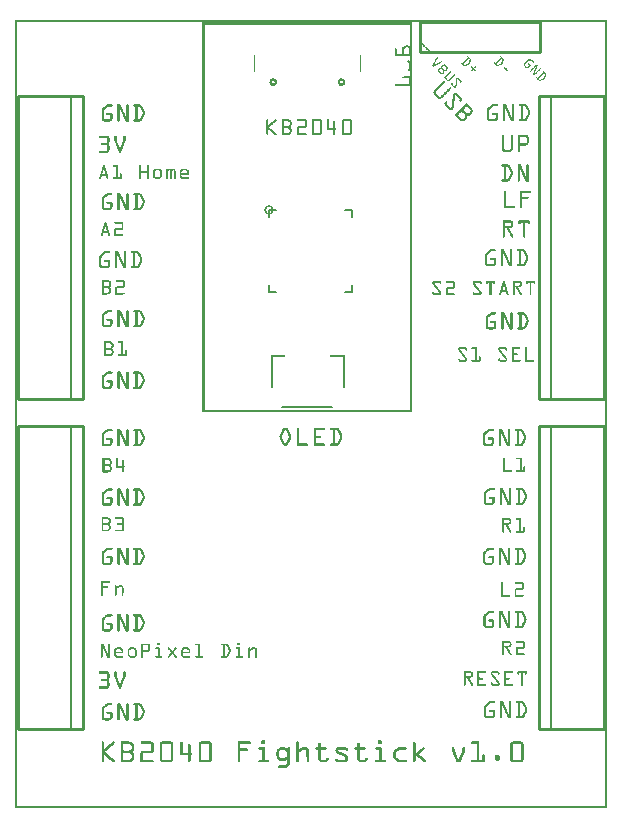
<source format=gto>
G04 MADE WITH FRITZING*
G04 WWW.FRITZING.ORG*
G04 DOUBLE SIDED*
G04 HOLES PLATED*
G04 CONTOUR ON CENTER OF CONTOUR VECTOR*
%ASAXBY*%
%FSLAX23Y23*%
%MOIN*%
%OFA0B0*%
%SFA1.0B1.0*%
%ADD10C,0.032410X0.0204102*%
%ADD11C,0.006000*%
%ADD12C,0.004000*%
%ADD13C,0.010000*%
%ADD14C,0.005000*%
%ADD15R,0.001000X0.001000*%
%LNSILK1*%
G90*
G70*
G54D10*
X849Y1996D03*
G54D11*
X857Y1406D02*
X857Y1508D01*
D02*
X1097Y1508D02*
X1097Y1406D01*
D02*
X892Y1339D02*
X1058Y1339D01*
D02*
X849Y1971D02*
X849Y1996D01*
D02*
X849Y1996D02*
X872Y1996D01*
D02*
X1101Y1996D02*
X1124Y1996D01*
D02*
X1124Y1996D02*
X1124Y1973D01*
D02*
X1101Y1721D02*
X1124Y1721D01*
D02*
X1124Y1721D02*
X1124Y1744D01*
D02*
X849Y1744D02*
X849Y1721D01*
D02*
X849Y1721D02*
X872Y1721D01*
G54D12*
D02*
X1151Y2511D02*
X1151Y2458D01*
D02*
X799Y2458D02*
X799Y2511D01*
G54D13*
D02*
X12Y2376D02*
X12Y1366D01*
D02*
X12Y1366D02*
X228Y1366D01*
D02*
X228Y1366D02*
X228Y2376D01*
D02*
X228Y2376D02*
X12Y2376D01*
G54D14*
D02*
X188Y1366D02*
X188Y2376D01*
G54D13*
D02*
X12Y1276D02*
X12Y266D01*
D02*
X12Y266D02*
X228Y266D01*
D02*
X228Y266D02*
X228Y1276D01*
D02*
X228Y1276D02*
X12Y1276D01*
G54D14*
D02*
X188Y266D02*
X188Y1276D01*
G54D13*
D02*
X1963Y1366D02*
X1963Y2376D01*
D02*
X1963Y2376D02*
X1747Y2376D01*
D02*
X1747Y2376D02*
X1747Y1366D01*
D02*
X1747Y1366D02*
X1963Y1366D01*
G54D14*
D02*
X1787Y2376D02*
X1787Y1366D01*
G54D13*
D02*
X1963Y266D02*
X1963Y1276D01*
D02*
X1963Y1276D02*
X1747Y1276D01*
D02*
X1747Y1276D02*
X1747Y266D01*
D02*
X1747Y266D02*
X1963Y266D01*
G54D14*
D02*
X1787Y1276D02*
X1787Y266D01*
G54D13*
D02*
X1350Y2521D02*
X1750Y2521D01*
D02*
X1750Y2521D02*
X1750Y2621D01*
D02*
X1750Y2621D02*
X1350Y2621D01*
D02*
X1350Y2621D02*
X1350Y2521D01*
G54D15*
X1Y2629D02*
X1975Y2629D01*
X1Y2628D02*
X1975Y2628D01*
X1Y2627D02*
X1975Y2627D01*
X1Y2626D02*
X1975Y2626D01*
X1Y2625D02*
X1975Y2625D01*
X1Y2624D02*
X1975Y2624D01*
X1Y2623D02*
X1975Y2623D01*
X1Y2622D02*
X1975Y2622D01*
X1Y2621D02*
X8Y2621D01*
X782Y2621D02*
X789Y2621D01*
X798Y2621D02*
X801Y2621D01*
X1150Y2621D02*
X1153Y2621D01*
X1162Y2621D02*
X1169Y2621D01*
X1968Y2621D02*
X1975Y2621D01*
X1Y2620D02*
X8Y2620D01*
X626Y2620D02*
X1325Y2620D01*
X1968Y2620D02*
X1975Y2620D01*
X1Y2619D02*
X8Y2619D01*
X626Y2619D02*
X1325Y2619D01*
X1968Y2619D02*
X1975Y2619D01*
X1Y2618D02*
X8Y2618D01*
X626Y2618D02*
X1325Y2618D01*
X1968Y2618D02*
X1975Y2618D01*
X1Y2617D02*
X8Y2617D01*
X626Y2617D02*
X1325Y2617D01*
X1968Y2617D02*
X1975Y2617D01*
X1Y2616D02*
X8Y2616D01*
X626Y2616D02*
X1325Y2616D01*
X1968Y2616D02*
X1975Y2616D01*
X1Y2615D02*
X8Y2615D01*
X626Y2615D02*
X1325Y2615D01*
X1968Y2615D02*
X1975Y2615D01*
X1Y2614D02*
X8Y2614D01*
X626Y2614D02*
X1325Y2614D01*
X1968Y2614D02*
X1975Y2614D01*
X1Y2613D02*
X8Y2613D01*
X626Y2613D02*
X1325Y2613D01*
X1968Y2613D02*
X1975Y2613D01*
X1Y2612D02*
X8Y2612D01*
X626Y2612D02*
X633Y2612D01*
X1318Y2612D02*
X1325Y2612D01*
X1968Y2612D02*
X1975Y2612D01*
X1Y2611D02*
X8Y2611D01*
X626Y2611D02*
X633Y2611D01*
X1318Y2611D02*
X1325Y2611D01*
X1968Y2611D02*
X1975Y2611D01*
X1Y2610D02*
X8Y2610D01*
X626Y2610D02*
X633Y2610D01*
X1318Y2610D02*
X1325Y2610D01*
X1968Y2610D02*
X1975Y2610D01*
X1Y2609D02*
X8Y2609D01*
X626Y2609D02*
X633Y2609D01*
X1318Y2609D02*
X1325Y2609D01*
X1968Y2609D02*
X1975Y2609D01*
X1Y2608D02*
X8Y2608D01*
X626Y2608D02*
X633Y2608D01*
X1318Y2608D02*
X1325Y2608D01*
X1968Y2608D02*
X1975Y2608D01*
X1Y2607D02*
X8Y2607D01*
X626Y2607D02*
X633Y2607D01*
X1318Y2607D02*
X1325Y2607D01*
X1968Y2607D02*
X1975Y2607D01*
X1Y2606D02*
X8Y2606D01*
X626Y2606D02*
X633Y2606D01*
X1318Y2606D02*
X1325Y2606D01*
X1968Y2606D02*
X1975Y2606D01*
X1Y2605D02*
X8Y2605D01*
X626Y2605D02*
X633Y2605D01*
X1318Y2605D02*
X1325Y2605D01*
X1968Y2605D02*
X1975Y2605D01*
X1Y2604D02*
X8Y2604D01*
X626Y2604D02*
X633Y2604D01*
X1318Y2604D02*
X1325Y2604D01*
X1968Y2604D02*
X1975Y2604D01*
X1Y2603D02*
X8Y2603D01*
X626Y2603D02*
X633Y2603D01*
X1318Y2603D02*
X1325Y2603D01*
X1968Y2603D02*
X1975Y2603D01*
X1Y2602D02*
X8Y2602D01*
X626Y2602D02*
X633Y2602D01*
X1318Y2602D02*
X1325Y2602D01*
X1968Y2602D02*
X1975Y2602D01*
X1Y2601D02*
X8Y2601D01*
X626Y2601D02*
X633Y2601D01*
X1318Y2601D02*
X1325Y2601D01*
X1968Y2601D02*
X1975Y2601D01*
X1Y2600D02*
X8Y2600D01*
X626Y2600D02*
X633Y2600D01*
X1318Y2600D02*
X1325Y2600D01*
X1968Y2600D02*
X1975Y2600D01*
X1Y2599D02*
X8Y2599D01*
X626Y2599D02*
X633Y2599D01*
X1318Y2599D02*
X1325Y2599D01*
X1968Y2599D02*
X1975Y2599D01*
X1Y2598D02*
X8Y2598D01*
X626Y2598D02*
X633Y2598D01*
X1318Y2598D02*
X1325Y2598D01*
X1968Y2598D02*
X1975Y2598D01*
X1Y2597D02*
X8Y2597D01*
X626Y2597D02*
X633Y2597D01*
X1318Y2597D02*
X1325Y2597D01*
X1968Y2597D02*
X1975Y2597D01*
X1Y2596D02*
X8Y2596D01*
X626Y2596D02*
X633Y2596D01*
X1318Y2596D02*
X1325Y2596D01*
X1968Y2596D02*
X1975Y2596D01*
X1Y2595D02*
X8Y2595D01*
X626Y2595D02*
X633Y2595D01*
X1318Y2595D02*
X1325Y2595D01*
X1968Y2595D02*
X1975Y2595D01*
X1Y2594D02*
X8Y2594D01*
X626Y2594D02*
X633Y2594D01*
X1318Y2594D02*
X1325Y2594D01*
X1968Y2594D02*
X1975Y2594D01*
X1Y2593D02*
X8Y2593D01*
X626Y2593D02*
X633Y2593D01*
X1318Y2593D02*
X1325Y2593D01*
X1968Y2593D02*
X1975Y2593D01*
X1Y2592D02*
X8Y2592D01*
X626Y2592D02*
X633Y2592D01*
X1318Y2592D02*
X1325Y2592D01*
X1968Y2592D02*
X1975Y2592D01*
X1Y2591D02*
X8Y2591D01*
X626Y2591D02*
X633Y2591D01*
X1318Y2591D02*
X1325Y2591D01*
X1968Y2591D02*
X1975Y2591D01*
X1Y2590D02*
X8Y2590D01*
X626Y2590D02*
X633Y2590D01*
X1318Y2590D02*
X1325Y2590D01*
X1968Y2590D02*
X1975Y2590D01*
X1Y2589D02*
X8Y2589D01*
X626Y2589D02*
X633Y2589D01*
X1318Y2589D02*
X1325Y2589D01*
X1968Y2589D02*
X1975Y2589D01*
X1Y2588D02*
X8Y2588D01*
X626Y2588D02*
X633Y2588D01*
X1318Y2588D02*
X1325Y2588D01*
X1968Y2588D02*
X1975Y2588D01*
X1Y2587D02*
X8Y2587D01*
X626Y2587D02*
X633Y2587D01*
X1318Y2587D02*
X1325Y2587D01*
X1968Y2587D02*
X1975Y2587D01*
X1Y2586D02*
X8Y2586D01*
X626Y2586D02*
X633Y2586D01*
X1318Y2586D02*
X1325Y2586D01*
X1968Y2586D02*
X1975Y2586D01*
X1Y2585D02*
X8Y2585D01*
X626Y2585D02*
X633Y2585D01*
X1318Y2585D02*
X1325Y2585D01*
X1968Y2585D02*
X1975Y2585D01*
X1Y2584D02*
X8Y2584D01*
X626Y2584D02*
X633Y2584D01*
X1318Y2584D02*
X1325Y2584D01*
X1968Y2584D02*
X1975Y2584D01*
X1Y2583D02*
X8Y2583D01*
X626Y2583D02*
X633Y2583D01*
X1318Y2583D02*
X1325Y2583D01*
X1968Y2583D02*
X1975Y2583D01*
X1Y2582D02*
X8Y2582D01*
X626Y2582D02*
X633Y2582D01*
X1318Y2582D02*
X1325Y2582D01*
X1968Y2582D02*
X1975Y2582D01*
X1Y2581D02*
X8Y2581D01*
X626Y2581D02*
X633Y2581D01*
X1318Y2581D02*
X1325Y2581D01*
X1968Y2581D02*
X1975Y2581D01*
X1Y2580D02*
X8Y2580D01*
X626Y2580D02*
X633Y2580D01*
X1318Y2580D02*
X1325Y2580D01*
X1968Y2580D02*
X1975Y2580D01*
X1Y2579D02*
X8Y2579D01*
X626Y2579D02*
X633Y2579D01*
X1318Y2579D02*
X1325Y2579D01*
X1968Y2579D02*
X1975Y2579D01*
X1Y2578D02*
X8Y2578D01*
X626Y2578D02*
X633Y2578D01*
X1318Y2578D02*
X1325Y2578D01*
X1968Y2578D02*
X1975Y2578D01*
X1Y2577D02*
X8Y2577D01*
X626Y2577D02*
X633Y2577D01*
X1318Y2577D02*
X1325Y2577D01*
X1968Y2577D02*
X1975Y2577D01*
X1Y2576D02*
X8Y2576D01*
X626Y2576D02*
X633Y2576D01*
X1318Y2576D02*
X1325Y2576D01*
X1968Y2576D02*
X1975Y2576D01*
X1Y2575D02*
X8Y2575D01*
X626Y2575D02*
X633Y2575D01*
X1318Y2575D02*
X1325Y2575D01*
X1968Y2575D02*
X1975Y2575D01*
X1Y2574D02*
X8Y2574D01*
X626Y2574D02*
X633Y2574D01*
X1318Y2574D02*
X1325Y2574D01*
X1968Y2574D02*
X1975Y2574D01*
X1Y2573D02*
X8Y2573D01*
X626Y2573D02*
X633Y2573D01*
X1318Y2573D02*
X1325Y2573D01*
X1968Y2573D02*
X1975Y2573D01*
X1Y2572D02*
X8Y2572D01*
X626Y2572D02*
X633Y2572D01*
X1318Y2572D02*
X1325Y2572D01*
X1968Y2572D02*
X1975Y2572D01*
X1Y2571D02*
X8Y2571D01*
X626Y2571D02*
X633Y2571D01*
X1318Y2571D02*
X1325Y2571D01*
X1968Y2571D02*
X1975Y2571D01*
X1Y2570D02*
X8Y2570D01*
X626Y2570D02*
X633Y2570D01*
X1318Y2570D02*
X1325Y2570D01*
X1968Y2570D02*
X1975Y2570D01*
X1Y2569D02*
X8Y2569D01*
X626Y2569D02*
X633Y2569D01*
X1318Y2569D02*
X1325Y2569D01*
X1968Y2569D02*
X1975Y2569D01*
X1Y2568D02*
X8Y2568D01*
X626Y2568D02*
X633Y2568D01*
X1318Y2568D02*
X1325Y2568D01*
X1968Y2568D02*
X1975Y2568D01*
X1Y2567D02*
X8Y2567D01*
X626Y2567D02*
X633Y2567D01*
X1318Y2567D02*
X1325Y2567D01*
X1968Y2567D02*
X1975Y2567D01*
X1Y2566D02*
X8Y2566D01*
X626Y2566D02*
X633Y2566D01*
X1318Y2566D02*
X1325Y2566D01*
X1968Y2566D02*
X1975Y2566D01*
X1Y2565D02*
X8Y2565D01*
X626Y2565D02*
X633Y2565D01*
X1318Y2565D02*
X1325Y2565D01*
X1968Y2565D02*
X1975Y2565D01*
X1Y2564D02*
X8Y2564D01*
X626Y2564D02*
X633Y2564D01*
X1318Y2564D02*
X1325Y2564D01*
X1968Y2564D02*
X1975Y2564D01*
X1Y2563D02*
X8Y2563D01*
X626Y2563D02*
X633Y2563D01*
X1318Y2563D02*
X1325Y2563D01*
X1968Y2563D02*
X1975Y2563D01*
X1Y2562D02*
X8Y2562D01*
X626Y2562D02*
X633Y2562D01*
X1318Y2562D02*
X1325Y2562D01*
X1968Y2562D02*
X1975Y2562D01*
X1Y2561D02*
X8Y2561D01*
X626Y2561D02*
X633Y2561D01*
X1318Y2561D02*
X1325Y2561D01*
X1968Y2561D02*
X1975Y2561D01*
X1Y2560D02*
X8Y2560D01*
X626Y2560D02*
X633Y2560D01*
X1318Y2560D02*
X1325Y2560D01*
X1968Y2560D02*
X1975Y2560D01*
X1Y2559D02*
X8Y2559D01*
X626Y2559D02*
X633Y2559D01*
X1318Y2559D02*
X1325Y2559D01*
X1968Y2559D02*
X1975Y2559D01*
X1Y2558D02*
X8Y2558D01*
X626Y2558D02*
X633Y2558D01*
X1318Y2558D02*
X1325Y2558D01*
X1968Y2558D02*
X1975Y2558D01*
X1Y2557D02*
X8Y2557D01*
X626Y2557D02*
X633Y2557D01*
X1318Y2557D02*
X1325Y2557D01*
X1352Y2557D02*
X1352Y2557D01*
X1968Y2557D02*
X1975Y2557D01*
X1Y2556D02*
X8Y2556D01*
X626Y2556D02*
X633Y2556D01*
X1318Y2556D02*
X1325Y2556D01*
X1351Y2556D02*
X1353Y2556D01*
X1968Y2556D02*
X1975Y2556D01*
X1Y2555D02*
X8Y2555D01*
X626Y2555D02*
X633Y2555D01*
X1318Y2555D02*
X1325Y2555D01*
X1350Y2555D02*
X1354Y2555D01*
X1968Y2555D02*
X1975Y2555D01*
X1Y2554D02*
X8Y2554D01*
X626Y2554D02*
X633Y2554D01*
X1318Y2554D02*
X1325Y2554D01*
X1349Y2554D02*
X1355Y2554D01*
X1968Y2554D02*
X1975Y2554D01*
X1Y2553D02*
X8Y2553D01*
X626Y2553D02*
X633Y2553D01*
X1318Y2553D02*
X1325Y2553D01*
X1350Y2553D02*
X1356Y2553D01*
X1968Y2553D02*
X1975Y2553D01*
X1Y2552D02*
X8Y2552D01*
X626Y2552D02*
X633Y2552D01*
X1318Y2552D02*
X1325Y2552D01*
X1351Y2552D02*
X1357Y2552D01*
X1968Y2552D02*
X1975Y2552D01*
X1Y2551D02*
X8Y2551D01*
X626Y2551D02*
X633Y2551D01*
X1318Y2551D02*
X1325Y2551D01*
X1352Y2551D02*
X1358Y2551D01*
X1968Y2551D02*
X1975Y2551D01*
X1Y2550D02*
X8Y2550D01*
X626Y2550D02*
X633Y2550D01*
X1318Y2550D02*
X1325Y2550D01*
X1353Y2550D02*
X1359Y2550D01*
X1968Y2550D02*
X1975Y2550D01*
X1Y2549D02*
X8Y2549D01*
X626Y2549D02*
X633Y2549D01*
X1318Y2549D02*
X1325Y2549D01*
X1354Y2549D02*
X1360Y2549D01*
X1968Y2549D02*
X1975Y2549D01*
X1Y2548D02*
X8Y2548D01*
X626Y2548D02*
X633Y2548D01*
X1318Y2548D02*
X1325Y2548D01*
X1355Y2548D02*
X1361Y2548D01*
X1968Y2548D02*
X1975Y2548D01*
X1Y2547D02*
X8Y2547D01*
X626Y2547D02*
X633Y2547D01*
X1318Y2547D02*
X1325Y2547D01*
X1356Y2547D02*
X1362Y2547D01*
X1968Y2547D02*
X1975Y2547D01*
X1Y2546D02*
X8Y2546D01*
X626Y2546D02*
X633Y2546D01*
X1318Y2546D02*
X1325Y2546D01*
X1357Y2546D02*
X1363Y2546D01*
X1968Y2546D02*
X1975Y2546D01*
X1Y2545D02*
X8Y2545D01*
X626Y2545D02*
X633Y2545D01*
X1318Y2545D02*
X1325Y2545D01*
X1358Y2545D02*
X1364Y2545D01*
X1968Y2545D02*
X1975Y2545D01*
X1Y2544D02*
X8Y2544D01*
X626Y2544D02*
X633Y2544D01*
X1318Y2544D02*
X1325Y2544D01*
X1359Y2544D02*
X1365Y2544D01*
X1968Y2544D02*
X1975Y2544D01*
X1Y2543D02*
X8Y2543D01*
X626Y2543D02*
X633Y2543D01*
X1304Y2543D02*
X1310Y2543D01*
X1318Y2543D02*
X1325Y2543D01*
X1360Y2543D02*
X1366Y2543D01*
X1968Y2543D02*
X1975Y2543D01*
X1Y2542D02*
X8Y2542D01*
X626Y2542D02*
X633Y2542D01*
X1301Y2542D02*
X1313Y2542D01*
X1318Y2542D02*
X1325Y2542D01*
X1361Y2542D02*
X1366Y2542D01*
X1968Y2542D02*
X1975Y2542D01*
X1Y2541D02*
X8Y2541D01*
X626Y2541D02*
X633Y2541D01*
X1300Y2541D02*
X1315Y2541D01*
X1318Y2541D02*
X1325Y2541D01*
X1362Y2541D02*
X1367Y2541D01*
X1968Y2541D02*
X1975Y2541D01*
X1Y2540D02*
X8Y2540D01*
X626Y2540D02*
X633Y2540D01*
X1298Y2540D02*
X1316Y2540D01*
X1318Y2540D02*
X1325Y2540D01*
X1363Y2540D02*
X1368Y2540D01*
X1968Y2540D02*
X1975Y2540D01*
X1Y2539D02*
X8Y2539D01*
X626Y2539D02*
X633Y2539D01*
X1297Y2539D02*
X1325Y2539D01*
X1364Y2539D02*
X1369Y2539D01*
X1968Y2539D02*
X1975Y2539D01*
X1Y2538D02*
X8Y2538D01*
X626Y2538D02*
X633Y2538D01*
X1295Y2538D02*
X1325Y2538D01*
X1365Y2538D02*
X1370Y2538D01*
X1968Y2538D02*
X1975Y2538D01*
X1Y2537D02*
X8Y2537D01*
X626Y2537D02*
X633Y2537D01*
X1293Y2537D02*
X1325Y2537D01*
X1366Y2537D02*
X1371Y2537D01*
X1968Y2537D02*
X1975Y2537D01*
X1Y2536D02*
X8Y2536D01*
X626Y2536D02*
X633Y2536D01*
X1291Y2536D02*
X1303Y2536D01*
X1310Y2536D02*
X1325Y2536D01*
X1367Y2536D02*
X1373Y2536D01*
X1968Y2536D02*
X1975Y2536D01*
X1Y2535D02*
X8Y2535D01*
X626Y2535D02*
X633Y2535D01*
X1289Y2535D02*
X1301Y2535D01*
X1312Y2535D02*
X1325Y2535D01*
X1368Y2535D02*
X1374Y2535D01*
X1968Y2535D02*
X1975Y2535D01*
X1Y2534D02*
X8Y2534D01*
X626Y2534D02*
X633Y2534D01*
X1290Y2534D02*
X1300Y2534D01*
X1313Y2534D02*
X1325Y2534D01*
X1369Y2534D02*
X1375Y2534D01*
X1968Y2534D02*
X1975Y2534D01*
X1Y2533D02*
X8Y2533D01*
X626Y2533D02*
X633Y2533D01*
X1269Y2533D02*
X1270Y2533D01*
X1291Y2533D02*
X1299Y2533D01*
X1314Y2533D02*
X1325Y2533D01*
X1370Y2533D02*
X1376Y2533D01*
X1968Y2533D02*
X1975Y2533D01*
X1Y2532D02*
X8Y2532D01*
X626Y2532D02*
X633Y2532D01*
X1269Y2532D02*
X1275Y2532D01*
X1291Y2532D02*
X1298Y2532D01*
X1315Y2532D02*
X1325Y2532D01*
X1371Y2532D02*
X1377Y2532D01*
X1968Y2532D02*
X1975Y2532D01*
X1Y2531D02*
X8Y2531D01*
X626Y2531D02*
X633Y2531D01*
X1269Y2531D02*
X1275Y2531D01*
X1292Y2531D02*
X1298Y2531D01*
X1315Y2531D02*
X1325Y2531D01*
X1372Y2531D02*
X1378Y2531D01*
X1968Y2531D02*
X1975Y2531D01*
X1Y2530D02*
X8Y2530D01*
X626Y2530D02*
X633Y2530D01*
X1268Y2530D02*
X1274Y2530D01*
X1292Y2530D02*
X1298Y2530D01*
X1315Y2530D02*
X1325Y2530D01*
X1373Y2530D02*
X1379Y2530D01*
X1968Y2530D02*
X1975Y2530D01*
X1Y2529D02*
X8Y2529D01*
X626Y2529D02*
X633Y2529D01*
X1268Y2529D02*
X1274Y2529D01*
X1292Y2529D02*
X1298Y2529D01*
X1315Y2529D02*
X1325Y2529D01*
X1374Y2529D02*
X1380Y2529D01*
X1968Y2529D02*
X1975Y2529D01*
X1Y2528D02*
X8Y2528D01*
X626Y2528D02*
X633Y2528D01*
X1268Y2528D02*
X1274Y2528D01*
X1292Y2528D02*
X1298Y2528D01*
X1315Y2528D02*
X1325Y2528D01*
X1375Y2528D02*
X1381Y2528D01*
X1968Y2528D02*
X1975Y2528D01*
X1Y2527D02*
X8Y2527D01*
X626Y2527D02*
X633Y2527D01*
X1268Y2527D02*
X1274Y2527D01*
X1292Y2527D02*
X1298Y2527D01*
X1315Y2527D02*
X1325Y2527D01*
X1376Y2527D02*
X1382Y2527D01*
X1968Y2527D02*
X1975Y2527D01*
X1Y2526D02*
X8Y2526D01*
X626Y2526D02*
X633Y2526D01*
X1268Y2526D02*
X1274Y2526D01*
X1292Y2526D02*
X1298Y2526D01*
X1315Y2526D02*
X1325Y2526D01*
X1377Y2526D02*
X1383Y2526D01*
X1968Y2526D02*
X1975Y2526D01*
X1Y2525D02*
X8Y2525D01*
X626Y2525D02*
X633Y2525D01*
X1268Y2525D02*
X1274Y2525D01*
X1292Y2525D02*
X1298Y2525D01*
X1315Y2525D02*
X1325Y2525D01*
X1378Y2525D02*
X1384Y2525D01*
X1968Y2525D02*
X1975Y2525D01*
X1Y2524D02*
X8Y2524D01*
X626Y2524D02*
X633Y2524D01*
X1268Y2524D02*
X1274Y2524D01*
X1292Y2524D02*
X1298Y2524D01*
X1315Y2524D02*
X1325Y2524D01*
X1379Y2524D02*
X1385Y2524D01*
X1968Y2524D02*
X1975Y2524D01*
X1Y2523D02*
X8Y2523D01*
X626Y2523D02*
X633Y2523D01*
X1268Y2523D02*
X1274Y2523D01*
X1292Y2523D02*
X1298Y2523D01*
X1315Y2523D02*
X1325Y2523D01*
X1380Y2523D02*
X1386Y2523D01*
X1968Y2523D02*
X1975Y2523D01*
X1Y2522D02*
X8Y2522D01*
X626Y2522D02*
X633Y2522D01*
X1268Y2522D02*
X1274Y2522D01*
X1292Y2522D02*
X1298Y2522D01*
X1315Y2522D02*
X1325Y2522D01*
X1381Y2522D02*
X1386Y2522D01*
X1968Y2522D02*
X1975Y2522D01*
X1Y2521D02*
X8Y2521D01*
X626Y2521D02*
X633Y2521D01*
X1268Y2521D02*
X1274Y2521D01*
X1292Y2521D02*
X1298Y2521D01*
X1315Y2521D02*
X1325Y2521D01*
X1382Y2521D02*
X1385Y2521D01*
X1968Y2521D02*
X1975Y2521D01*
X1Y2520D02*
X8Y2520D01*
X626Y2520D02*
X633Y2520D01*
X1268Y2520D02*
X1274Y2520D01*
X1292Y2520D02*
X1298Y2520D01*
X1315Y2520D02*
X1325Y2520D01*
X1383Y2520D02*
X1384Y2520D01*
X1968Y2520D02*
X1975Y2520D01*
X1Y2519D02*
X8Y2519D01*
X626Y2519D02*
X633Y2519D01*
X1268Y2519D02*
X1274Y2519D01*
X1292Y2519D02*
X1298Y2519D01*
X1315Y2519D02*
X1325Y2519D01*
X1968Y2519D02*
X1975Y2519D01*
X1Y2518D02*
X8Y2518D01*
X626Y2518D02*
X633Y2518D01*
X1268Y2518D02*
X1274Y2518D01*
X1292Y2518D02*
X1298Y2518D01*
X1315Y2518D02*
X1325Y2518D01*
X1968Y2518D02*
X1975Y2518D01*
X1Y2517D02*
X8Y2517D01*
X626Y2517D02*
X633Y2517D01*
X1268Y2517D02*
X1274Y2517D01*
X1292Y2517D02*
X1298Y2517D01*
X1315Y2517D02*
X1325Y2517D01*
X1968Y2517D02*
X1975Y2517D01*
X1Y2516D02*
X8Y2516D01*
X626Y2516D02*
X633Y2516D01*
X1268Y2516D02*
X1274Y2516D01*
X1292Y2516D02*
X1298Y2516D01*
X1315Y2516D02*
X1325Y2516D01*
X1968Y2516D02*
X1975Y2516D01*
X1Y2515D02*
X8Y2515D01*
X626Y2515D02*
X633Y2515D01*
X1268Y2515D02*
X1325Y2515D01*
X1968Y2515D02*
X1975Y2515D01*
X1Y2514D02*
X8Y2514D01*
X626Y2514D02*
X633Y2514D01*
X1268Y2514D02*
X1325Y2514D01*
X1968Y2514D02*
X1975Y2514D01*
X1Y2513D02*
X8Y2513D01*
X626Y2513D02*
X633Y2513D01*
X1268Y2513D02*
X1325Y2513D01*
X1968Y2513D02*
X1975Y2513D01*
X1Y2512D02*
X8Y2512D01*
X626Y2512D02*
X633Y2512D01*
X1268Y2512D02*
X1325Y2512D01*
X1968Y2512D02*
X1975Y2512D01*
X1Y2511D02*
X8Y2511D01*
X626Y2511D02*
X633Y2511D01*
X1268Y2511D02*
X1325Y2511D01*
X1968Y2511D02*
X1975Y2511D01*
X1Y2510D02*
X8Y2510D01*
X626Y2510D02*
X633Y2510D01*
X1268Y2510D02*
X1325Y2510D01*
X1968Y2510D02*
X1975Y2510D01*
X1Y2509D02*
X8Y2509D01*
X626Y2509D02*
X633Y2509D01*
X1269Y2509D02*
X1325Y2509D01*
X1968Y2509D02*
X1975Y2509D01*
X1Y2508D02*
X8Y2508D01*
X626Y2508D02*
X633Y2508D01*
X1318Y2508D02*
X1325Y2508D01*
X1968Y2508D02*
X1975Y2508D01*
X1Y2507D02*
X8Y2507D01*
X626Y2507D02*
X633Y2507D01*
X1318Y2507D02*
X1325Y2507D01*
X1511Y2507D02*
X1511Y2507D01*
X1619Y2507D02*
X1621Y2507D01*
X1968Y2507D02*
X1975Y2507D01*
X1Y2506D02*
X8Y2506D01*
X626Y2506D02*
X633Y2506D01*
X1318Y2506D02*
X1325Y2506D01*
X1509Y2506D02*
X1512Y2506D01*
X1619Y2506D02*
X1622Y2506D01*
X1968Y2506D02*
X1975Y2506D01*
X1Y2505D02*
X8Y2505D01*
X626Y2505D02*
X633Y2505D01*
X1318Y2505D02*
X1325Y2505D01*
X1509Y2505D02*
X1513Y2505D01*
X1618Y2505D02*
X1623Y2505D01*
X1968Y2505D02*
X1975Y2505D01*
X1Y2504D02*
X8Y2504D01*
X626Y2504D02*
X633Y2504D01*
X1318Y2504D02*
X1325Y2504D01*
X1509Y2504D02*
X1514Y2504D01*
X1619Y2504D02*
X1624Y2504D01*
X1968Y2504D02*
X1975Y2504D01*
X1Y2503D02*
X8Y2503D01*
X626Y2503D02*
X633Y2503D01*
X1318Y2503D02*
X1325Y2503D01*
X1408Y2503D02*
X1411Y2503D01*
X1510Y2503D02*
X1515Y2503D01*
X1620Y2503D02*
X1625Y2503D01*
X1968Y2503D02*
X1975Y2503D01*
X1Y2502D02*
X8Y2502D01*
X626Y2502D02*
X633Y2502D01*
X1318Y2502D02*
X1325Y2502D01*
X1407Y2502D02*
X1411Y2502D01*
X1511Y2502D02*
X1516Y2502D01*
X1620Y2502D02*
X1626Y2502D01*
X1968Y2502D02*
X1975Y2502D01*
X1Y2501D02*
X8Y2501D01*
X626Y2501D02*
X633Y2501D01*
X1318Y2501D02*
X1325Y2501D01*
X1406Y2501D02*
X1411Y2501D01*
X1510Y2501D02*
X1517Y2501D01*
X1619Y2501D02*
X1627Y2501D01*
X1968Y2501D02*
X1975Y2501D01*
X1Y2500D02*
X8Y2500D01*
X626Y2500D02*
X633Y2500D01*
X1318Y2500D02*
X1325Y2500D01*
X1405Y2500D02*
X1410Y2500D01*
X1509Y2500D02*
X1518Y2500D01*
X1618Y2500D02*
X1628Y2500D01*
X1968Y2500D02*
X1975Y2500D01*
X1Y2499D02*
X8Y2499D01*
X626Y2499D02*
X633Y2499D01*
X1318Y2499D02*
X1325Y2499D01*
X1404Y2499D02*
X1409Y2499D01*
X1508Y2499D02*
X1519Y2499D01*
X1617Y2499D02*
X1629Y2499D01*
X1968Y2499D02*
X1975Y2499D01*
X1Y2498D02*
X8Y2498D01*
X626Y2498D02*
X633Y2498D01*
X1318Y2498D02*
X1325Y2498D01*
X1403Y2498D02*
X1408Y2498D01*
X1507Y2498D02*
X1513Y2498D01*
X1515Y2498D02*
X1520Y2498D01*
X1616Y2498D02*
X1622Y2498D01*
X1625Y2498D02*
X1629Y2498D01*
X1968Y2498D02*
X1975Y2498D01*
X1Y2497D02*
X8Y2497D01*
X626Y2497D02*
X633Y2497D01*
X1318Y2497D02*
X1325Y2497D01*
X1403Y2497D02*
X1407Y2497D01*
X1506Y2497D02*
X1512Y2497D01*
X1516Y2497D02*
X1520Y2497D01*
X1615Y2497D02*
X1621Y2497D01*
X1626Y2497D02*
X1630Y2497D01*
X1968Y2497D02*
X1975Y2497D01*
X1Y2496D02*
X8Y2496D01*
X626Y2496D02*
X633Y2496D01*
X1318Y2496D02*
X1325Y2496D01*
X1402Y2496D02*
X1406Y2496D01*
X1505Y2496D02*
X1511Y2496D01*
X1517Y2496D02*
X1520Y2496D01*
X1614Y2496D02*
X1620Y2496D01*
X1626Y2496D02*
X1630Y2496D01*
X1712Y2496D02*
X1719Y2496D01*
X1968Y2496D02*
X1975Y2496D01*
X1Y2495D02*
X8Y2495D01*
X626Y2495D02*
X633Y2495D01*
X1318Y2495D02*
X1325Y2495D01*
X1402Y2495D02*
X1406Y2495D01*
X1504Y2495D02*
X1510Y2495D01*
X1517Y2495D02*
X1520Y2495D01*
X1613Y2495D02*
X1619Y2495D01*
X1626Y2495D02*
X1630Y2495D01*
X1710Y2495D02*
X1725Y2495D01*
X1968Y2495D02*
X1975Y2495D01*
X1Y2494D02*
X8Y2494D01*
X626Y2494D02*
X633Y2494D01*
X1318Y2494D02*
X1325Y2494D01*
X1401Y2494D02*
X1405Y2494D01*
X1503Y2494D02*
X1509Y2494D01*
X1517Y2494D02*
X1520Y2494D01*
X1612Y2494D02*
X1618Y2494D01*
X1626Y2494D02*
X1630Y2494D01*
X1709Y2494D02*
X1726Y2494D01*
X1968Y2494D02*
X1975Y2494D01*
X1Y2493D02*
X8Y2493D01*
X626Y2493D02*
X633Y2493D01*
X1313Y2493D02*
X1315Y2493D01*
X1318Y2493D02*
X1325Y2493D01*
X1401Y2493D02*
X1405Y2493D01*
X1502Y2493D02*
X1508Y2493D01*
X1516Y2493D02*
X1520Y2493D01*
X1611Y2493D02*
X1617Y2493D01*
X1626Y2493D02*
X1629Y2493D01*
X1708Y2493D02*
X1727Y2493D01*
X1968Y2493D02*
X1975Y2493D01*
X1Y2492D02*
X8Y2492D01*
X626Y2492D02*
X633Y2492D01*
X1311Y2492D02*
X1325Y2492D01*
X1400Y2492D02*
X1404Y2492D01*
X1501Y2492D02*
X1507Y2492D01*
X1516Y2492D02*
X1520Y2492D01*
X1610Y2492D02*
X1616Y2492D01*
X1625Y2492D02*
X1629Y2492D01*
X1707Y2492D02*
X1728Y2492D01*
X1968Y2492D02*
X1975Y2492D01*
X1Y2491D02*
X8Y2491D01*
X626Y2491D02*
X633Y2491D01*
X1309Y2491D02*
X1325Y2491D01*
X1400Y2491D02*
X1404Y2491D01*
X1421Y2491D02*
X1423Y2491D01*
X1500Y2491D02*
X1506Y2491D01*
X1516Y2491D02*
X1519Y2491D01*
X1609Y2491D02*
X1615Y2491D01*
X1625Y2491D02*
X1629Y2491D01*
X1706Y2491D02*
X1711Y2491D01*
X1724Y2491D02*
X1729Y2491D01*
X1968Y2491D02*
X1975Y2491D01*
X1Y2490D02*
X8Y2490D01*
X626Y2490D02*
X633Y2490D01*
X1308Y2490D02*
X1325Y2490D01*
X1400Y2490D02*
X1403Y2490D01*
X1420Y2490D02*
X1423Y2490D01*
X1499Y2490D02*
X1505Y2490D01*
X1515Y2490D02*
X1519Y2490D01*
X1608Y2490D02*
X1614Y2490D01*
X1625Y2490D02*
X1628Y2490D01*
X1705Y2490D02*
X1710Y2490D01*
X1725Y2490D02*
X1730Y2490D01*
X1968Y2490D02*
X1975Y2490D01*
X1Y2489D02*
X8Y2489D01*
X626Y2489D02*
X633Y2489D01*
X1309Y2489D02*
X1325Y2489D01*
X1399Y2489D02*
X1403Y2489D01*
X1419Y2489D02*
X1423Y2489D01*
X1498Y2489D02*
X1504Y2489D01*
X1515Y2489D02*
X1519Y2489D01*
X1607Y2489D02*
X1613Y2489D01*
X1624Y2489D02*
X1628Y2489D01*
X1704Y2489D02*
X1709Y2489D01*
X1726Y2489D02*
X1731Y2489D01*
X1968Y2489D02*
X1975Y2489D01*
X1Y2488D02*
X8Y2488D01*
X626Y2488D02*
X633Y2488D01*
X1309Y2488D02*
X1325Y2488D01*
X1399Y2488D02*
X1402Y2488D01*
X1418Y2488D02*
X1423Y2488D01*
X1497Y2488D02*
X1503Y2488D01*
X1515Y2488D02*
X1518Y2488D01*
X1606Y2488D02*
X1612Y2488D01*
X1624Y2488D02*
X1628Y2488D01*
X1703Y2488D02*
X1708Y2488D01*
X1727Y2488D02*
X1732Y2488D01*
X1968Y2488D02*
X1975Y2488D01*
X1Y2487D02*
X8Y2487D01*
X626Y2487D02*
X633Y2487D01*
X1310Y2487D02*
X1325Y2487D01*
X1398Y2487D02*
X1402Y2487D01*
X1417Y2487D02*
X1422Y2487D01*
X1496Y2487D02*
X1502Y2487D01*
X1514Y2487D02*
X1518Y2487D01*
X1605Y2487D02*
X1611Y2487D01*
X1624Y2487D02*
X1627Y2487D01*
X1702Y2487D02*
X1707Y2487D01*
X1728Y2487D02*
X1731Y2487D01*
X1968Y2487D02*
X1975Y2487D01*
X1Y2486D02*
X8Y2486D01*
X626Y2486D02*
X633Y2486D01*
X1310Y2486D02*
X1325Y2486D01*
X1398Y2486D02*
X1402Y2486D01*
X1415Y2486D02*
X1421Y2486D01*
X1490Y2486D02*
X1490Y2486D01*
X1495Y2486D02*
X1501Y2486D01*
X1514Y2486D02*
X1518Y2486D01*
X1598Y2486D02*
X1600Y2486D01*
X1604Y2486D02*
X1610Y2486D01*
X1623Y2486D02*
X1627Y2486D01*
X1701Y2486D02*
X1706Y2486D01*
X1729Y2486D02*
X1731Y2486D01*
X1968Y2486D02*
X1975Y2486D01*
X1Y2485D02*
X8Y2485D01*
X626Y2485D02*
X633Y2485D01*
X1311Y2485D02*
X1312Y2485D01*
X1315Y2485D02*
X1325Y2485D01*
X1397Y2485D02*
X1401Y2485D01*
X1413Y2485D02*
X1420Y2485D01*
X1488Y2485D02*
X1491Y2485D01*
X1494Y2485D02*
X1500Y2485D01*
X1514Y2485D02*
X1517Y2485D01*
X1598Y2485D02*
X1601Y2485D01*
X1603Y2485D02*
X1609Y2485D01*
X1623Y2485D02*
X1627Y2485D01*
X1700Y2485D02*
X1705Y2485D01*
X1968Y2485D02*
X1975Y2485D01*
X1Y2484D02*
X8Y2484D01*
X626Y2484D02*
X633Y2484D01*
X1311Y2484D02*
X1311Y2484D01*
X1315Y2484D02*
X1325Y2484D01*
X1397Y2484D02*
X1401Y2484D01*
X1411Y2484D02*
X1419Y2484D01*
X1488Y2484D02*
X1499Y2484D01*
X1513Y2484D02*
X1517Y2484D01*
X1598Y2484D02*
X1608Y2484D01*
X1622Y2484D02*
X1626Y2484D01*
X1699Y2484D02*
X1704Y2484D01*
X1968Y2484D02*
X1975Y2484D01*
X1Y2483D02*
X8Y2483D01*
X626Y2483D02*
X633Y2483D01*
X1315Y2483D02*
X1325Y2483D01*
X1396Y2483D02*
X1400Y2483D01*
X1408Y2483D02*
X1418Y2483D01*
X1488Y2483D02*
X1498Y2483D01*
X1513Y2483D02*
X1517Y2483D01*
X1598Y2483D02*
X1607Y2483D01*
X1622Y2483D02*
X1626Y2483D01*
X1698Y2483D02*
X1703Y2483D01*
X1711Y2483D02*
X1713Y2483D01*
X1968Y2483D02*
X1975Y2483D01*
X1Y2482D02*
X8Y2482D01*
X626Y2482D02*
X633Y2482D01*
X1315Y2482D02*
X1325Y2482D01*
X1396Y2482D02*
X1400Y2482D01*
X1406Y2482D02*
X1416Y2482D01*
X1432Y2482D02*
X1432Y2482D01*
X1489Y2482D02*
X1497Y2482D01*
X1511Y2482D02*
X1516Y2482D01*
X1599Y2482D02*
X1606Y2482D01*
X1620Y2482D02*
X1625Y2482D01*
X1698Y2482D02*
X1702Y2482D01*
X1711Y2482D02*
X1714Y2482D01*
X1968Y2482D02*
X1975Y2482D01*
X1Y2481D02*
X8Y2481D01*
X626Y2481D02*
X633Y2481D01*
X1315Y2481D02*
X1325Y2481D01*
X1396Y2481D02*
X1399Y2481D01*
X1404Y2481D02*
X1414Y2481D01*
X1431Y2481D02*
X1433Y2481D01*
X1490Y2481D02*
X1496Y2481D01*
X1509Y2481D02*
X1516Y2481D01*
X1600Y2481D02*
X1605Y2481D01*
X1617Y2481D02*
X1625Y2481D01*
X1697Y2481D02*
X1701Y2481D01*
X1711Y2481D02*
X1715Y2481D01*
X1968Y2481D02*
X1975Y2481D01*
X1Y2480D02*
X8Y2480D01*
X626Y2480D02*
X633Y2480D01*
X1315Y2480D02*
X1325Y2480D01*
X1395Y2480D02*
X1399Y2480D01*
X1402Y2480D02*
X1412Y2480D01*
X1430Y2480D02*
X1434Y2480D01*
X1491Y2480D02*
X1496Y2480D01*
X1506Y2480D02*
X1515Y2480D01*
X1601Y2480D02*
X1606Y2480D01*
X1614Y2480D02*
X1624Y2480D01*
X1697Y2480D02*
X1700Y2480D01*
X1711Y2480D02*
X1716Y2480D01*
X1740Y2480D02*
X1740Y2480D01*
X1968Y2480D02*
X1975Y2480D01*
X1Y2479D02*
X8Y2479D01*
X626Y2479D02*
X633Y2479D01*
X1315Y2479D02*
X1325Y2479D01*
X1395Y2479D02*
X1409Y2479D01*
X1429Y2479D02*
X1435Y2479D01*
X1492Y2479D02*
X1497Y2479D01*
X1503Y2479D02*
X1514Y2479D01*
X1602Y2479D02*
X1607Y2479D01*
X1611Y2479D02*
X1623Y2479D01*
X1697Y2479D02*
X1700Y2479D01*
X1712Y2479D02*
X1717Y2479D01*
X1739Y2479D02*
X1741Y2479D01*
X1968Y2479D02*
X1975Y2479D01*
X1Y2478D02*
X8Y2478D01*
X626Y2478D02*
X633Y2478D01*
X1315Y2478D02*
X1325Y2478D01*
X1394Y2478D02*
X1407Y2478D01*
X1428Y2478D02*
X1436Y2478D01*
X1493Y2478D02*
X1512Y2478D01*
X1603Y2478D02*
X1621Y2478D01*
X1697Y2478D02*
X1701Y2478D01*
X1713Y2478D02*
X1718Y2478D01*
X1738Y2478D02*
X1742Y2478D01*
X1968Y2478D02*
X1975Y2478D01*
X1Y2477D02*
X8Y2477D01*
X626Y2477D02*
X633Y2477D01*
X1315Y2477D02*
X1325Y2477D01*
X1394Y2477D02*
X1405Y2477D01*
X1427Y2477D02*
X1437Y2477D01*
X1494Y2477D02*
X1510Y2477D01*
X1604Y2477D02*
X1618Y2477D01*
X1697Y2477D02*
X1701Y2477D01*
X1714Y2477D02*
X1719Y2477D01*
X1737Y2477D02*
X1743Y2477D01*
X1968Y2477D02*
X1975Y2477D01*
X1Y2476D02*
X8Y2476D01*
X626Y2476D02*
X633Y2476D01*
X1315Y2476D02*
X1325Y2476D01*
X1393Y2476D02*
X1403Y2476D01*
X1426Y2476D02*
X1431Y2476D01*
X1433Y2476D02*
X1438Y2476D01*
X1495Y2476D02*
X1507Y2476D01*
X1605Y2476D02*
X1615Y2476D01*
X1698Y2476D02*
X1702Y2476D01*
X1715Y2476D02*
X1720Y2476D01*
X1736Y2476D02*
X1743Y2476D01*
X1968Y2476D02*
X1975Y2476D01*
X1Y2475D02*
X8Y2475D01*
X626Y2475D02*
X633Y2475D01*
X1315Y2475D02*
X1325Y2475D01*
X1393Y2475D02*
X1400Y2475D01*
X1425Y2475D02*
X1430Y2475D01*
X1434Y2475D02*
X1439Y2475D01*
X1496Y2475D02*
X1504Y2475D01*
X1606Y2475D02*
X1612Y2475D01*
X1698Y2475D02*
X1703Y2475D01*
X1714Y2475D02*
X1719Y2475D01*
X1735Y2475D02*
X1743Y2475D01*
X1968Y2475D02*
X1975Y2475D01*
X1Y2474D02*
X8Y2474D01*
X626Y2474D02*
X633Y2474D01*
X1315Y2474D02*
X1325Y2474D01*
X1393Y2474D02*
X1398Y2474D01*
X1424Y2474D02*
X1429Y2474D01*
X1435Y2474D02*
X1440Y2474D01*
X1499Y2474D02*
X1500Y2474D01*
X1699Y2474D02*
X1704Y2474D01*
X1713Y2474D02*
X1719Y2474D01*
X1734Y2474D02*
X1742Y2474D01*
X1968Y2474D02*
X1975Y2474D01*
X1Y2473D02*
X8Y2473D01*
X626Y2473D02*
X633Y2473D01*
X1315Y2473D02*
X1325Y2473D01*
X1394Y2473D02*
X1396Y2473D01*
X1423Y2473D02*
X1428Y2473D01*
X1436Y2473D02*
X1441Y2473D01*
X1522Y2473D02*
X1524Y2473D01*
X1534Y2473D02*
X1537Y2473D01*
X1631Y2473D02*
X1631Y2473D01*
X1700Y2473D02*
X1705Y2473D01*
X1712Y2473D02*
X1718Y2473D01*
X1733Y2473D02*
X1742Y2473D01*
X1968Y2473D02*
X1975Y2473D01*
X1Y2472D02*
X8Y2472D01*
X626Y2472D02*
X633Y2472D01*
X1315Y2472D02*
X1325Y2472D01*
X1422Y2472D02*
X1427Y2472D01*
X1437Y2472D02*
X1442Y2472D01*
X1522Y2472D02*
X1525Y2472D01*
X1533Y2472D02*
X1537Y2472D01*
X1630Y2472D02*
X1633Y2472D01*
X1701Y2472D02*
X1706Y2472D01*
X1711Y2472D02*
X1717Y2472D01*
X1732Y2472D02*
X1742Y2472D01*
X1968Y2472D02*
X1975Y2472D01*
X1Y2471D02*
X8Y2471D01*
X626Y2471D02*
X633Y2471D01*
X1315Y2471D02*
X1325Y2471D01*
X1421Y2471D02*
X1426Y2471D01*
X1438Y2471D02*
X1442Y2471D01*
X1522Y2471D02*
X1526Y2471D01*
X1532Y2471D02*
X1537Y2471D01*
X1630Y2471D02*
X1634Y2471D01*
X1702Y2471D02*
X1708Y2471D01*
X1710Y2471D02*
X1716Y2471D01*
X1731Y2471D02*
X1736Y2471D01*
X1738Y2471D02*
X1741Y2471D01*
X1968Y2471D02*
X1975Y2471D01*
X1Y2470D02*
X8Y2470D01*
X626Y2470D02*
X633Y2470D01*
X1315Y2470D02*
X1325Y2470D01*
X1420Y2470D02*
X1425Y2470D01*
X1439Y2470D02*
X1443Y2470D01*
X1522Y2470D02*
X1527Y2470D01*
X1531Y2470D02*
X1536Y2470D01*
X1630Y2470D02*
X1635Y2470D01*
X1703Y2470D02*
X1715Y2470D01*
X1730Y2470D02*
X1735Y2470D01*
X1737Y2470D02*
X1741Y2470D01*
X1968Y2470D02*
X1975Y2470D01*
X1Y2469D02*
X8Y2469D01*
X626Y2469D02*
X633Y2469D01*
X1315Y2469D02*
X1325Y2469D01*
X1419Y2469D02*
X1424Y2469D01*
X1439Y2469D02*
X1443Y2469D01*
X1523Y2469D02*
X1535Y2469D01*
X1630Y2469D02*
X1636Y2469D01*
X1704Y2469D02*
X1714Y2469D01*
X1729Y2469D02*
X1734Y2469D01*
X1737Y2469D02*
X1741Y2469D01*
X1968Y2469D02*
X1975Y2469D01*
X1Y2468D02*
X8Y2468D01*
X626Y2468D02*
X633Y2468D01*
X1315Y2468D02*
X1325Y2468D01*
X1418Y2468D02*
X1425Y2468D01*
X1440Y2468D02*
X1443Y2468D01*
X1524Y2468D02*
X1534Y2468D01*
X1631Y2468D02*
X1637Y2468D01*
X1705Y2468D02*
X1713Y2468D01*
X1728Y2468D02*
X1733Y2468D01*
X1736Y2468D02*
X1740Y2468D01*
X1968Y2468D02*
X1975Y2468D01*
X1Y2467D02*
X8Y2467D01*
X626Y2467D02*
X633Y2467D01*
X1315Y2467D02*
X1325Y2467D01*
X1417Y2467D02*
X1426Y2467D01*
X1440Y2467D02*
X1443Y2467D01*
X1525Y2467D02*
X1533Y2467D01*
X1632Y2467D02*
X1638Y2467D01*
X1707Y2467D02*
X1711Y2467D01*
X1727Y2467D02*
X1732Y2467D01*
X1736Y2467D02*
X1740Y2467D01*
X1751Y2467D02*
X1753Y2467D01*
X1968Y2467D02*
X1975Y2467D01*
X1Y2466D02*
X8Y2466D01*
X626Y2466D02*
X633Y2466D01*
X1314Y2466D02*
X1325Y2466D01*
X1416Y2466D02*
X1427Y2466D01*
X1439Y2466D02*
X1443Y2466D01*
X1526Y2466D02*
X1532Y2466D01*
X1633Y2466D02*
X1639Y2466D01*
X1726Y2466D02*
X1731Y2466D01*
X1736Y2466D02*
X1739Y2466D01*
X1750Y2466D02*
X1754Y2466D01*
X1968Y2466D02*
X1975Y2466D01*
X1Y2465D02*
X8Y2465D01*
X626Y2465D02*
X633Y2465D01*
X1313Y2465D02*
X1325Y2465D01*
X1415Y2465D02*
X1420Y2465D01*
X1423Y2465D02*
X1428Y2465D01*
X1439Y2465D02*
X1443Y2465D01*
X1526Y2465D02*
X1532Y2465D01*
X1634Y2465D02*
X1640Y2465D01*
X1725Y2465D02*
X1730Y2465D01*
X1735Y2465D02*
X1739Y2465D01*
X1749Y2465D02*
X1754Y2465D01*
X1968Y2465D02*
X1975Y2465D01*
X1Y2464D02*
X8Y2464D01*
X626Y2464D02*
X633Y2464D01*
X1313Y2464D02*
X1325Y2464D01*
X1414Y2464D02*
X1419Y2464D01*
X1424Y2464D02*
X1429Y2464D01*
X1438Y2464D02*
X1442Y2464D01*
X1525Y2464D02*
X1533Y2464D01*
X1635Y2464D02*
X1641Y2464D01*
X1724Y2464D02*
X1729Y2464D01*
X1735Y2464D02*
X1739Y2464D01*
X1748Y2464D02*
X1753Y2464D01*
X1968Y2464D02*
X1975Y2464D01*
X1Y2463D02*
X8Y2463D01*
X626Y2463D02*
X633Y2463D01*
X1313Y2463D02*
X1325Y2463D01*
X1413Y2463D02*
X1418Y2463D01*
X1425Y2463D02*
X1430Y2463D01*
X1437Y2463D02*
X1442Y2463D01*
X1524Y2463D02*
X1534Y2463D01*
X1636Y2463D02*
X1642Y2463D01*
X1723Y2463D02*
X1728Y2463D01*
X1734Y2463D02*
X1738Y2463D01*
X1747Y2463D02*
X1752Y2463D01*
X1968Y2463D02*
X1975Y2463D01*
X1Y2462D02*
X8Y2462D01*
X626Y2462D02*
X633Y2462D01*
X1313Y2462D02*
X1325Y2462D01*
X1412Y2462D02*
X1417Y2462D01*
X1426Y2462D02*
X1432Y2462D01*
X1435Y2462D02*
X1441Y2462D01*
X1523Y2462D02*
X1528Y2462D01*
X1530Y2462D02*
X1535Y2462D01*
X1637Y2462D02*
X1643Y2462D01*
X1722Y2462D02*
X1727Y2462D01*
X1734Y2462D02*
X1738Y2462D01*
X1746Y2462D02*
X1751Y2462D01*
X1968Y2462D02*
X1975Y2462D01*
X1Y2461D02*
X8Y2461D01*
X626Y2461D02*
X633Y2461D01*
X1312Y2461D02*
X1325Y2461D01*
X1411Y2461D02*
X1416Y2461D01*
X1427Y2461D02*
X1440Y2461D01*
X1522Y2461D02*
X1527Y2461D01*
X1531Y2461D02*
X1536Y2461D01*
X1638Y2461D02*
X1644Y2461D01*
X1721Y2461D02*
X1726Y2461D01*
X1734Y2461D02*
X1737Y2461D01*
X1745Y2461D02*
X1750Y2461D01*
X1968Y2461D02*
X1975Y2461D01*
X1Y2460D02*
X8Y2460D01*
X626Y2460D02*
X633Y2460D01*
X1312Y2460D02*
X1325Y2460D01*
X1410Y2460D02*
X1415Y2460D01*
X1428Y2460D02*
X1439Y2460D01*
X1522Y2460D02*
X1526Y2460D01*
X1532Y2460D02*
X1537Y2460D01*
X1639Y2460D02*
X1645Y2460D01*
X1720Y2460D02*
X1725Y2460D01*
X1733Y2460D02*
X1737Y2460D01*
X1744Y2460D02*
X1749Y2460D01*
X1968Y2460D02*
X1975Y2460D01*
X1Y2459D02*
X8Y2459D01*
X626Y2459D02*
X633Y2459D01*
X1312Y2459D02*
X1315Y2459D01*
X1318Y2459D02*
X1325Y2459D01*
X1409Y2459D02*
X1414Y2459D01*
X1429Y2459D02*
X1438Y2459D01*
X1453Y2459D02*
X1455Y2459D01*
X1522Y2459D02*
X1525Y2459D01*
X1533Y2459D02*
X1537Y2459D01*
X1640Y2459D02*
X1645Y2459D01*
X1719Y2459D02*
X1724Y2459D01*
X1733Y2459D02*
X1737Y2459D01*
X1743Y2459D02*
X1748Y2459D01*
X1968Y2459D02*
X1975Y2459D01*
X1Y2458D02*
X8Y2458D01*
X626Y2458D02*
X633Y2458D01*
X1318Y2458D02*
X1325Y2458D01*
X1409Y2458D02*
X1414Y2458D01*
X1429Y2458D02*
X1436Y2458D01*
X1452Y2458D02*
X1456Y2458D01*
X1522Y2458D02*
X1524Y2458D01*
X1534Y2458D02*
X1536Y2458D01*
X1641Y2458D02*
X1645Y2458D01*
X1718Y2458D02*
X1723Y2458D01*
X1732Y2458D02*
X1736Y2458D01*
X1742Y2458D02*
X1747Y2458D01*
X1762Y2458D02*
X1762Y2458D01*
X1968Y2458D02*
X1975Y2458D01*
X1Y2457D02*
X8Y2457D01*
X626Y2457D02*
X633Y2457D01*
X1318Y2457D02*
X1325Y2457D01*
X1410Y2457D02*
X1415Y2457D01*
X1429Y2457D02*
X1433Y2457D01*
X1451Y2457D02*
X1456Y2457D01*
X1642Y2457D02*
X1645Y2457D01*
X1717Y2457D02*
X1722Y2457D01*
X1732Y2457D02*
X1736Y2457D01*
X1741Y2457D02*
X1746Y2457D01*
X1760Y2457D02*
X1763Y2457D01*
X1968Y2457D02*
X1975Y2457D01*
X1Y2456D02*
X8Y2456D01*
X626Y2456D02*
X633Y2456D01*
X1318Y2456D02*
X1325Y2456D01*
X1411Y2456D02*
X1416Y2456D01*
X1429Y2456D02*
X1432Y2456D01*
X1450Y2456D02*
X1455Y2456D01*
X1718Y2456D02*
X1721Y2456D01*
X1732Y2456D02*
X1735Y2456D01*
X1740Y2456D02*
X1745Y2456D01*
X1760Y2456D02*
X1764Y2456D01*
X1968Y2456D02*
X1975Y2456D01*
X1Y2455D02*
X8Y2455D01*
X626Y2455D02*
X633Y2455D01*
X1318Y2455D02*
X1325Y2455D01*
X1412Y2455D02*
X1417Y2455D01*
X1429Y2455D02*
X1432Y2455D01*
X1449Y2455D02*
X1455Y2455D01*
X1718Y2455D02*
X1720Y2455D01*
X1731Y2455D02*
X1735Y2455D01*
X1739Y2455D02*
X1744Y2455D01*
X1760Y2455D02*
X1765Y2455D01*
X1968Y2455D02*
X1975Y2455D01*
X1Y2454D02*
X8Y2454D01*
X626Y2454D02*
X633Y2454D01*
X1318Y2454D02*
X1325Y2454D01*
X1413Y2454D02*
X1418Y2454D01*
X1428Y2454D02*
X1432Y2454D01*
X1448Y2454D02*
X1454Y2454D01*
X1731Y2454D02*
X1735Y2454D01*
X1738Y2454D02*
X1743Y2454D01*
X1761Y2454D02*
X1766Y2454D01*
X1968Y2454D02*
X1975Y2454D01*
X1Y2453D02*
X8Y2453D01*
X626Y2453D02*
X633Y2453D01*
X1318Y2453D02*
X1325Y2453D01*
X1414Y2453D02*
X1419Y2453D01*
X1427Y2453D02*
X1432Y2453D01*
X1447Y2453D02*
X1453Y2453D01*
X1731Y2453D02*
X1734Y2453D01*
X1737Y2453D02*
X1742Y2453D01*
X1762Y2453D02*
X1767Y2453D01*
X1968Y2453D02*
X1975Y2453D01*
X1Y2452D02*
X8Y2452D01*
X626Y2452D02*
X633Y2452D01*
X1318Y2452D02*
X1325Y2452D01*
X1415Y2452D02*
X1420Y2452D01*
X1426Y2452D02*
X1431Y2452D01*
X1446Y2452D02*
X1452Y2452D01*
X1730Y2452D02*
X1734Y2452D01*
X1736Y2452D02*
X1741Y2452D01*
X1761Y2452D02*
X1768Y2452D01*
X1968Y2452D02*
X1975Y2452D01*
X1Y2451D02*
X8Y2451D01*
X626Y2451D02*
X633Y2451D01*
X1318Y2451D02*
X1325Y2451D01*
X1416Y2451D02*
X1430Y2451D01*
X1445Y2451D02*
X1451Y2451D01*
X1730Y2451D02*
X1740Y2451D01*
X1760Y2451D02*
X1769Y2451D01*
X1968Y2451D02*
X1975Y2451D01*
X1Y2450D02*
X8Y2450D01*
X626Y2450D02*
X633Y2450D01*
X1318Y2450D02*
X1325Y2450D01*
X1417Y2450D02*
X1429Y2450D01*
X1444Y2450D02*
X1450Y2450D01*
X1729Y2450D02*
X1739Y2450D01*
X1759Y2450D02*
X1770Y2450D01*
X1968Y2450D02*
X1975Y2450D01*
X1Y2449D02*
X8Y2449D01*
X626Y2449D02*
X633Y2449D01*
X1318Y2449D02*
X1325Y2449D01*
X1418Y2449D02*
X1428Y2449D01*
X1443Y2449D02*
X1449Y2449D01*
X1729Y2449D02*
X1738Y2449D01*
X1758Y2449D02*
X1764Y2449D01*
X1766Y2449D02*
X1771Y2449D01*
X1968Y2449D02*
X1975Y2449D01*
X1Y2448D02*
X8Y2448D01*
X626Y2448D02*
X633Y2448D01*
X1318Y2448D02*
X1325Y2448D01*
X1420Y2448D02*
X1427Y2448D01*
X1442Y2448D02*
X1448Y2448D01*
X1729Y2448D02*
X1737Y2448D01*
X1757Y2448D02*
X1763Y2448D01*
X1767Y2448D02*
X1771Y2448D01*
X1968Y2448D02*
X1975Y2448D01*
X1Y2447D02*
X8Y2447D01*
X626Y2447D02*
X633Y2447D01*
X1318Y2447D02*
X1325Y2447D01*
X1423Y2447D02*
X1424Y2447D01*
X1441Y2447D02*
X1447Y2447D01*
X1466Y2447D02*
X1467Y2447D01*
X1728Y2447D02*
X1736Y2447D01*
X1756Y2447D02*
X1762Y2447D01*
X1768Y2447D02*
X1771Y2447D01*
X1968Y2447D02*
X1975Y2447D01*
X1Y2446D02*
X8Y2446D01*
X626Y2446D02*
X633Y2446D01*
X1318Y2446D02*
X1325Y2446D01*
X1440Y2446D02*
X1446Y2446D01*
X1465Y2446D02*
X1468Y2446D01*
X1728Y2446D02*
X1735Y2446D01*
X1755Y2446D02*
X1761Y2446D01*
X1768Y2446D02*
X1771Y2446D01*
X1968Y2446D02*
X1975Y2446D01*
X1Y2445D02*
X8Y2445D01*
X626Y2445D02*
X633Y2445D01*
X1318Y2445D02*
X1325Y2445D01*
X1439Y2445D02*
X1445Y2445D01*
X1464Y2445D02*
X1468Y2445D01*
X1728Y2445D02*
X1734Y2445D01*
X1754Y2445D02*
X1760Y2445D01*
X1768Y2445D02*
X1771Y2445D01*
X1968Y2445D02*
X1975Y2445D01*
X1Y2444D02*
X8Y2444D01*
X626Y2444D02*
X633Y2444D01*
X1318Y2444D02*
X1325Y2444D01*
X1438Y2444D02*
X1444Y2444D01*
X1463Y2444D02*
X1468Y2444D01*
X1729Y2444D02*
X1733Y2444D01*
X1753Y2444D02*
X1759Y2444D01*
X1767Y2444D02*
X1771Y2444D01*
X1968Y2444D02*
X1975Y2444D01*
X1Y2443D02*
X8Y2443D01*
X626Y2443D02*
X633Y2443D01*
X1318Y2443D02*
X1325Y2443D01*
X1437Y2443D02*
X1443Y2443D01*
X1462Y2443D02*
X1467Y2443D01*
X1730Y2443D02*
X1732Y2443D01*
X1752Y2443D02*
X1758Y2443D01*
X1767Y2443D02*
X1771Y2443D01*
X1968Y2443D02*
X1975Y2443D01*
X1Y2442D02*
X8Y2442D01*
X626Y2442D02*
X633Y2442D01*
X1301Y2442D02*
X1315Y2442D01*
X1318Y2442D02*
X1325Y2442D01*
X1436Y2442D02*
X1442Y2442D01*
X1461Y2442D02*
X1466Y2442D01*
X1731Y2442D02*
X1731Y2442D01*
X1751Y2442D02*
X1757Y2442D01*
X1767Y2442D02*
X1770Y2442D01*
X1968Y2442D02*
X1975Y2442D01*
X1Y2441D02*
X8Y2441D01*
X626Y2441D02*
X633Y2441D01*
X1300Y2441D02*
X1325Y2441D01*
X1435Y2441D02*
X1441Y2441D01*
X1460Y2441D02*
X1465Y2441D01*
X1750Y2441D02*
X1756Y2441D01*
X1766Y2441D02*
X1770Y2441D01*
X1968Y2441D02*
X1975Y2441D01*
X1Y2440D02*
X8Y2440D01*
X626Y2440D02*
X633Y2440D01*
X1298Y2440D02*
X1325Y2440D01*
X1435Y2440D02*
X1440Y2440D01*
X1459Y2440D02*
X1464Y2440D01*
X1749Y2440D02*
X1755Y2440D01*
X1766Y2440D02*
X1770Y2440D01*
X1968Y2440D02*
X1975Y2440D01*
X1Y2439D02*
X8Y2439D01*
X626Y2439D02*
X633Y2439D01*
X1297Y2439D02*
X1325Y2439D01*
X1434Y2439D02*
X1439Y2439D01*
X1458Y2439D02*
X1463Y2439D01*
X1748Y2439D02*
X1754Y2439D01*
X1766Y2439D02*
X1769Y2439D01*
X1968Y2439D02*
X1975Y2439D01*
X1Y2438D02*
X8Y2438D01*
X626Y2438D02*
X633Y2438D01*
X1295Y2438D02*
X1325Y2438D01*
X1434Y2438D02*
X1438Y2438D01*
X1457Y2438D02*
X1462Y2438D01*
X1747Y2438D02*
X1753Y2438D01*
X1765Y2438D02*
X1769Y2438D01*
X1968Y2438D02*
X1975Y2438D01*
X1Y2437D02*
X8Y2437D01*
X626Y2437D02*
X633Y2437D01*
X1293Y2437D02*
X1325Y2437D01*
X1434Y2437D02*
X1437Y2437D01*
X1456Y2437D02*
X1461Y2437D01*
X1741Y2437D02*
X1741Y2437D01*
X1746Y2437D02*
X1752Y2437D01*
X1765Y2437D02*
X1769Y2437D01*
X1968Y2437D02*
X1975Y2437D01*
X1Y2436D02*
X8Y2436D01*
X626Y2436D02*
X633Y2436D01*
X1291Y2436D02*
X1325Y2436D01*
X1433Y2436D02*
X1437Y2436D01*
X1455Y2436D02*
X1460Y2436D01*
X1739Y2436D02*
X1742Y2436D01*
X1745Y2436D02*
X1751Y2436D01*
X1765Y2436D02*
X1768Y2436D01*
X1968Y2436D02*
X1975Y2436D01*
X1Y2435D02*
X8Y2435D01*
X626Y2435D02*
X633Y2435D01*
X1314Y2435D02*
X1325Y2435D01*
X1434Y2435D02*
X1437Y2435D01*
X1454Y2435D02*
X1459Y2435D01*
X1474Y2435D02*
X1479Y2435D01*
X1739Y2435D02*
X1750Y2435D01*
X1764Y2435D02*
X1768Y2435D01*
X1968Y2435D02*
X1975Y2435D01*
X1Y2434D02*
X8Y2434D01*
X626Y2434D02*
X633Y2434D01*
X1315Y2434D02*
X1325Y2434D01*
X1434Y2434D02*
X1438Y2434D01*
X1453Y2434D02*
X1458Y2434D01*
X1473Y2434D02*
X1480Y2434D01*
X1739Y2434D02*
X1749Y2434D01*
X1764Y2434D02*
X1768Y2434D01*
X1968Y2434D02*
X1975Y2434D01*
X1Y2433D02*
X8Y2433D01*
X626Y2433D02*
X633Y2433D01*
X859Y2433D02*
X865Y2433D01*
X1086Y2433D02*
X1092Y2433D01*
X1315Y2433D02*
X1325Y2433D01*
X1434Y2433D02*
X1439Y2433D01*
X1452Y2433D02*
X1457Y2433D01*
X1473Y2433D02*
X1481Y2433D01*
X1740Y2433D02*
X1748Y2433D01*
X1762Y2433D02*
X1767Y2433D01*
X1968Y2433D02*
X1975Y2433D01*
X1Y2432D02*
X8Y2432D01*
X626Y2432D02*
X633Y2432D01*
X856Y2432D02*
X867Y2432D01*
X1084Y2432D02*
X1095Y2432D01*
X1315Y2432D02*
X1325Y2432D01*
X1435Y2432D02*
X1440Y2432D01*
X1451Y2432D02*
X1456Y2432D01*
X1472Y2432D02*
X1482Y2432D01*
X1741Y2432D02*
X1747Y2432D01*
X1760Y2432D02*
X1767Y2432D01*
X1968Y2432D02*
X1975Y2432D01*
X1Y2431D02*
X8Y2431D01*
X626Y2431D02*
X633Y2431D01*
X854Y2431D02*
X869Y2431D01*
X1082Y2431D02*
X1096Y2431D01*
X1315Y2431D02*
X1325Y2431D01*
X1436Y2431D02*
X1441Y2431D01*
X1450Y2431D02*
X1455Y2431D01*
X1472Y2431D02*
X1475Y2431D01*
X1478Y2431D02*
X1483Y2431D01*
X1742Y2431D02*
X1747Y2431D01*
X1757Y2431D02*
X1766Y2431D01*
X1968Y2431D02*
X1975Y2431D01*
X1Y2430D02*
X8Y2430D01*
X626Y2430D02*
X633Y2430D01*
X853Y2430D02*
X870Y2430D01*
X1081Y2430D02*
X1097Y2430D01*
X1315Y2430D02*
X1325Y2430D01*
X1437Y2430D02*
X1442Y2430D01*
X1449Y2430D02*
X1454Y2430D01*
X1472Y2430D02*
X1475Y2430D01*
X1479Y2430D02*
X1484Y2430D01*
X1743Y2430D02*
X1748Y2430D01*
X1754Y2430D02*
X1765Y2430D01*
X1968Y2430D02*
X1975Y2430D01*
X1Y2429D02*
X8Y2429D01*
X626Y2429D02*
X633Y2429D01*
X852Y2429D02*
X871Y2429D01*
X1080Y2429D02*
X1098Y2429D01*
X1315Y2429D02*
X1325Y2429D01*
X1438Y2429D02*
X1443Y2429D01*
X1448Y2429D02*
X1453Y2429D01*
X1472Y2429D02*
X1475Y2429D01*
X1480Y2429D02*
X1485Y2429D01*
X1744Y2429D02*
X1763Y2429D01*
X1968Y2429D02*
X1975Y2429D01*
X1Y2428D02*
X8Y2428D01*
X626Y2428D02*
X633Y2428D01*
X852Y2428D02*
X872Y2428D01*
X1079Y2428D02*
X1099Y2428D01*
X1315Y2428D02*
X1325Y2428D01*
X1439Y2428D02*
X1452Y2428D01*
X1472Y2428D02*
X1475Y2428D01*
X1481Y2428D02*
X1486Y2428D01*
X1745Y2428D02*
X1761Y2428D01*
X1968Y2428D02*
X1975Y2428D01*
X1Y2427D02*
X8Y2427D01*
X626Y2427D02*
X633Y2427D01*
X851Y2427D02*
X872Y2427D01*
X1079Y2427D02*
X1100Y2427D01*
X1315Y2427D02*
X1325Y2427D01*
X1440Y2427D02*
X1451Y2427D01*
X1471Y2427D02*
X1475Y2427D01*
X1482Y2427D02*
X1487Y2427D01*
X1746Y2427D02*
X1758Y2427D01*
X1968Y2427D02*
X1975Y2427D01*
X1Y2426D02*
X8Y2426D01*
X626Y2426D02*
X633Y2426D01*
X851Y2426D02*
X873Y2426D01*
X1078Y2426D02*
X1100Y2426D01*
X1315Y2426D02*
X1325Y2426D01*
X1441Y2426D02*
X1450Y2426D01*
X1471Y2426D02*
X1475Y2426D01*
X1483Y2426D02*
X1488Y2426D01*
X1747Y2426D02*
X1755Y2426D01*
X1968Y2426D02*
X1975Y2426D01*
X1Y2425D02*
X8Y2425D01*
X626Y2425D02*
X633Y2425D01*
X850Y2425D02*
X859Y2425D01*
X864Y2425D02*
X873Y2425D01*
X1078Y2425D02*
X1086Y2425D01*
X1092Y2425D02*
X1101Y2425D01*
X1315Y2425D02*
X1325Y2425D01*
X1431Y2425D02*
X1432Y2425D01*
X1442Y2425D02*
X1449Y2425D01*
X1471Y2425D02*
X1475Y2425D01*
X1484Y2425D02*
X1488Y2425D01*
X1750Y2425D02*
X1751Y2425D01*
X1968Y2425D02*
X1975Y2425D01*
X1Y2424D02*
X8Y2424D01*
X626Y2424D02*
X633Y2424D01*
X850Y2424D02*
X858Y2424D01*
X866Y2424D02*
X873Y2424D01*
X1077Y2424D02*
X1085Y2424D01*
X1093Y2424D02*
X1101Y2424D01*
X1315Y2424D02*
X1325Y2424D01*
X1429Y2424D02*
X1434Y2424D01*
X1444Y2424D02*
X1447Y2424D01*
X1471Y2424D02*
X1475Y2424D01*
X1485Y2424D02*
X1489Y2424D01*
X1968Y2424D02*
X1975Y2424D01*
X1Y2423D02*
X8Y2423D01*
X626Y2423D02*
X633Y2423D01*
X850Y2423D02*
X857Y2423D01*
X866Y2423D02*
X874Y2423D01*
X1077Y2423D02*
X1084Y2423D01*
X1094Y2423D02*
X1101Y2423D01*
X1315Y2423D02*
X1325Y2423D01*
X1428Y2423D02*
X1434Y2423D01*
X1471Y2423D02*
X1474Y2423D01*
X1485Y2423D02*
X1489Y2423D01*
X1968Y2423D02*
X1975Y2423D01*
X1Y2422D02*
X8Y2422D01*
X626Y2422D02*
X633Y2422D01*
X849Y2422D02*
X856Y2422D01*
X867Y2422D02*
X874Y2422D01*
X1077Y2422D02*
X1084Y2422D01*
X1094Y2422D02*
X1101Y2422D01*
X1315Y2422D02*
X1325Y2422D01*
X1427Y2422D02*
X1435Y2422D01*
X1471Y2422D02*
X1474Y2422D01*
X1485Y2422D02*
X1489Y2422D01*
X1968Y2422D02*
X1975Y2422D01*
X1Y2421D02*
X8Y2421D01*
X626Y2421D02*
X633Y2421D01*
X849Y2421D02*
X856Y2421D01*
X867Y2421D02*
X874Y2421D01*
X1077Y2421D02*
X1084Y2421D01*
X1094Y2421D02*
X1101Y2421D01*
X1315Y2421D02*
X1325Y2421D01*
X1426Y2421D02*
X1435Y2421D01*
X1471Y2421D02*
X1474Y2421D01*
X1485Y2421D02*
X1489Y2421D01*
X1968Y2421D02*
X1975Y2421D01*
X1Y2420D02*
X8Y2420D01*
X626Y2420D02*
X633Y2420D01*
X849Y2420D02*
X856Y2420D01*
X867Y2420D02*
X874Y2420D01*
X1077Y2420D02*
X1084Y2420D01*
X1094Y2420D02*
X1101Y2420D01*
X1315Y2420D02*
X1325Y2420D01*
X1425Y2420D02*
X1434Y2420D01*
X1471Y2420D02*
X1474Y2420D01*
X1484Y2420D02*
X1488Y2420D01*
X1968Y2420D02*
X1975Y2420D01*
X1Y2419D02*
X8Y2419D01*
X626Y2419D02*
X633Y2419D01*
X850Y2419D02*
X857Y2419D01*
X867Y2419D02*
X874Y2419D01*
X1077Y2419D02*
X1084Y2419D01*
X1094Y2419D02*
X1101Y2419D01*
X1315Y2419D02*
X1325Y2419D01*
X1424Y2419D02*
X1434Y2419D01*
X1470Y2419D02*
X1474Y2419D01*
X1485Y2419D02*
X1488Y2419D01*
X1968Y2419D02*
X1975Y2419D01*
X1Y2418D02*
X8Y2418D01*
X626Y2418D02*
X633Y2418D01*
X850Y2418D02*
X857Y2418D01*
X866Y2418D02*
X874Y2418D01*
X1077Y2418D02*
X1085Y2418D01*
X1093Y2418D02*
X1101Y2418D01*
X1315Y2418D02*
X1325Y2418D01*
X1423Y2418D02*
X1433Y2418D01*
X1457Y2418D02*
X1459Y2418D01*
X1470Y2418D02*
X1474Y2418D01*
X1486Y2418D02*
X1486Y2418D01*
X1968Y2418D02*
X1975Y2418D01*
X1Y2417D02*
X8Y2417D01*
X626Y2417D02*
X633Y2417D01*
X850Y2417D02*
X858Y2417D01*
X865Y2417D02*
X873Y2417D01*
X1078Y2417D02*
X1086Y2417D01*
X1092Y2417D02*
X1101Y2417D01*
X1315Y2417D02*
X1325Y2417D01*
X1422Y2417D02*
X1432Y2417D01*
X1456Y2417D02*
X1460Y2417D01*
X1470Y2417D02*
X1474Y2417D01*
X1968Y2417D02*
X1975Y2417D01*
X1Y2416D02*
X8Y2416D01*
X626Y2416D02*
X633Y2416D01*
X850Y2416D02*
X873Y2416D01*
X1078Y2416D02*
X1100Y2416D01*
X1314Y2416D02*
X1325Y2416D01*
X1421Y2416D02*
X1431Y2416D01*
X1456Y2416D02*
X1460Y2416D01*
X1470Y2416D02*
X1474Y2416D01*
X1968Y2416D02*
X1975Y2416D01*
X1Y2415D02*
X8Y2415D01*
X626Y2415D02*
X633Y2415D01*
X851Y2415D02*
X872Y2415D01*
X1078Y2415D02*
X1100Y2415D01*
X1270Y2415D02*
X1325Y2415D01*
X1420Y2415D02*
X1430Y2415D01*
X1456Y2415D02*
X1459Y2415D01*
X1470Y2415D02*
X1473Y2415D01*
X1968Y2415D02*
X1975Y2415D01*
X1Y2414D02*
X8Y2414D01*
X626Y2414D02*
X633Y2414D01*
X851Y2414D02*
X872Y2414D01*
X1079Y2414D02*
X1099Y2414D01*
X1269Y2414D02*
X1325Y2414D01*
X1419Y2414D02*
X1429Y2414D01*
X1455Y2414D02*
X1459Y2414D01*
X1470Y2414D02*
X1473Y2414D01*
X1968Y2414D02*
X1975Y2414D01*
X1Y2413D02*
X8Y2413D01*
X626Y2413D02*
X633Y2413D01*
X852Y2413D02*
X871Y2413D01*
X1080Y2413D02*
X1099Y2413D01*
X1269Y2413D02*
X1325Y2413D01*
X1418Y2413D02*
X1428Y2413D01*
X1456Y2413D02*
X1459Y2413D01*
X1470Y2413D02*
X1473Y2413D01*
X1968Y2413D02*
X1975Y2413D01*
X1Y2412D02*
X8Y2412D01*
X626Y2412D02*
X633Y2412D01*
X853Y2412D02*
X870Y2412D01*
X1080Y2412D02*
X1098Y2412D01*
X1268Y2412D02*
X1325Y2412D01*
X1417Y2412D02*
X1427Y2412D01*
X1456Y2412D02*
X1460Y2412D01*
X1470Y2412D02*
X1473Y2412D01*
X1968Y2412D02*
X1975Y2412D01*
X1Y2411D02*
X8Y2411D01*
X626Y2411D02*
X633Y2411D01*
X854Y2411D02*
X869Y2411D01*
X1082Y2411D02*
X1097Y2411D01*
X1269Y2411D02*
X1325Y2411D01*
X1416Y2411D02*
X1426Y2411D01*
X1456Y2411D02*
X1461Y2411D01*
X1469Y2411D02*
X1473Y2411D01*
X1968Y2411D02*
X1975Y2411D01*
X1Y2410D02*
X8Y2410D01*
X626Y2410D02*
X633Y2410D01*
X855Y2410D02*
X868Y2410D01*
X1083Y2410D02*
X1095Y2410D01*
X1269Y2410D02*
X1316Y2410D01*
X1318Y2410D02*
X1325Y2410D01*
X1415Y2410D02*
X1425Y2410D01*
X1457Y2410D02*
X1462Y2410D01*
X1469Y2410D02*
X1473Y2410D01*
X1968Y2410D02*
X1975Y2410D01*
X1Y2409D02*
X8Y2409D01*
X626Y2409D02*
X633Y2409D01*
X857Y2409D02*
X866Y2409D01*
X1085Y2409D02*
X1093Y2409D01*
X1270Y2409D02*
X1314Y2409D01*
X1318Y2409D02*
X1325Y2409D01*
X1414Y2409D02*
X1424Y2409D01*
X1458Y2409D02*
X1463Y2409D01*
X1469Y2409D02*
X1473Y2409D01*
X1968Y2409D02*
X1975Y2409D01*
X1Y2408D02*
X8Y2408D01*
X626Y2408D02*
X633Y2408D01*
X1318Y2408D02*
X1325Y2408D01*
X1413Y2408D02*
X1423Y2408D01*
X1459Y2408D02*
X1464Y2408D01*
X1469Y2408D02*
X1473Y2408D01*
X1968Y2408D02*
X1975Y2408D01*
X1Y2407D02*
X8Y2407D01*
X626Y2407D02*
X633Y2407D01*
X1318Y2407D02*
X1325Y2407D01*
X1412Y2407D02*
X1422Y2407D01*
X1460Y2407D02*
X1465Y2407D01*
X1469Y2407D02*
X1472Y2407D01*
X1968Y2407D02*
X1975Y2407D01*
X1Y2406D02*
X8Y2406D01*
X626Y2406D02*
X633Y2406D01*
X1318Y2406D02*
X1325Y2406D01*
X1411Y2406D02*
X1421Y2406D01*
X1461Y2406D02*
X1466Y2406D01*
X1469Y2406D02*
X1472Y2406D01*
X1968Y2406D02*
X1975Y2406D01*
X1Y2405D02*
X8Y2405D01*
X626Y2405D02*
X633Y2405D01*
X1318Y2405D02*
X1325Y2405D01*
X1410Y2405D02*
X1420Y2405D01*
X1462Y2405D02*
X1472Y2405D01*
X1968Y2405D02*
X1975Y2405D01*
X1Y2404D02*
X8Y2404D01*
X626Y2404D02*
X633Y2404D01*
X1318Y2404D02*
X1325Y2404D01*
X1409Y2404D02*
X1419Y2404D01*
X1451Y2404D02*
X1454Y2404D01*
X1463Y2404D02*
X1472Y2404D01*
X1968Y2404D02*
X1975Y2404D01*
X1Y2403D02*
X8Y2403D01*
X626Y2403D02*
X633Y2403D01*
X1318Y2403D02*
X1325Y2403D01*
X1408Y2403D02*
X1418Y2403D01*
X1450Y2403D02*
X1455Y2403D01*
X1464Y2403D02*
X1471Y2403D01*
X1968Y2403D02*
X1975Y2403D01*
X1Y2402D02*
X8Y2402D01*
X626Y2402D02*
X633Y2402D01*
X1318Y2402D02*
X1325Y2402D01*
X1407Y2402D02*
X1417Y2402D01*
X1449Y2402D02*
X1455Y2402D01*
X1465Y2402D02*
X1471Y2402D01*
X1968Y2402D02*
X1975Y2402D01*
X1Y2401D02*
X8Y2401D01*
X626Y2401D02*
X633Y2401D01*
X1318Y2401D02*
X1325Y2401D01*
X1406Y2401D02*
X1416Y2401D01*
X1448Y2401D02*
X1455Y2401D01*
X1467Y2401D02*
X1469Y2401D01*
X1968Y2401D02*
X1975Y2401D01*
X1Y2400D02*
X8Y2400D01*
X626Y2400D02*
X633Y2400D01*
X1318Y2400D02*
X1325Y2400D01*
X1405Y2400D02*
X1415Y2400D01*
X1447Y2400D02*
X1455Y2400D01*
X1968Y2400D02*
X1975Y2400D01*
X1Y2399D02*
X8Y2399D01*
X626Y2399D02*
X633Y2399D01*
X1318Y2399D02*
X1325Y2399D01*
X1404Y2399D02*
X1414Y2399D01*
X1446Y2399D02*
X1455Y2399D01*
X1968Y2399D02*
X1975Y2399D01*
X1Y2398D02*
X8Y2398D01*
X626Y2398D02*
X633Y2398D01*
X1318Y2398D02*
X1325Y2398D01*
X1403Y2398D02*
X1413Y2398D01*
X1445Y2398D02*
X1454Y2398D01*
X1968Y2398D02*
X1975Y2398D01*
X1Y2397D02*
X8Y2397D01*
X626Y2397D02*
X633Y2397D01*
X1318Y2397D02*
X1325Y2397D01*
X1402Y2397D02*
X1412Y2397D01*
X1444Y2397D02*
X1453Y2397D01*
X1968Y2397D02*
X1975Y2397D01*
X1Y2396D02*
X8Y2396D01*
X626Y2396D02*
X633Y2396D01*
X1318Y2396D02*
X1325Y2396D01*
X1401Y2396D02*
X1411Y2396D01*
X1443Y2396D02*
X1452Y2396D01*
X1968Y2396D02*
X1975Y2396D01*
X1Y2395D02*
X8Y2395D01*
X626Y2395D02*
X633Y2395D01*
X1318Y2395D02*
X1325Y2395D01*
X1400Y2395D02*
X1410Y2395D01*
X1442Y2395D02*
X1451Y2395D01*
X1968Y2395D02*
X1975Y2395D01*
X1Y2394D02*
X8Y2394D01*
X626Y2394D02*
X633Y2394D01*
X1318Y2394D02*
X1325Y2394D01*
X1399Y2394D02*
X1409Y2394D01*
X1441Y2394D02*
X1450Y2394D01*
X1968Y2394D02*
X1975Y2394D01*
X1Y2393D02*
X8Y2393D01*
X626Y2393D02*
X633Y2393D01*
X1318Y2393D02*
X1325Y2393D01*
X1398Y2393D02*
X1408Y2393D01*
X1440Y2393D02*
X1449Y2393D01*
X1968Y2393D02*
X1975Y2393D01*
X1Y2392D02*
X8Y2392D01*
X626Y2392D02*
X633Y2392D01*
X1318Y2392D02*
X1325Y2392D01*
X1398Y2392D02*
X1407Y2392D01*
X1439Y2392D02*
X1448Y2392D01*
X1968Y2392D02*
X1975Y2392D01*
X1Y2391D02*
X8Y2391D01*
X626Y2391D02*
X633Y2391D01*
X1318Y2391D02*
X1325Y2391D01*
X1397Y2391D02*
X1406Y2391D01*
X1438Y2391D02*
X1447Y2391D01*
X1968Y2391D02*
X1975Y2391D01*
X1Y2390D02*
X8Y2390D01*
X626Y2390D02*
X633Y2390D01*
X1318Y2390D02*
X1325Y2390D01*
X1397Y2390D02*
X1405Y2390D01*
X1437Y2390D02*
X1446Y2390D01*
X1968Y2390D02*
X1975Y2390D01*
X1Y2389D02*
X8Y2389D01*
X626Y2389D02*
X633Y2389D01*
X1318Y2389D02*
X1325Y2389D01*
X1396Y2389D02*
X1404Y2389D01*
X1436Y2389D02*
X1445Y2389D01*
X1968Y2389D02*
X1975Y2389D01*
X1Y2388D02*
X8Y2388D01*
X626Y2388D02*
X633Y2388D01*
X1318Y2388D02*
X1325Y2388D01*
X1396Y2388D02*
X1403Y2388D01*
X1435Y2388D02*
X1444Y2388D01*
X1968Y2388D02*
X1975Y2388D01*
X1Y2387D02*
X8Y2387D01*
X626Y2387D02*
X633Y2387D01*
X1318Y2387D02*
X1325Y2387D01*
X1396Y2387D02*
X1403Y2387D01*
X1434Y2387D02*
X1443Y2387D01*
X1968Y2387D02*
X1975Y2387D01*
X1Y2386D02*
X8Y2386D01*
X626Y2386D02*
X633Y2386D01*
X1318Y2386D02*
X1325Y2386D01*
X1396Y2386D02*
X1403Y2386D01*
X1433Y2386D02*
X1442Y2386D01*
X1968Y2386D02*
X1975Y2386D01*
X1Y2385D02*
X8Y2385D01*
X626Y2385D02*
X633Y2385D01*
X1318Y2385D02*
X1325Y2385D01*
X1396Y2385D02*
X1403Y2385D01*
X1432Y2385D02*
X1441Y2385D01*
X1467Y2385D02*
X1472Y2385D01*
X1968Y2385D02*
X1975Y2385D01*
X1Y2384D02*
X8Y2384D01*
X626Y2384D02*
X633Y2384D01*
X1318Y2384D02*
X1325Y2384D01*
X1396Y2384D02*
X1403Y2384D01*
X1431Y2384D02*
X1440Y2384D01*
X1465Y2384D02*
X1474Y2384D01*
X1968Y2384D02*
X1975Y2384D01*
X1Y2383D02*
X8Y2383D01*
X626Y2383D02*
X633Y2383D01*
X1318Y2383D02*
X1325Y2383D01*
X1397Y2383D02*
X1404Y2383D01*
X1430Y2383D02*
X1439Y2383D01*
X1464Y2383D02*
X1475Y2383D01*
X1968Y2383D02*
X1975Y2383D01*
X1Y2382D02*
X8Y2382D01*
X626Y2382D02*
X633Y2382D01*
X1318Y2382D02*
X1325Y2382D01*
X1397Y2382D02*
X1405Y2382D01*
X1429Y2382D02*
X1438Y2382D01*
X1463Y2382D02*
X1476Y2382D01*
X1968Y2382D02*
X1975Y2382D01*
X1Y2381D02*
X8Y2381D01*
X626Y2381D02*
X633Y2381D01*
X1318Y2381D02*
X1325Y2381D01*
X1397Y2381D02*
X1406Y2381D01*
X1428Y2381D02*
X1437Y2381D01*
X1462Y2381D02*
X1477Y2381D01*
X1968Y2381D02*
X1975Y2381D01*
X1Y2380D02*
X8Y2380D01*
X626Y2380D02*
X633Y2380D01*
X1318Y2380D02*
X1325Y2380D01*
X1398Y2380D02*
X1407Y2380D01*
X1427Y2380D02*
X1436Y2380D01*
X1462Y2380D02*
X1478Y2380D01*
X1968Y2380D02*
X1975Y2380D01*
X1Y2379D02*
X8Y2379D01*
X626Y2379D02*
X633Y2379D01*
X1318Y2379D02*
X1325Y2379D01*
X1399Y2379D02*
X1408Y2379D01*
X1426Y2379D02*
X1435Y2379D01*
X1462Y2379D02*
X1479Y2379D01*
X1968Y2379D02*
X1975Y2379D01*
X1Y2378D02*
X8Y2378D01*
X626Y2378D02*
X633Y2378D01*
X1318Y2378D02*
X1325Y2378D01*
X1399Y2378D02*
X1409Y2378D01*
X1425Y2378D02*
X1434Y2378D01*
X1461Y2378D02*
X1468Y2378D01*
X1470Y2378D02*
X1480Y2378D01*
X1968Y2378D02*
X1975Y2378D01*
X1Y2377D02*
X8Y2377D01*
X626Y2377D02*
X633Y2377D01*
X1318Y2377D02*
X1325Y2377D01*
X1400Y2377D02*
X1410Y2377D01*
X1424Y2377D02*
X1433Y2377D01*
X1461Y2377D02*
X1468Y2377D01*
X1471Y2377D02*
X1481Y2377D01*
X1968Y2377D02*
X1975Y2377D01*
X1Y2376D02*
X8Y2376D01*
X626Y2376D02*
X633Y2376D01*
X1318Y2376D02*
X1325Y2376D01*
X1401Y2376D02*
X1411Y2376D01*
X1423Y2376D02*
X1432Y2376D01*
X1461Y2376D02*
X1468Y2376D01*
X1472Y2376D02*
X1482Y2376D01*
X1968Y2376D02*
X1975Y2376D01*
X1Y2375D02*
X8Y2375D01*
X626Y2375D02*
X633Y2375D01*
X1318Y2375D02*
X1325Y2375D01*
X1402Y2375D02*
X1412Y2375D01*
X1422Y2375D02*
X1431Y2375D01*
X1461Y2375D02*
X1468Y2375D01*
X1473Y2375D02*
X1483Y2375D01*
X1968Y2375D02*
X1975Y2375D01*
X1Y2374D02*
X8Y2374D01*
X626Y2374D02*
X633Y2374D01*
X1318Y2374D02*
X1325Y2374D01*
X1403Y2374D02*
X1413Y2374D01*
X1421Y2374D02*
X1430Y2374D01*
X1461Y2374D02*
X1467Y2374D01*
X1474Y2374D02*
X1484Y2374D01*
X1968Y2374D02*
X1975Y2374D01*
X1Y2373D02*
X8Y2373D01*
X626Y2373D02*
X633Y2373D01*
X1318Y2373D02*
X1325Y2373D01*
X1404Y2373D02*
X1414Y2373D01*
X1420Y2373D02*
X1429Y2373D01*
X1461Y2373D02*
X1467Y2373D01*
X1475Y2373D02*
X1485Y2373D01*
X1968Y2373D02*
X1975Y2373D01*
X1Y2372D02*
X8Y2372D01*
X626Y2372D02*
X633Y2372D01*
X1318Y2372D02*
X1325Y2372D01*
X1405Y2372D02*
X1428Y2372D01*
X1461Y2372D02*
X1467Y2372D01*
X1476Y2372D02*
X1486Y2372D01*
X1968Y2372D02*
X1975Y2372D01*
X1Y2371D02*
X8Y2371D01*
X626Y2371D02*
X633Y2371D01*
X1318Y2371D02*
X1325Y2371D01*
X1406Y2371D02*
X1427Y2371D01*
X1461Y2371D02*
X1467Y2371D01*
X1477Y2371D02*
X1487Y2371D01*
X1968Y2371D02*
X1975Y2371D01*
X1Y2370D02*
X8Y2370D01*
X626Y2370D02*
X633Y2370D01*
X1318Y2370D02*
X1325Y2370D01*
X1407Y2370D02*
X1426Y2370D01*
X1460Y2370D02*
X1467Y2370D01*
X1478Y2370D02*
X1488Y2370D01*
X1968Y2370D02*
X1975Y2370D01*
X1Y2369D02*
X8Y2369D01*
X626Y2369D02*
X633Y2369D01*
X1318Y2369D02*
X1325Y2369D01*
X1408Y2369D02*
X1425Y2369D01*
X1460Y2369D02*
X1467Y2369D01*
X1479Y2369D02*
X1489Y2369D01*
X1968Y2369D02*
X1975Y2369D01*
X1Y2368D02*
X8Y2368D01*
X626Y2368D02*
X633Y2368D01*
X1318Y2368D02*
X1325Y2368D01*
X1410Y2368D02*
X1424Y2368D01*
X1460Y2368D02*
X1467Y2368D01*
X1480Y2368D02*
X1489Y2368D01*
X1968Y2368D02*
X1975Y2368D01*
X1Y2367D02*
X8Y2367D01*
X626Y2367D02*
X633Y2367D01*
X1318Y2367D02*
X1325Y2367D01*
X1411Y2367D02*
X1423Y2367D01*
X1460Y2367D02*
X1467Y2367D01*
X1481Y2367D02*
X1490Y2367D01*
X1968Y2367D02*
X1975Y2367D01*
X1Y2366D02*
X8Y2366D01*
X626Y2366D02*
X633Y2366D01*
X1318Y2366D02*
X1325Y2366D01*
X1412Y2366D02*
X1421Y2366D01*
X1460Y2366D02*
X1466Y2366D01*
X1482Y2366D02*
X1490Y2366D01*
X1968Y2366D02*
X1975Y2366D01*
X1Y2365D02*
X8Y2365D01*
X626Y2365D02*
X633Y2365D01*
X1318Y2365D02*
X1325Y2365D01*
X1415Y2365D02*
X1419Y2365D01*
X1460Y2365D02*
X1466Y2365D01*
X1483Y2365D02*
X1490Y2365D01*
X1968Y2365D02*
X1975Y2365D01*
X1Y2364D02*
X8Y2364D01*
X626Y2364D02*
X633Y2364D01*
X1318Y2364D02*
X1325Y2364D01*
X1460Y2364D02*
X1466Y2364D01*
X1484Y2364D02*
X1491Y2364D01*
X1968Y2364D02*
X1975Y2364D01*
X1Y2363D02*
X8Y2363D01*
X626Y2363D02*
X633Y2363D01*
X1318Y2363D02*
X1325Y2363D01*
X1459Y2363D02*
X1466Y2363D01*
X1484Y2363D02*
X1491Y2363D01*
X1968Y2363D02*
X1975Y2363D01*
X1Y2362D02*
X8Y2362D01*
X626Y2362D02*
X633Y2362D01*
X1318Y2362D02*
X1325Y2362D01*
X1459Y2362D02*
X1466Y2362D01*
X1484Y2362D02*
X1491Y2362D01*
X1968Y2362D02*
X1975Y2362D01*
X1Y2361D02*
X8Y2361D01*
X626Y2361D02*
X633Y2361D01*
X1318Y2361D02*
X1325Y2361D01*
X1459Y2361D02*
X1466Y2361D01*
X1483Y2361D02*
X1490Y2361D01*
X1968Y2361D02*
X1975Y2361D01*
X1Y2360D02*
X8Y2360D01*
X626Y2360D02*
X633Y2360D01*
X1318Y2360D02*
X1325Y2360D01*
X1459Y2360D02*
X1466Y2360D01*
X1483Y2360D02*
X1490Y2360D01*
X1968Y2360D02*
X1975Y2360D01*
X1Y2359D02*
X8Y2359D01*
X626Y2359D02*
X633Y2359D01*
X1318Y2359D02*
X1325Y2359D01*
X1459Y2359D02*
X1466Y2359D01*
X1482Y2359D02*
X1490Y2359D01*
X1968Y2359D02*
X1975Y2359D01*
X1Y2358D02*
X8Y2358D01*
X626Y2358D02*
X633Y2358D01*
X1318Y2358D02*
X1325Y2358D01*
X1459Y2358D02*
X1465Y2358D01*
X1482Y2358D02*
X1489Y2358D01*
X1968Y2358D02*
X1975Y2358D01*
X1Y2357D02*
X8Y2357D01*
X626Y2357D02*
X633Y2357D01*
X1318Y2357D02*
X1325Y2357D01*
X1459Y2357D02*
X1465Y2357D01*
X1483Y2357D02*
X1489Y2357D01*
X1968Y2357D02*
X1975Y2357D01*
X1Y2356D02*
X8Y2356D01*
X626Y2356D02*
X633Y2356D01*
X1318Y2356D02*
X1325Y2356D01*
X1437Y2356D02*
X1440Y2356D01*
X1459Y2356D02*
X1465Y2356D01*
X1484Y2356D02*
X1488Y2356D01*
X1968Y2356D02*
X1975Y2356D01*
X1Y2355D02*
X8Y2355D01*
X626Y2355D02*
X633Y2355D01*
X1318Y2355D02*
X1325Y2355D01*
X1436Y2355D02*
X1441Y2355D01*
X1458Y2355D02*
X1465Y2355D01*
X1968Y2355D02*
X1975Y2355D01*
X1Y2354D02*
X8Y2354D01*
X626Y2354D02*
X633Y2354D01*
X1318Y2354D02*
X1325Y2354D01*
X1435Y2354D02*
X1441Y2354D01*
X1458Y2354D02*
X1465Y2354D01*
X1968Y2354D02*
X1975Y2354D01*
X1Y2353D02*
X8Y2353D01*
X626Y2353D02*
X633Y2353D01*
X1318Y2353D02*
X1325Y2353D01*
X1434Y2353D02*
X1442Y2353D01*
X1458Y2353D02*
X1465Y2353D01*
X1968Y2353D02*
X1975Y2353D01*
X1Y2352D02*
X8Y2352D01*
X626Y2352D02*
X633Y2352D01*
X1318Y2352D02*
X1325Y2352D01*
X1434Y2352D02*
X1441Y2352D01*
X1458Y2352D02*
X1465Y2352D01*
X1968Y2352D02*
X1975Y2352D01*
X1Y2351D02*
X8Y2351D01*
X626Y2351D02*
X633Y2351D01*
X1318Y2351D02*
X1325Y2351D01*
X1434Y2351D02*
X1441Y2351D01*
X1458Y2351D02*
X1465Y2351D01*
X1968Y2351D02*
X1975Y2351D01*
X1Y2350D02*
X8Y2350D01*
X626Y2350D02*
X633Y2350D01*
X1318Y2350D02*
X1325Y2350D01*
X1433Y2350D02*
X1440Y2350D01*
X1458Y2350D02*
X1464Y2350D01*
X1506Y2350D02*
X1508Y2350D01*
X1968Y2350D02*
X1975Y2350D01*
X1Y2349D02*
X8Y2349D01*
X626Y2349D02*
X633Y2349D01*
X1318Y2349D02*
X1325Y2349D01*
X1433Y2349D02*
X1440Y2349D01*
X1458Y2349D02*
X1464Y2349D01*
X1505Y2349D02*
X1509Y2349D01*
X1968Y2349D02*
X1975Y2349D01*
X1Y2348D02*
X8Y2348D01*
X626Y2348D02*
X633Y2348D01*
X1318Y2348D02*
X1325Y2348D01*
X1433Y2348D02*
X1440Y2348D01*
X1458Y2348D02*
X1464Y2348D01*
X1504Y2348D02*
X1510Y2348D01*
X1596Y2348D02*
X1607Y2348D01*
X1629Y2348D02*
X1636Y2348D01*
X1660Y2348D02*
X1661Y2348D01*
X1683Y2348D02*
X1700Y2348D01*
X1968Y2348D02*
X1975Y2348D01*
X1Y2347D02*
X8Y2347D01*
X626Y2347D02*
X633Y2347D01*
X1318Y2347D02*
X1325Y2347D01*
X1433Y2347D02*
X1440Y2347D01*
X1457Y2347D02*
X1464Y2347D01*
X1503Y2347D02*
X1511Y2347D01*
X1592Y2347D02*
X1609Y2347D01*
X1628Y2347D02*
X1637Y2347D01*
X1658Y2347D02*
X1663Y2347D01*
X1681Y2347D02*
X1703Y2347D01*
X1968Y2347D02*
X1975Y2347D01*
X1Y2346D02*
X8Y2346D01*
X308Y2346D02*
X324Y2346D01*
X343Y2346D02*
X352Y2346D01*
X374Y2346D02*
X377Y2346D01*
X397Y2346D02*
X418Y2346D01*
X626Y2346D02*
X633Y2346D01*
X1318Y2346D02*
X1325Y2346D01*
X1434Y2346D02*
X1441Y2346D01*
X1457Y2346D02*
X1464Y2346D01*
X1502Y2346D02*
X1512Y2346D01*
X1590Y2346D02*
X1610Y2346D01*
X1628Y2346D02*
X1638Y2346D01*
X1658Y2346D02*
X1663Y2346D01*
X1681Y2346D02*
X1705Y2346D01*
X1968Y2346D02*
X1975Y2346D01*
X1Y2345D02*
X8Y2345D01*
X306Y2345D02*
X325Y2345D01*
X343Y2345D02*
X353Y2345D01*
X373Y2345D02*
X378Y2345D01*
X396Y2345D02*
X420Y2345D01*
X626Y2345D02*
X633Y2345D01*
X1318Y2345D02*
X1325Y2345D01*
X1434Y2345D02*
X1442Y2345D01*
X1457Y2345D02*
X1464Y2345D01*
X1501Y2345D02*
X1513Y2345D01*
X1589Y2345D02*
X1610Y2345D01*
X1628Y2345D02*
X1638Y2345D01*
X1657Y2345D02*
X1664Y2345D01*
X1680Y2345D02*
X1706Y2345D01*
X1968Y2345D02*
X1975Y2345D01*
X1Y2344D02*
X8Y2344D01*
X305Y2344D02*
X325Y2344D01*
X343Y2344D02*
X353Y2344D01*
X373Y2344D02*
X379Y2344D01*
X396Y2344D02*
X421Y2344D01*
X626Y2344D02*
X633Y2344D01*
X1318Y2344D02*
X1325Y2344D01*
X1434Y2344D02*
X1443Y2344D01*
X1457Y2344D02*
X1464Y2344D01*
X1500Y2344D02*
X1514Y2344D01*
X1588Y2344D02*
X1610Y2344D01*
X1628Y2344D02*
X1639Y2344D01*
X1657Y2344D02*
X1664Y2344D01*
X1680Y2344D02*
X1707Y2344D01*
X1968Y2344D02*
X1975Y2344D01*
X1Y2343D02*
X8Y2343D01*
X304Y2343D02*
X326Y2343D01*
X343Y2343D02*
X354Y2343D01*
X373Y2343D02*
X379Y2343D01*
X396Y2343D02*
X422Y2343D01*
X626Y2343D02*
X633Y2343D01*
X1318Y2343D02*
X1325Y2343D01*
X1435Y2343D02*
X1444Y2343D01*
X1457Y2343D02*
X1464Y2343D01*
X1499Y2343D02*
X1515Y2343D01*
X1587Y2343D02*
X1610Y2343D01*
X1628Y2343D02*
X1639Y2343D01*
X1657Y2343D02*
X1664Y2343D01*
X1680Y2343D02*
X1708Y2343D01*
X1968Y2343D02*
X1975Y2343D01*
X1Y2342D02*
X8Y2342D01*
X303Y2342D02*
X325Y2342D01*
X343Y2342D02*
X354Y2342D01*
X373Y2342D02*
X379Y2342D01*
X396Y2342D02*
X423Y2342D01*
X626Y2342D02*
X633Y2342D01*
X1318Y2342D02*
X1325Y2342D01*
X1436Y2342D02*
X1445Y2342D01*
X1457Y2342D02*
X1463Y2342D01*
X1498Y2342D02*
X1516Y2342D01*
X1586Y2342D02*
X1609Y2342D01*
X1628Y2342D02*
X1639Y2342D01*
X1657Y2342D02*
X1664Y2342D01*
X1681Y2342D02*
X1709Y2342D01*
X1968Y2342D02*
X1975Y2342D01*
X1Y2341D02*
X8Y2341D01*
X301Y2341D02*
X325Y2341D01*
X343Y2341D02*
X355Y2341D01*
X373Y2341D02*
X379Y2341D01*
X396Y2341D02*
X424Y2341D01*
X626Y2341D02*
X633Y2341D01*
X1318Y2341D02*
X1325Y2341D01*
X1437Y2341D02*
X1446Y2341D01*
X1457Y2341D02*
X1463Y2341D01*
X1497Y2341D02*
X1517Y2341D01*
X1585Y2341D02*
X1608Y2341D01*
X1628Y2341D02*
X1640Y2341D01*
X1657Y2341D02*
X1664Y2341D01*
X1683Y2341D02*
X1709Y2341D01*
X1968Y2341D02*
X1975Y2341D01*
X1Y2340D02*
X8Y2340D01*
X300Y2340D02*
X324Y2340D01*
X343Y2340D02*
X355Y2340D01*
X373Y2340D02*
X379Y2340D01*
X397Y2340D02*
X424Y2340D01*
X626Y2340D02*
X633Y2340D01*
X1318Y2340D02*
X1325Y2340D01*
X1437Y2340D02*
X1447Y2340D01*
X1457Y2340D02*
X1463Y2340D01*
X1496Y2340D02*
X1506Y2340D01*
X1508Y2340D02*
X1518Y2340D01*
X1584Y2340D02*
X1594Y2340D01*
X1628Y2340D02*
X1640Y2340D01*
X1657Y2340D02*
X1664Y2340D01*
X1688Y2340D02*
X1694Y2340D01*
X1702Y2340D02*
X1710Y2340D01*
X1968Y2340D02*
X1975Y2340D01*
X1Y2339D02*
X8Y2339D01*
X299Y2339D02*
X310Y2339D01*
X343Y2339D02*
X355Y2339D01*
X373Y2339D02*
X379Y2339D01*
X403Y2339D02*
X409Y2339D01*
X417Y2339D02*
X425Y2339D01*
X626Y2339D02*
X633Y2339D01*
X1318Y2339D02*
X1325Y2339D01*
X1438Y2339D02*
X1448Y2339D01*
X1456Y2339D02*
X1463Y2339D01*
X1495Y2339D02*
X1505Y2339D01*
X1509Y2339D02*
X1519Y2339D01*
X1582Y2339D02*
X1592Y2339D01*
X1628Y2339D02*
X1641Y2339D01*
X1657Y2339D02*
X1664Y2339D01*
X1688Y2339D02*
X1694Y2339D01*
X1703Y2339D02*
X1710Y2339D01*
X1968Y2339D02*
X1975Y2339D01*
X1Y2338D02*
X8Y2338D01*
X298Y2338D02*
X308Y2338D01*
X343Y2338D02*
X356Y2338D01*
X373Y2338D02*
X379Y2338D01*
X403Y2338D02*
X409Y2338D01*
X418Y2338D02*
X425Y2338D01*
X626Y2338D02*
X633Y2338D01*
X1318Y2338D02*
X1325Y2338D01*
X1439Y2338D02*
X1449Y2338D01*
X1456Y2338D02*
X1463Y2338D01*
X1494Y2338D02*
X1504Y2338D01*
X1510Y2338D02*
X1520Y2338D01*
X1581Y2338D02*
X1591Y2338D01*
X1628Y2338D02*
X1641Y2338D01*
X1657Y2338D02*
X1664Y2338D01*
X1688Y2338D02*
X1694Y2338D01*
X1703Y2338D02*
X1711Y2338D01*
X1968Y2338D02*
X1975Y2338D01*
X1Y2337D02*
X8Y2337D01*
X297Y2337D02*
X307Y2337D01*
X343Y2337D02*
X356Y2337D01*
X373Y2337D02*
X379Y2337D01*
X403Y2337D02*
X409Y2337D01*
X418Y2337D02*
X426Y2337D01*
X626Y2337D02*
X633Y2337D01*
X1318Y2337D02*
X1325Y2337D01*
X1440Y2337D02*
X1450Y2337D01*
X1456Y2337D02*
X1463Y2337D01*
X1493Y2337D02*
X1503Y2337D01*
X1511Y2337D02*
X1521Y2337D01*
X1580Y2337D02*
X1590Y2337D01*
X1628Y2337D02*
X1642Y2337D01*
X1657Y2337D02*
X1664Y2337D01*
X1688Y2337D02*
X1694Y2337D01*
X1704Y2337D02*
X1711Y2337D01*
X1968Y2337D02*
X1975Y2337D01*
X1Y2336D02*
X8Y2336D01*
X296Y2336D02*
X306Y2336D01*
X343Y2336D02*
X357Y2336D01*
X373Y2336D02*
X379Y2336D01*
X403Y2336D02*
X409Y2336D01*
X419Y2336D02*
X426Y2336D01*
X626Y2336D02*
X633Y2336D01*
X1318Y2336D02*
X1325Y2336D01*
X1441Y2336D02*
X1451Y2336D01*
X1456Y2336D02*
X1463Y2336D01*
X1492Y2336D02*
X1502Y2336D01*
X1512Y2336D02*
X1522Y2336D01*
X1579Y2336D02*
X1589Y2336D01*
X1628Y2336D02*
X1642Y2336D01*
X1657Y2336D02*
X1664Y2336D01*
X1688Y2336D02*
X1694Y2336D01*
X1704Y2336D02*
X1712Y2336D01*
X1968Y2336D02*
X1975Y2336D01*
X1Y2335D02*
X8Y2335D01*
X295Y2335D02*
X305Y2335D01*
X343Y2335D02*
X357Y2335D01*
X373Y2335D02*
X379Y2335D01*
X403Y2335D02*
X409Y2335D01*
X419Y2335D02*
X427Y2335D01*
X626Y2335D02*
X633Y2335D01*
X1318Y2335D02*
X1325Y2335D01*
X1442Y2335D02*
X1452Y2335D01*
X1456Y2335D02*
X1463Y2335D01*
X1491Y2335D02*
X1501Y2335D01*
X1513Y2335D02*
X1523Y2335D01*
X1578Y2335D02*
X1588Y2335D01*
X1628Y2335D02*
X1643Y2335D01*
X1657Y2335D02*
X1664Y2335D01*
X1688Y2335D02*
X1694Y2335D01*
X1705Y2335D02*
X1712Y2335D01*
X1968Y2335D02*
X1975Y2335D01*
X1Y2334D02*
X8Y2334D01*
X294Y2334D02*
X304Y2334D01*
X343Y2334D02*
X358Y2334D01*
X373Y2334D02*
X379Y2334D01*
X403Y2334D02*
X409Y2334D01*
X420Y2334D02*
X427Y2334D01*
X626Y2334D02*
X633Y2334D01*
X1318Y2334D02*
X1325Y2334D01*
X1443Y2334D02*
X1453Y2334D01*
X1456Y2334D02*
X1462Y2334D01*
X1490Y2334D02*
X1500Y2334D01*
X1514Y2334D02*
X1524Y2334D01*
X1577Y2334D02*
X1587Y2334D01*
X1628Y2334D02*
X1643Y2334D01*
X1657Y2334D02*
X1664Y2334D01*
X1688Y2334D02*
X1694Y2334D01*
X1705Y2334D02*
X1713Y2334D01*
X1968Y2334D02*
X1975Y2334D01*
X1Y2333D02*
X8Y2333D01*
X293Y2333D02*
X303Y2333D01*
X343Y2333D02*
X358Y2333D01*
X373Y2333D02*
X379Y2333D01*
X403Y2333D02*
X409Y2333D01*
X420Y2333D02*
X428Y2333D01*
X626Y2333D02*
X633Y2333D01*
X1318Y2333D02*
X1325Y2333D01*
X1444Y2333D02*
X1462Y2333D01*
X1489Y2333D02*
X1499Y2333D01*
X1515Y2333D02*
X1524Y2333D01*
X1576Y2333D02*
X1586Y2333D01*
X1628Y2333D02*
X1634Y2333D01*
X1636Y2333D02*
X1643Y2333D01*
X1657Y2333D02*
X1664Y2333D01*
X1688Y2333D02*
X1694Y2333D01*
X1706Y2333D02*
X1713Y2333D01*
X1968Y2333D02*
X1975Y2333D01*
X1Y2332D02*
X8Y2332D01*
X292Y2332D02*
X301Y2332D01*
X343Y2332D02*
X359Y2332D01*
X373Y2332D02*
X379Y2332D01*
X403Y2332D02*
X409Y2332D01*
X421Y2332D02*
X428Y2332D01*
X626Y2332D02*
X633Y2332D01*
X1318Y2332D02*
X1325Y2332D01*
X1445Y2332D02*
X1462Y2332D01*
X1488Y2332D02*
X1498Y2332D01*
X1516Y2332D02*
X1525Y2332D01*
X1576Y2332D02*
X1585Y2332D01*
X1628Y2332D02*
X1634Y2332D01*
X1637Y2332D02*
X1644Y2332D01*
X1657Y2332D02*
X1664Y2332D01*
X1688Y2332D02*
X1694Y2332D01*
X1706Y2332D02*
X1714Y2332D01*
X1968Y2332D02*
X1975Y2332D01*
X1Y2331D02*
X8Y2331D01*
X291Y2331D02*
X300Y2331D01*
X343Y2331D02*
X350Y2331D01*
X352Y2331D02*
X359Y2331D01*
X373Y2331D02*
X379Y2331D01*
X403Y2331D02*
X409Y2331D01*
X422Y2331D02*
X429Y2331D01*
X626Y2331D02*
X633Y2331D01*
X1318Y2331D02*
X1325Y2331D01*
X1446Y2331D02*
X1462Y2331D01*
X1487Y2331D02*
X1497Y2331D01*
X1517Y2331D02*
X1525Y2331D01*
X1575Y2331D02*
X1584Y2331D01*
X1628Y2331D02*
X1634Y2331D01*
X1637Y2331D02*
X1644Y2331D01*
X1657Y2331D02*
X1664Y2331D01*
X1688Y2331D02*
X1694Y2331D01*
X1707Y2331D02*
X1714Y2331D01*
X1968Y2331D02*
X1975Y2331D01*
X1Y2330D02*
X8Y2330D01*
X291Y2330D02*
X299Y2330D01*
X343Y2330D02*
X350Y2330D01*
X352Y2330D02*
X359Y2330D01*
X373Y2330D02*
X379Y2330D01*
X403Y2330D02*
X409Y2330D01*
X422Y2330D02*
X429Y2330D01*
X626Y2330D02*
X633Y2330D01*
X1318Y2330D02*
X1325Y2330D01*
X1447Y2330D02*
X1461Y2330D01*
X1486Y2330D02*
X1496Y2330D01*
X1518Y2330D02*
X1525Y2330D01*
X1575Y2330D02*
X1583Y2330D01*
X1628Y2330D02*
X1634Y2330D01*
X1638Y2330D02*
X1645Y2330D01*
X1657Y2330D02*
X1664Y2330D01*
X1688Y2330D02*
X1694Y2330D01*
X1707Y2330D02*
X1715Y2330D01*
X1968Y2330D02*
X1975Y2330D01*
X1Y2329D02*
X8Y2329D01*
X290Y2329D02*
X298Y2329D01*
X343Y2329D02*
X350Y2329D01*
X353Y2329D02*
X360Y2329D01*
X373Y2329D02*
X379Y2329D01*
X403Y2329D02*
X409Y2329D01*
X423Y2329D02*
X430Y2329D01*
X626Y2329D02*
X633Y2329D01*
X1318Y2329D02*
X1325Y2329D01*
X1448Y2329D02*
X1461Y2329D01*
X1485Y2329D02*
X1495Y2329D01*
X1519Y2329D02*
X1526Y2329D01*
X1575Y2329D02*
X1582Y2329D01*
X1628Y2329D02*
X1634Y2329D01*
X1638Y2329D02*
X1645Y2329D01*
X1657Y2329D02*
X1664Y2329D01*
X1688Y2329D02*
X1694Y2329D01*
X1708Y2329D02*
X1715Y2329D01*
X1968Y2329D02*
X1975Y2329D01*
X1Y2328D02*
X8Y2328D01*
X290Y2328D02*
X297Y2328D01*
X343Y2328D02*
X350Y2328D01*
X353Y2328D02*
X360Y2328D01*
X373Y2328D02*
X379Y2328D01*
X403Y2328D02*
X409Y2328D01*
X423Y2328D02*
X430Y2328D01*
X626Y2328D02*
X633Y2328D01*
X1318Y2328D02*
X1325Y2328D01*
X1450Y2328D02*
X1460Y2328D01*
X1484Y2328D02*
X1495Y2328D01*
X1519Y2328D02*
X1526Y2328D01*
X1575Y2328D02*
X1581Y2328D01*
X1628Y2328D02*
X1634Y2328D01*
X1638Y2328D02*
X1646Y2328D01*
X1657Y2328D02*
X1664Y2328D01*
X1688Y2328D02*
X1694Y2328D01*
X1708Y2328D02*
X1716Y2328D01*
X1968Y2328D02*
X1975Y2328D01*
X1Y2327D02*
X8Y2327D01*
X290Y2327D02*
X297Y2327D01*
X343Y2327D02*
X350Y2327D01*
X354Y2327D02*
X361Y2327D01*
X373Y2327D02*
X379Y2327D01*
X403Y2327D02*
X409Y2327D01*
X424Y2327D02*
X431Y2327D01*
X626Y2327D02*
X633Y2327D01*
X1318Y2327D02*
X1325Y2327D01*
X1451Y2327D02*
X1458Y2327D01*
X1483Y2327D02*
X1496Y2327D01*
X1520Y2327D02*
X1526Y2327D01*
X1575Y2327D02*
X1581Y2327D01*
X1628Y2327D02*
X1634Y2327D01*
X1639Y2327D02*
X1646Y2327D01*
X1657Y2327D02*
X1664Y2327D01*
X1688Y2327D02*
X1694Y2327D01*
X1709Y2327D02*
X1716Y2327D01*
X1968Y2327D02*
X1975Y2327D01*
X1Y2326D02*
X8Y2326D01*
X290Y2326D02*
X297Y2326D01*
X343Y2326D02*
X350Y2326D01*
X354Y2326D02*
X361Y2326D01*
X373Y2326D02*
X379Y2326D01*
X403Y2326D02*
X409Y2326D01*
X424Y2326D02*
X431Y2326D01*
X626Y2326D02*
X633Y2326D01*
X1318Y2326D02*
X1325Y2326D01*
X1454Y2326D02*
X1455Y2326D01*
X1482Y2326D02*
X1497Y2326D01*
X1520Y2326D02*
X1526Y2326D01*
X1575Y2326D02*
X1581Y2326D01*
X1628Y2326D02*
X1634Y2326D01*
X1639Y2326D02*
X1647Y2326D01*
X1657Y2326D02*
X1664Y2326D01*
X1688Y2326D02*
X1694Y2326D01*
X1710Y2326D02*
X1717Y2326D01*
X1968Y2326D02*
X1975Y2326D01*
X1Y2325D02*
X8Y2325D01*
X290Y2325D02*
X296Y2325D01*
X343Y2325D02*
X350Y2325D01*
X354Y2325D02*
X362Y2325D01*
X373Y2325D02*
X379Y2325D01*
X403Y2325D02*
X409Y2325D01*
X425Y2325D02*
X432Y2325D01*
X626Y2325D02*
X633Y2325D01*
X1318Y2325D02*
X1325Y2325D01*
X1481Y2325D02*
X1498Y2325D01*
X1520Y2325D02*
X1526Y2325D01*
X1575Y2325D02*
X1581Y2325D01*
X1628Y2325D02*
X1634Y2325D01*
X1640Y2325D02*
X1647Y2325D01*
X1657Y2325D02*
X1664Y2325D01*
X1688Y2325D02*
X1694Y2325D01*
X1710Y2325D02*
X1717Y2325D01*
X1968Y2325D02*
X1975Y2325D01*
X1Y2324D02*
X8Y2324D01*
X290Y2324D02*
X296Y2324D01*
X343Y2324D02*
X350Y2324D01*
X355Y2324D02*
X362Y2324D01*
X373Y2324D02*
X379Y2324D01*
X403Y2324D02*
X409Y2324D01*
X425Y2324D02*
X432Y2324D01*
X626Y2324D02*
X633Y2324D01*
X1318Y2324D02*
X1325Y2324D01*
X1480Y2324D02*
X1499Y2324D01*
X1520Y2324D02*
X1526Y2324D01*
X1575Y2324D02*
X1581Y2324D01*
X1628Y2324D02*
X1634Y2324D01*
X1640Y2324D02*
X1647Y2324D01*
X1657Y2324D02*
X1664Y2324D01*
X1688Y2324D02*
X1694Y2324D01*
X1711Y2324D02*
X1718Y2324D01*
X1968Y2324D02*
X1975Y2324D01*
X1Y2323D02*
X8Y2323D01*
X290Y2323D02*
X296Y2323D01*
X343Y2323D02*
X350Y2323D01*
X355Y2323D02*
X362Y2323D01*
X373Y2323D02*
X379Y2323D01*
X403Y2323D02*
X409Y2323D01*
X426Y2323D02*
X433Y2323D01*
X626Y2323D02*
X633Y2323D01*
X1318Y2323D02*
X1325Y2323D01*
X1479Y2323D02*
X1500Y2323D01*
X1519Y2323D02*
X1526Y2323D01*
X1575Y2323D02*
X1581Y2323D01*
X1628Y2323D02*
X1634Y2323D01*
X1641Y2323D02*
X1648Y2323D01*
X1657Y2323D02*
X1664Y2323D01*
X1688Y2323D02*
X1694Y2323D01*
X1711Y2323D02*
X1718Y2323D01*
X1968Y2323D02*
X1975Y2323D01*
X1Y2322D02*
X8Y2322D01*
X290Y2322D02*
X296Y2322D01*
X343Y2322D02*
X350Y2322D01*
X356Y2322D02*
X363Y2322D01*
X373Y2322D02*
X379Y2322D01*
X403Y2322D02*
X409Y2322D01*
X426Y2322D02*
X433Y2322D01*
X626Y2322D02*
X633Y2322D01*
X1318Y2322D02*
X1325Y2322D01*
X1478Y2322D02*
X1488Y2322D01*
X1491Y2322D02*
X1501Y2322D01*
X1519Y2322D02*
X1526Y2322D01*
X1575Y2322D02*
X1581Y2322D01*
X1628Y2322D02*
X1634Y2322D01*
X1641Y2322D02*
X1648Y2322D01*
X1657Y2322D02*
X1664Y2322D01*
X1688Y2322D02*
X1694Y2322D01*
X1711Y2322D02*
X1718Y2322D01*
X1968Y2322D02*
X1975Y2322D01*
X1Y2321D02*
X8Y2321D01*
X290Y2321D02*
X296Y2321D01*
X343Y2321D02*
X350Y2321D01*
X356Y2321D02*
X363Y2321D01*
X373Y2321D02*
X379Y2321D01*
X403Y2321D02*
X409Y2321D01*
X426Y2321D02*
X433Y2321D01*
X626Y2321D02*
X633Y2321D01*
X1318Y2321D02*
X1325Y2321D01*
X1477Y2321D02*
X1487Y2321D01*
X1492Y2321D02*
X1502Y2321D01*
X1518Y2321D02*
X1526Y2321D01*
X1575Y2321D02*
X1581Y2321D01*
X1628Y2321D02*
X1634Y2321D01*
X1642Y2321D02*
X1649Y2321D01*
X1657Y2321D02*
X1664Y2321D01*
X1688Y2321D02*
X1694Y2321D01*
X1712Y2321D02*
X1718Y2321D01*
X1968Y2321D02*
X1975Y2321D01*
X1Y2320D02*
X8Y2320D01*
X290Y2320D02*
X296Y2320D01*
X343Y2320D02*
X350Y2320D01*
X357Y2320D02*
X364Y2320D01*
X373Y2320D02*
X379Y2320D01*
X403Y2320D02*
X409Y2320D01*
X427Y2320D02*
X433Y2320D01*
X626Y2320D02*
X633Y2320D01*
X1318Y2320D02*
X1325Y2320D01*
X1476Y2320D02*
X1486Y2320D01*
X1493Y2320D02*
X1503Y2320D01*
X1518Y2320D02*
X1525Y2320D01*
X1575Y2320D02*
X1581Y2320D01*
X1628Y2320D02*
X1634Y2320D01*
X1642Y2320D02*
X1649Y2320D01*
X1657Y2320D02*
X1664Y2320D01*
X1688Y2320D02*
X1694Y2320D01*
X1712Y2320D02*
X1718Y2320D01*
X1968Y2320D02*
X1975Y2320D01*
X1Y2319D02*
X8Y2319D01*
X290Y2319D02*
X296Y2319D01*
X343Y2319D02*
X350Y2319D01*
X357Y2319D02*
X364Y2319D01*
X373Y2319D02*
X379Y2319D01*
X403Y2319D02*
X409Y2319D01*
X427Y2319D02*
X433Y2319D01*
X626Y2319D02*
X633Y2319D01*
X1318Y2319D02*
X1325Y2319D01*
X1475Y2319D02*
X1485Y2319D01*
X1494Y2319D02*
X1504Y2319D01*
X1517Y2319D02*
X1525Y2319D01*
X1575Y2319D02*
X1581Y2319D01*
X1592Y2319D02*
X1608Y2319D01*
X1628Y2319D02*
X1634Y2319D01*
X1642Y2319D02*
X1650Y2319D01*
X1657Y2319D02*
X1664Y2319D01*
X1688Y2319D02*
X1694Y2319D01*
X1712Y2319D02*
X1718Y2319D01*
X1968Y2319D02*
X1975Y2319D01*
X1Y2318D02*
X8Y2318D01*
X290Y2318D02*
X296Y2318D01*
X309Y2318D02*
X322Y2318D01*
X343Y2318D02*
X350Y2318D01*
X357Y2318D02*
X365Y2318D01*
X373Y2318D02*
X379Y2318D01*
X403Y2318D02*
X409Y2318D01*
X427Y2318D02*
X433Y2318D01*
X626Y2318D02*
X633Y2318D01*
X1318Y2318D02*
X1325Y2318D01*
X1474Y2318D02*
X1484Y2318D01*
X1495Y2318D02*
X1505Y2318D01*
X1515Y2318D02*
X1524Y2318D01*
X1575Y2318D02*
X1581Y2318D01*
X1591Y2318D02*
X1610Y2318D01*
X1628Y2318D02*
X1634Y2318D01*
X1643Y2318D02*
X1650Y2318D01*
X1657Y2318D02*
X1664Y2318D01*
X1688Y2318D02*
X1694Y2318D01*
X1712Y2318D02*
X1718Y2318D01*
X1968Y2318D02*
X1975Y2318D01*
X1Y2317D02*
X8Y2317D01*
X290Y2317D02*
X296Y2317D01*
X307Y2317D02*
X325Y2317D01*
X343Y2317D02*
X350Y2317D01*
X358Y2317D02*
X365Y2317D01*
X373Y2317D02*
X379Y2317D01*
X403Y2317D02*
X409Y2317D01*
X427Y2317D02*
X433Y2317D01*
X626Y2317D02*
X633Y2317D01*
X1318Y2317D02*
X1325Y2317D01*
X1473Y2317D02*
X1483Y2317D01*
X1496Y2317D02*
X1506Y2317D01*
X1514Y2317D02*
X1524Y2317D01*
X1575Y2317D02*
X1581Y2317D01*
X1591Y2317D02*
X1610Y2317D01*
X1628Y2317D02*
X1634Y2317D01*
X1643Y2317D02*
X1650Y2317D01*
X1657Y2317D02*
X1664Y2317D01*
X1688Y2317D02*
X1694Y2317D01*
X1711Y2317D02*
X1718Y2317D01*
X1968Y2317D02*
X1975Y2317D01*
X1Y2316D02*
X8Y2316D01*
X290Y2316D02*
X296Y2316D01*
X306Y2316D02*
X325Y2316D01*
X343Y2316D02*
X350Y2316D01*
X358Y2316D02*
X366Y2316D01*
X373Y2316D02*
X379Y2316D01*
X403Y2316D02*
X409Y2316D01*
X427Y2316D02*
X433Y2316D01*
X626Y2316D02*
X633Y2316D01*
X1318Y2316D02*
X1325Y2316D01*
X1472Y2316D02*
X1482Y2316D01*
X1497Y2316D02*
X1523Y2316D01*
X1575Y2316D02*
X1581Y2316D01*
X1591Y2316D02*
X1610Y2316D01*
X1628Y2316D02*
X1634Y2316D01*
X1644Y2316D02*
X1651Y2316D01*
X1657Y2316D02*
X1664Y2316D01*
X1688Y2316D02*
X1694Y2316D01*
X1711Y2316D02*
X1718Y2316D01*
X1968Y2316D02*
X1975Y2316D01*
X1Y2315D02*
X8Y2315D01*
X290Y2315D02*
X296Y2315D01*
X306Y2315D02*
X326Y2315D01*
X343Y2315D02*
X350Y2315D01*
X359Y2315D02*
X366Y2315D01*
X373Y2315D02*
X379Y2315D01*
X403Y2315D02*
X409Y2315D01*
X426Y2315D02*
X433Y2315D01*
X626Y2315D02*
X633Y2315D01*
X1318Y2315D02*
X1325Y2315D01*
X1471Y2315D02*
X1481Y2315D01*
X1498Y2315D02*
X1522Y2315D01*
X1575Y2315D02*
X1581Y2315D01*
X1591Y2315D02*
X1610Y2315D01*
X1628Y2315D02*
X1634Y2315D01*
X1644Y2315D02*
X1651Y2315D01*
X1657Y2315D02*
X1664Y2315D01*
X1688Y2315D02*
X1694Y2315D01*
X1711Y2315D02*
X1718Y2315D01*
X1968Y2315D02*
X1975Y2315D01*
X1Y2314D02*
X8Y2314D01*
X290Y2314D02*
X296Y2314D01*
X306Y2314D02*
X326Y2314D01*
X343Y2314D02*
X350Y2314D01*
X359Y2314D02*
X366Y2314D01*
X373Y2314D02*
X379Y2314D01*
X403Y2314D02*
X409Y2314D01*
X426Y2314D02*
X433Y2314D01*
X626Y2314D02*
X633Y2314D01*
X1318Y2314D02*
X1325Y2314D01*
X1470Y2314D02*
X1480Y2314D01*
X1499Y2314D02*
X1521Y2314D01*
X1575Y2314D02*
X1581Y2314D01*
X1591Y2314D02*
X1610Y2314D01*
X1628Y2314D02*
X1634Y2314D01*
X1645Y2314D02*
X1652Y2314D01*
X1657Y2314D02*
X1664Y2314D01*
X1688Y2314D02*
X1694Y2314D01*
X1710Y2314D02*
X1717Y2314D01*
X1968Y2314D02*
X1975Y2314D01*
X1Y2313D02*
X8Y2313D01*
X290Y2313D02*
X296Y2313D01*
X306Y2313D02*
X326Y2313D01*
X343Y2313D02*
X350Y2313D01*
X360Y2313D02*
X367Y2313D01*
X373Y2313D02*
X379Y2313D01*
X403Y2313D02*
X409Y2313D01*
X426Y2313D02*
X433Y2313D01*
X626Y2313D02*
X633Y2313D01*
X1318Y2313D02*
X1325Y2313D01*
X1469Y2313D02*
X1479Y2313D01*
X1500Y2313D02*
X1520Y2313D01*
X1575Y2313D02*
X1581Y2313D01*
X1592Y2313D02*
X1610Y2313D01*
X1628Y2313D02*
X1634Y2313D01*
X1645Y2313D02*
X1652Y2313D01*
X1657Y2313D02*
X1664Y2313D01*
X1688Y2313D02*
X1694Y2313D01*
X1710Y2313D02*
X1717Y2313D01*
X1968Y2313D02*
X1975Y2313D01*
X1Y2312D02*
X8Y2312D01*
X290Y2312D02*
X296Y2312D01*
X307Y2312D02*
X326Y2312D01*
X343Y2312D02*
X350Y2312D01*
X360Y2312D02*
X367Y2312D01*
X373Y2312D02*
X379Y2312D01*
X403Y2312D02*
X409Y2312D01*
X425Y2312D02*
X432Y2312D01*
X626Y2312D02*
X633Y2312D01*
X1318Y2312D02*
X1325Y2312D01*
X1468Y2312D02*
X1478Y2312D01*
X1501Y2312D02*
X1519Y2312D01*
X1575Y2312D02*
X1581Y2312D01*
X1604Y2312D02*
X1610Y2312D01*
X1628Y2312D02*
X1634Y2312D01*
X1645Y2312D02*
X1653Y2312D01*
X1657Y2312D02*
X1664Y2312D01*
X1688Y2312D02*
X1694Y2312D01*
X1709Y2312D02*
X1716Y2312D01*
X1968Y2312D02*
X1975Y2312D01*
X1Y2311D02*
X8Y2311D01*
X290Y2311D02*
X296Y2311D01*
X308Y2311D02*
X326Y2311D01*
X343Y2311D02*
X350Y2311D01*
X361Y2311D02*
X368Y2311D01*
X373Y2311D02*
X379Y2311D01*
X403Y2311D02*
X409Y2311D01*
X425Y2311D02*
X432Y2311D01*
X626Y2311D02*
X633Y2311D01*
X1318Y2311D02*
X1325Y2311D01*
X1467Y2311D02*
X1477Y2311D01*
X1501Y2311D02*
X1518Y2311D01*
X1575Y2311D02*
X1581Y2311D01*
X1604Y2311D02*
X1610Y2311D01*
X1628Y2311D02*
X1634Y2311D01*
X1646Y2311D02*
X1653Y2311D01*
X1657Y2311D02*
X1664Y2311D01*
X1688Y2311D02*
X1694Y2311D01*
X1709Y2311D02*
X1716Y2311D01*
X1968Y2311D02*
X1975Y2311D01*
X1Y2310D02*
X8Y2310D01*
X290Y2310D02*
X296Y2310D01*
X319Y2310D02*
X326Y2310D01*
X343Y2310D02*
X350Y2310D01*
X361Y2310D02*
X368Y2310D01*
X373Y2310D02*
X379Y2310D01*
X403Y2310D02*
X409Y2310D01*
X424Y2310D02*
X431Y2310D01*
X626Y2310D02*
X633Y2310D01*
X1318Y2310D02*
X1325Y2310D01*
X1468Y2310D02*
X1477Y2310D01*
X1502Y2310D02*
X1516Y2310D01*
X1575Y2310D02*
X1581Y2310D01*
X1604Y2310D02*
X1610Y2310D01*
X1628Y2310D02*
X1634Y2310D01*
X1646Y2310D02*
X1654Y2310D01*
X1657Y2310D02*
X1664Y2310D01*
X1688Y2310D02*
X1694Y2310D01*
X1708Y2310D02*
X1715Y2310D01*
X1968Y2310D02*
X1975Y2310D01*
X1Y2309D02*
X8Y2309D01*
X290Y2309D02*
X296Y2309D01*
X319Y2309D02*
X326Y2309D01*
X343Y2309D02*
X350Y2309D01*
X361Y2309D02*
X369Y2309D01*
X373Y2309D02*
X379Y2309D01*
X403Y2309D02*
X409Y2309D01*
X424Y2309D02*
X431Y2309D01*
X626Y2309D02*
X633Y2309D01*
X1318Y2309D02*
X1325Y2309D01*
X1469Y2309D02*
X1478Y2309D01*
X1502Y2309D02*
X1513Y2309D01*
X1575Y2309D02*
X1581Y2309D01*
X1604Y2309D02*
X1610Y2309D01*
X1628Y2309D02*
X1634Y2309D01*
X1647Y2309D02*
X1654Y2309D01*
X1657Y2309D02*
X1664Y2309D01*
X1688Y2309D02*
X1694Y2309D01*
X1708Y2309D02*
X1715Y2309D01*
X1968Y2309D02*
X1975Y2309D01*
X1Y2308D02*
X8Y2308D01*
X290Y2308D02*
X296Y2308D01*
X319Y2308D02*
X326Y2308D01*
X343Y2308D02*
X350Y2308D01*
X362Y2308D02*
X369Y2308D01*
X373Y2308D02*
X379Y2308D01*
X403Y2308D02*
X409Y2308D01*
X423Y2308D02*
X430Y2308D01*
X626Y2308D02*
X633Y2308D01*
X1318Y2308D02*
X1325Y2308D01*
X1469Y2308D02*
X1479Y2308D01*
X1502Y2308D02*
X1508Y2308D01*
X1575Y2308D02*
X1581Y2308D01*
X1604Y2308D02*
X1610Y2308D01*
X1628Y2308D02*
X1634Y2308D01*
X1647Y2308D02*
X1654Y2308D01*
X1657Y2308D02*
X1664Y2308D01*
X1688Y2308D02*
X1694Y2308D01*
X1707Y2308D02*
X1715Y2308D01*
X1968Y2308D02*
X1975Y2308D01*
X1Y2307D02*
X8Y2307D01*
X290Y2307D02*
X296Y2307D01*
X319Y2307D02*
X326Y2307D01*
X343Y2307D02*
X350Y2307D01*
X362Y2307D02*
X369Y2307D01*
X373Y2307D02*
X379Y2307D01*
X403Y2307D02*
X409Y2307D01*
X423Y2307D02*
X430Y2307D01*
X626Y2307D02*
X633Y2307D01*
X1318Y2307D02*
X1325Y2307D01*
X1470Y2307D02*
X1480Y2307D01*
X1502Y2307D02*
X1508Y2307D01*
X1575Y2307D02*
X1581Y2307D01*
X1604Y2307D02*
X1610Y2307D01*
X1628Y2307D02*
X1634Y2307D01*
X1648Y2307D02*
X1655Y2307D01*
X1657Y2307D02*
X1664Y2307D01*
X1688Y2307D02*
X1694Y2307D01*
X1707Y2307D02*
X1714Y2307D01*
X1968Y2307D02*
X1975Y2307D01*
X1Y2306D02*
X8Y2306D01*
X290Y2306D02*
X296Y2306D01*
X319Y2306D02*
X326Y2306D01*
X343Y2306D02*
X350Y2306D01*
X363Y2306D02*
X370Y2306D01*
X373Y2306D02*
X379Y2306D01*
X403Y2306D02*
X409Y2306D01*
X422Y2306D02*
X429Y2306D01*
X626Y2306D02*
X633Y2306D01*
X1318Y2306D02*
X1325Y2306D01*
X1471Y2306D02*
X1481Y2306D01*
X1502Y2306D02*
X1508Y2306D01*
X1575Y2306D02*
X1581Y2306D01*
X1604Y2306D02*
X1610Y2306D01*
X1628Y2306D02*
X1634Y2306D01*
X1648Y2306D02*
X1655Y2306D01*
X1657Y2306D02*
X1664Y2306D01*
X1688Y2306D02*
X1694Y2306D01*
X1706Y2306D02*
X1714Y2306D01*
X1968Y2306D02*
X1975Y2306D01*
X1Y2305D02*
X8Y2305D01*
X290Y2305D02*
X296Y2305D01*
X319Y2305D02*
X326Y2305D01*
X343Y2305D02*
X350Y2305D01*
X363Y2305D02*
X370Y2305D01*
X373Y2305D02*
X379Y2305D01*
X403Y2305D02*
X409Y2305D01*
X422Y2305D02*
X429Y2305D01*
X626Y2305D02*
X633Y2305D01*
X1318Y2305D02*
X1325Y2305D01*
X1472Y2305D02*
X1482Y2305D01*
X1502Y2305D02*
X1508Y2305D01*
X1575Y2305D02*
X1581Y2305D01*
X1604Y2305D02*
X1610Y2305D01*
X1628Y2305D02*
X1634Y2305D01*
X1649Y2305D02*
X1664Y2305D01*
X1688Y2305D02*
X1694Y2305D01*
X1706Y2305D02*
X1713Y2305D01*
X1968Y2305D02*
X1975Y2305D01*
X1Y2304D02*
X8Y2304D01*
X290Y2304D02*
X296Y2304D01*
X319Y2304D02*
X326Y2304D01*
X343Y2304D02*
X350Y2304D01*
X364Y2304D02*
X371Y2304D01*
X373Y2304D02*
X379Y2304D01*
X403Y2304D02*
X409Y2304D01*
X421Y2304D02*
X428Y2304D01*
X626Y2304D02*
X633Y2304D01*
X1318Y2304D02*
X1325Y2304D01*
X1473Y2304D02*
X1483Y2304D01*
X1501Y2304D02*
X1508Y2304D01*
X1575Y2304D02*
X1581Y2304D01*
X1604Y2304D02*
X1610Y2304D01*
X1628Y2304D02*
X1634Y2304D01*
X1649Y2304D02*
X1664Y2304D01*
X1688Y2304D02*
X1694Y2304D01*
X1705Y2304D02*
X1713Y2304D01*
X1968Y2304D02*
X1975Y2304D01*
X1Y2303D02*
X8Y2303D01*
X290Y2303D02*
X296Y2303D01*
X319Y2303D02*
X326Y2303D01*
X343Y2303D02*
X350Y2303D01*
X364Y2303D02*
X379Y2303D01*
X403Y2303D02*
X409Y2303D01*
X421Y2303D02*
X428Y2303D01*
X626Y2303D02*
X633Y2303D01*
X1318Y2303D02*
X1325Y2303D01*
X1474Y2303D02*
X1484Y2303D01*
X1500Y2303D02*
X1508Y2303D01*
X1575Y2303D02*
X1581Y2303D01*
X1604Y2303D02*
X1610Y2303D01*
X1628Y2303D02*
X1634Y2303D01*
X1649Y2303D02*
X1664Y2303D01*
X1688Y2303D02*
X1694Y2303D01*
X1705Y2303D02*
X1712Y2303D01*
X1968Y2303D02*
X1975Y2303D01*
X1Y2302D02*
X8Y2302D01*
X290Y2302D02*
X296Y2302D01*
X319Y2302D02*
X326Y2302D01*
X343Y2302D02*
X350Y2302D01*
X364Y2302D02*
X379Y2302D01*
X403Y2302D02*
X409Y2302D01*
X420Y2302D02*
X427Y2302D01*
X626Y2302D02*
X633Y2302D01*
X1318Y2302D02*
X1325Y2302D01*
X1475Y2302D02*
X1485Y2302D01*
X1500Y2302D02*
X1507Y2302D01*
X1575Y2302D02*
X1581Y2302D01*
X1604Y2302D02*
X1610Y2302D01*
X1628Y2302D02*
X1634Y2302D01*
X1650Y2302D02*
X1664Y2302D01*
X1688Y2302D02*
X1694Y2302D01*
X1704Y2302D02*
X1712Y2302D01*
X1968Y2302D02*
X1975Y2302D01*
X1Y2301D02*
X8Y2301D01*
X290Y2301D02*
X296Y2301D01*
X319Y2301D02*
X326Y2301D01*
X343Y2301D02*
X350Y2301D01*
X365Y2301D02*
X379Y2301D01*
X403Y2301D02*
X409Y2301D01*
X420Y2301D02*
X427Y2301D01*
X626Y2301D02*
X633Y2301D01*
X1318Y2301D02*
X1325Y2301D01*
X1476Y2301D02*
X1486Y2301D01*
X1499Y2301D02*
X1507Y2301D01*
X1575Y2301D02*
X1581Y2301D01*
X1604Y2301D02*
X1610Y2301D01*
X1628Y2301D02*
X1634Y2301D01*
X1650Y2301D02*
X1664Y2301D01*
X1688Y2301D02*
X1694Y2301D01*
X1704Y2301D02*
X1711Y2301D01*
X1968Y2301D02*
X1975Y2301D01*
X1Y2300D02*
X8Y2300D01*
X290Y2300D02*
X296Y2300D01*
X319Y2300D02*
X326Y2300D01*
X343Y2300D02*
X350Y2300D01*
X365Y2300D02*
X379Y2300D01*
X403Y2300D02*
X409Y2300D01*
X419Y2300D02*
X426Y2300D01*
X626Y2300D02*
X633Y2300D01*
X1318Y2300D02*
X1325Y2300D01*
X1477Y2300D02*
X1487Y2300D01*
X1497Y2300D02*
X1506Y2300D01*
X1575Y2300D02*
X1582Y2300D01*
X1603Y2300D02*
X1610Y2300D01*
X1628Y2300D02*
X1634Y2300D01*
X1651Y2300D02*
X1664Y2300D01*
X1688Y2300D02*
X1694Y2300D01*
X1703Y2300D02*
X1711Y2300D01*
X1968Y2300D02*
X1975Y2300D01*
X1Y2299D02*
X8Y2299D01*
X290Y2299D02*
X297Y2299D01*
X319Y2299D02*
X325Y2299D01*
X343Y2299D02*
X350Y2299D01*
X366Y2299D02*
X379Y2299D01*
X403Y2299D02*
X409Y2299D01*
X419Y2299D02*
X426Y2299D01*
X626Y2299D02*
X633Y2299D01*
X1318Y2299D02*
X1325Y2299D01*
X1478Y2299D02*
X1489Y2299D01*
X1496Y2299D02*
X1506Y2299D01*
X1575Y2299D02*
X1582Y2299D01*
X1603Y2299D02*
X1610Y2299D01*
X1628Y2299D02*
X1634Y2299D01*
X1651Y2299D02*
X1664Y2299D01*
X1688Y2299D02*
X1694Y2299D01*
X1702Y2299D02*
X1710Y2299D01*
X1968Y2299D02*
X1975Y2299D01*
X1Y2298D02*
X8Y2298D01*
X290Y2298D02*
X297Y2298D01*
X318Y2298D02*
X325Y2298D01*
X343Y2298D02*
X350Y2298D01*
X366Y2298D02*
X379Y2298D01*
X403Y2298D02*
X409Y2298D01*
X418Y2298D02*
X425Y2298D01*
X626Y2298D02*
X633Y2298D01*
X1318Y2298D02*
X1325Y2298D01*
X1479Y2298D02*
X1505Y2298D01*
X1575Y2298D02*
X1610Y2298D01*
X1628Y2298D02*
X1634Y2298D01*
X1652Y2298D02*
X1664Y2298D01*
X1685Y2298D02*
X1710Y2298D01*
X1968Y2298D02*
X1975Y2298D01*
X1Y2297D02*
X8Y2297D01*
X290Y2297D02*
X299Y2297D01*
X317Y2297D02*
X325Y2297D01*
X343Y2297D02*
X350Y2297D01*
X367Y2297D02*
X379Y2297D01*
X403Y2297D02*
X409Y2297D01*
X417Y2297D02*
X425Y2297D01*
X626Y2297D02*
X633Y2297D01*
X842Y2297D02*
X843Y2297D01*
X869Y2297D02*
X871Y2297D01*
X890Y2297D02*
X912Y2297D01*
X942Y2297D02*
X968Y2297D01*
X995Y2297D02*
X1019Y2297D01*
X1044Y2297D02*
X1045Y2297D01*
X1095Y2297D02*
X1119Y2297D01*
X1318Y2297D02*
X1325Y2297D01*
X1480Y2297D02*
X1504Y2297D01*
X1576Y2297D02*
X1609Y2297D01*
X1628Y2297D02*
X1634Y2297D01*
X1652Y2297D02*
X1664Y2297D01*
X1682Y2297D02*
X1709Y2297D01*
X1968Y2297D02*
X1975Y2297D01*
X1Y2296D02*
X8Y2296D01*
X291Y2296D02*
X325Y2296D01*
X343Y2296D02*
X350Y2296D01*
X367Y2296D02*
X379Y2296D01*
X397Y2296D02*
X424Y2296D01*
X626Y2296D02*
X633Y2296D01*
X840Y2296D02*
X845Y2296D01*
X868Y2296D02*
X872Y2296D01*
X890Y2296D02*
X915Y2296D01*
X941Y2296D02*
X970Y2296D01*
X993Y2296D02*
X1020Y2296D01*
X1042Y2296D02*
X1047Y2296D01*
X1094Y2296D02*
X1121Y2296D01*
X1318Y2296D02*
X1325Y2296D01*
X1481Y2296D02*
X1503Y2296D01*
X1576Y2296D02*
X1609Y2296D01*
X1628Y2296D02*
X1634Y2296D01*
X1652Y2296D02*
X1664Y2296D01*
X1681Y2296D02*
X1708Y2296D01*
X1968Y2296D02*
X1975Y2296D01*
X1Y2295D02*
X8Y2295D01*
X291Y2295D02*
X324Y2295D01*
X343Y2295D02*
X350Y2295D01*
X368Y2295D02*
X379Y2295D01*
X396Y2295D02*
X424Y2295D01*
X626Y2295D02*
X633Y2295D01*
X840Y2295D02*
X845Y2295D01*
X866Y2295D02*
X873Y2295D01*
X890Y2295D02*
X917Y2295D01*
X940Y2295D02*
X971Y2295D01*
X992Y2295D02*
X1022Y2295D01*
X1042Y2295D02*
X1047Y2295D01*
X1092Y2295D02*
X1122Y2295D01*
X1318Y2295D02*
X1325Y2295D01*
X1483Y2295D02*
X1502Y2295D01*
X1577Y2295D02*
X1608Y2295D01*
X1628Y2295D02*
X1634Y2295D01*
X1653Y2295D02*
X1664Y2295D01*
X1680Y2295D02*
X1708Y2295D01*
X1968Y2295D02*
X1975Y2295D01*
X1Y2294D02*
X8Y2294D01*
X292Y2294D02*
X324Y2294D01*
X343Y2294D02*
X350Y2294D01*
X368Y2294D02*
X379Y2294D01*
X396Y2294D02*
X423Y2294D01*
X626Y2294D02*
X633Y2294D01*
X839Y2294D02*
X845Y2294D01*
X865Y2294D02*
X873Y2294D01*
X890Y2294D02*
X918Y2294D01*
X940Y2294D02*
X972Y2294D01*
X991Y2294D02*
X1022Y2294D01*
X1042Y2294D02*
X1048Y2294D01*
X1092Y2294D02*
X1123Y2294D01*
X1318Y2294D02*
X1325Y2294D01*
X1484Y2294D02*
X1501Y2294D01*
X1578Y2294D02*
X1607Y2294D01*
X1628Y2294D02*
X1634Y2294D01*
X1653Y2294D02*
X1664Y2294D01*
X1680Y2294D02*
X1707Y2294D01*
X1968Y2294D02*
X1975Y2294D01*
X1Y2293D02*
X8Y2293D01*
X293Y2293D02*
X323Y2293D01*
X343Y2293D02*
X350Y2293D01*
X368Y2293D02*
X379Y2293D01*
X396Y2293D02*
X423Y2293D01*
X626Y2293D02*
X633Y2293D01*
X839Y2293D02*
X845Y2293D01*
X864Y2293D02*
X873Y2293D01*
X890Y2293D02*
X919Y2293D01*
X940Y2293D02*
X973Y2293D01*
X991Y2293D02*
X1023Y2293D01*
X1042Y2293D02*
X1048Y2293D01*
X1091Y2293D02*
X1123Y2293D01*
X1318Y2293D02*
X1325Y2293D01*
X1485Y2293D02*
X1499Y2293D01*
X1579Y2293D02*
X1606Y2293D01*
X1628Y2293D02*
X1634Y2293D01*
X1654Y2293D02*
X1664Y2293D01*
X1681Y2293D02*
X1706Y2293D01*
X1968Y2293D02*
X1975Y2293D01*
X1Y2292D02*
X8Y2292D01*
X294Y2292D02*
X322Y2292D01*
X343Y2292D02*
X349Y2292D01*
X369Y2292D02*
X379Y2292D01*
X396Y2292D02*
X421Y2292D01*
X626Y2292D02*
X633Y2292D01*
X839Y2292D02*
X845Y2292D01*
X863Y2292D02*
X872Y2292D01*
X890Y2292D02*
X920Y2292D01*
X940Y2292D02*
X973Y2292D01*
X990Y2292D02*
X1023Y2292D01*
X1042Y2292D02*
X1048Y2292D01*
X1091Y2292D02*
X1124Y2292D01*
X1318Y2292D02*
X1325Y2292D01*
X1487Y2292D02*
X1497Y2292D01*
X1580Y2292D02*
X1604Y2292D01*
X1629Y2292D02*
X1634Y2292D01*
X1654Y2292D02*
X1664Y2292D01*
X1681Y2292D02*
X1704Y2292D01*
X1968Y2292D02*
X1975Y2292D01*
X1Y2291D02*
X8Y2291D01*
X295Y2291D02*
X320Y2291D01*
X344Y2291D02*
X349Y2291D01*
X369Y2291D02*
X379Y2291D01*
X396Y2291D02*
X420Y2291D01*
X626Y2291D02*
X633Y2291D01*
X839Y2291D02*
X845Y2291D01*
X862Y2291D02*
X872Y2291D01*
X890Y2291D02*
X921Y2291D01*
X941Y2291D02*
X973Y2291D01*
X990Y2291D02*
X1023Y2291D01*
X1042Y2291D02*
X1048Y2291D01*
X1064Y2291D02*
X1066Y2291D01*
X1090Y2291D02*
X1124Y2291D01*
X1318Y2291D02*
X1325Y2291D01*
X1492Y2291D02*
X1492Y2291D01*
X1583Y2291D02*
X1602Y2291D01*
X1630Y2291D02*
X1632Y2291D01*
X1655Y2291D02*
X1663Y2291D01*
X1682Y2291D02*
X1702Y2291D01*
X1968Y2291D02*
X1975Y2291D01*
X1Y2290D02*
X8Y2290D01*
X297Y2290D02*
X318Y2290D01*
X345Y2290D02*
X348Y2290D01*
X370Y2290D02*
X379Y2290D01*
X397Y2290D02*
X418Y2290D01*
X626Y2290D02*
X633Y2290D01*
X839Y2290D02*
X845Y2290D01*
X861Y2290D02*
X870Y2290D01*
X890Y2290D02*
X896Y2290D01*
X912Y2290D02*
X921Y2290D01*
X967Y2290D02*
X973Y2290D01*
X990Y2290D02*
X996Y2290D01*
X1017Y2290D02*
X1024Y2290D01*
X1042Y2290D02*
X1048Y2290D01*
X1063Y2290D02*
X1068Y2290D01*
X1090Y2290D02*
X1097Y2290D01*
X1118Y2290D02*
X1124Y2290D01*
X1318Y2290D02*
X1325Y2290D01*
X1968Y2290D02*
X1975Y2290D01*
X1Y2289D02*
X8Y2289D01*
X626Y2289D02*
X633Y2289D01*
X839Y2289D02*
X845Y2289D01*
X859Y2289D02*
X869Y2289D01*
X890Y2289D02*
X896Y2289D01*
X914Y2289D02*
X922Y2289D01*
X967Y2289D02*
X973Y2289D01*
X990Y2289D02*
X996Y2289D01*
X1018Y2289D02*
X1024Y2289D01*
X1042Y2289D02*
X1048Y2289D01*
X1062Y2289D02*
X1068Y2289D01*
X1090Y2289D02*
X1096Y2289D01*
X1118Y2289D02*
X1124Y2289D01*
X1318Y2289D02*
X1325Y2289D01*
X1968Y2289D02*
X1975Y2289D01*
X1Y2288D02*
X8Y2288D01*
X626Y2288D02*
X633Y2288D01*
X839Y2288D02*
X845Y2288D01*
X858Y2288D02*
X868Y2288D01*
X890Y2288D02*
X896Y2288D01*
X915Y2288D02*
X922Y2288D01*
X967Y2288D02*
X973Y2288D01*
X990Y2288D02*
X996Y2288D01*
X1018Y2288D02*
X1024Y2288D01*
X1042Y2288D02*
X1048Y2288D01*
X1062Y2288D02*
X1068Y2288D01*
X1090Y2288D02*
X1096Y2288D01*
X1118Y2288D02*
X1124Y2288D01*
X1318Y2288D02*
X1325Y2288D01*
X1968Y2288D02*
X1975Y2288D01*
X1Y2287D02*
X8Y2287D01*
X626Y2287D02*
X633Y2287D01*
X839Y2287D02*
X845Y2287D01*
X857Y2287D02*
X867Y2287D01*
X890Y2287D02*
X896Y2287D01*
X916Y2287D02*
X923Y2287D01*
X967Y2287D02*
X973Y2287D01*
X990Y2287D02*
X996Y2287D01*
X1018Y2287D02*
X1024Y2287D01*
X1042Y2287D02*
X1048Y2287D01*
X1062Y2287D02*
X1068Y2287D01*
X1090Y2287D02*
X1096Y2287D01*
X1118Y2287D02*
X1124Y2287D01*
X1318Y2287D02*
X1325Y2287D01*
X1968Y2287D02*
X1975Y2287D01*
X1Y2286D02*
X8Y2286D01*
X626Y2286D02*
X633Y2286D01*
X839Y2286D02*
X845Y2286D01*
X856Y2286D02*
X866Y2286D01*
X890Y2286D02*
X896Y2286D01*
X917Y2286D02*
X923Y2286D01*
X967Y2286D02*
X973Y2286D01*
X990Y2286D02*
X996Y2286D01*
X1018Y2286D02*
X1024Y2286D01*
X1042Y2286D02*
X1048Y2286D01*
X1062Y2286D02*
X1068Y2286D01*
X1090Y2286D02*
X1096Y2286D01*
X1118Y2286D02*
X1124Y2286D01*
X1318Y2286D02*
X1325Y2286D01*
X1968Y2286D02*
X1975Y2286D01*
X1Y2285D02*
X8Y2285D01*
X626Y2285D02*
X633Y2285D01*
X839Y2285D02*
X845Y2285D01*
X855Y2285D02*
X865Y2285D01*
X890Y2285D02*
X896Y2285D01*
X917Y2285D02*
X923Y2285D01*
X967Y2285D02*
X973Y2285D01*
X990Y2285D02*
X996Y2285D01*
X1018Y2285D02*
X1024Y2285D01*
X1042Y2285D02*
X1048Y2285D01*
X1062Y2285D02*
X1068Y2285D01*
X1090Y2285D02*
X1096Y2285D01*
X1118Y2285D02*
X1124Y2285D01*
X1318Y2285D02*
X1325Y2285D01*
X1968Y2285D02*
X1975Y2285D01*
X1Y2284D02*
X8Y2284D01*
X626Y2284D02*
X633Y2284D01*
X839Y2284D02*
X845Y2284D01*
X854Y2284D02*
X863Y2284D01*
X890Y2284D02*
X896Y2284D01*
X917Y2284D02*
X923Y2284D01*
X967Y2284D02*
X973Y2284D01*
X990Y2284D02*
X996Y2284D01*
X1018Y2284D02*
X1024Y2284D01*
X1042Y2284D02*
X1048Y2284D01*
X1062Y2284D02*
X1068Y2284D01*
X1090Y2284D02*
X1096Y2284D01*
X1118Y2284D02*
X1124Y2284D01*
X1318Y2284D02*
X1325Y2284D01*
X1968Y2284D02*
X1975Y2284D01*
X1Y2283D02*
X8Y2283D01*
X626Y2283D02*
X633Y2283D01*
X839Y2283D02*
X845Y2283D01*
X852Y2283D02*
X862Y2283D01*
X890Y2283D02*
X896Y2283D01*
X917Y2283D02*
X923Y2283D01*
X967Y2283D02*
X973Y2283D01*
X990Y2283D02*
X996Y2283D01*
X1018Y2283D02*
X1024Y2283D01*
X1042Y2283D02*
X1048Y2283D01*
X1062Y2283D02*
X1068Y2283D01*
X1090Y2283D02*
X1096Y2283D01*
X1118Y2283D02*
X1124Y2283D01*
X1318Y2283D02*
X1325Y2283D01*
X1968Y2283D02*
X1975Y2283D01*
X1Y2282D02*
X8Y2282D01*
X626Y2282D02*
X633Y2282D01*
X839Y2282D02*
X845Y2282D01*
X851Y2282D02*
X861Y2282D01*
X890Y2282D02*
X896Y2282D01*
X917Y2282D02*
X923Y2282D01*
X967Y2282D02*
X973Y2282D01*
X990Y2282D02*
X996Y2282D01*
X1018Y2282D02*
X1024Y2282D01*
X1042Y2282D02*
X1048Y2282D01*
X1062Y2282D02*
X1068Y2282D01*
X1090Y2282D02*
X1096Y2282D01*
X1118Y2282D02*
X1124Y2282D01*
X1318Y2282D02*
X1325Y2282D01*
X1968Y2282D02*
X1975Y2282D01*
X1Y2281D02*
X8Y2281D01*
X626Y2281D02*
X633Y2281D01*
X839Y2281D02*
X845Y2281D01*
X850Y2281D02*
X860Y2281D01*
X890Y2281D02*
X896Y2281D01*
X917Y2281D02*
X923Y2281D01*
X967Y2281D02*
X973Y2281D01*
X990Y2281D02*
X996Y2281D01*
X1018Y2281D02*
X1024Y2281D01*
X1042Y2281D02*
X1048Y2281D01*
X1062Y2281D02*
X1068Y2281D01*
X1090Y2281D02*
X1096Y2281D01*
X1118Y2281D02*
X1124Y2281D01*
X1318Y2281D02*
X1325Y2281D01*
X1968Y2281D02*
X1975Y2281D01*
X1Y2280D02*
X8Y2280D01*
X626Y2280D02*
X633Y2280D01*
X839Y2280D02*
X845Y2280D01*
X849Y2280D02*
X859Y2280D01*
X890Y2280D02*
X896Y2280D01*
X917Y2280D02*
X923Y2280D01*
X967Y2280D02*
X973Y2280D01*
X990Y2280D02*
X996Y2280D01*
X1018Y2280D02*
X1024Y2280D01*
X1042Y2280D02*
X1048Y2280D01*
X1062Y2280D02*
X1068Y2280D01*
X1090Y2280D02*
X1096Y2280D01*
X1118Y2280D02*
X1124Y2280D01*
X1318Y2280D02*
X1325Y2280D01*
X1968Y2280D02*
X1975Y2280D01*
X1Y2279D02*
X8Y2279D01*
X626Y2279D02*
X633Y2279D01*
X839Y2279D02*
X845Y2279D01*
X848Y2279D02*
X858Y2279D01*
X890Y2279D02*
X896Y2279D01*
X917Y2279D02*
X923Y2279D01*
X967Y2279D02*
X973Y2279D01*
X990Y2279D02*
X996Y2279D01*
X1018Y2279D02*
X1024Y2279D01*
X1042Y2279D02*
X1048Y2279D01*
X1062Y2279D02*
X1068Y2279D01*
X1090Y2279D02*
X1096Y2279D01*
X1118Y2279D02*
X1124Y2279D01*
X1318Y2279D02*
X1325Y2279D01*
X1968Y2279D02*
X1975Y2279D01*
X1Y2278D02*
X8Y2278D01*
X626Y2278D02*
X633Y2278D01*
X839Y2278D02*
X856Y2278D01*
X890Y2278D02*
X896Y2278D01*
X917Y2278D02*
X923Y2278D01*
X967Y2278D02*
X973Y2278D01*
X990Y2278D02*
X996Y2278D01*
X1018Y2278D02*
X1024Y2278D01*
X1042Y2278D02*
X1048Y2278D01*
X1062Y2278D02*
X1068Y2278D01*
X1090Y2278D02*
X1096Y2278D01*
X1118Y2278D02*
X1124Y2278D01*
X1318Y2278D02*
X1325Y2278D01*
X1968Y2278D02*
X1975Y2278D01*
X1Y2277D02*
X8Y2277D01*
X626Y2277D02*
X633Y2277D01*
X839Y2277D02*
X855Y2277D01*
X890Y2277D02*
X896Y2277D01*
X916Y2277D02*
X923Y2277D01*
X967Y2277D02*
X973Y2277D01*
X990Y2277D02*
X996Y2277D01*
X1018Y2277D02*
X1024Y2277D01*
X1042Y2277D02*
X1048Y2277D01*
X1062Y2277D02*
X1068Y2277D01*
X1090Y2277D02*
X1096Y2277D01*
X1118Y2277D02*
X1124Y2277D01*
X1318Y2277D02*
X1325Y2277D01*
X1968Y2277D02*
X1975Y2277D01*
X1Y2276D02*
X8Y2276D01*
X626Y2276D02*
X633Y2276D01*
X839Y2276D02*
X854Y2276D01*
X890Y2276D02*
X896Y2276D01*
X915Y2276D02*
X922Y2276D01*
X967Y2276D02*
X973Y2276D01*
X990Y2276D02*
X996Y2276D01*
X1018Y2276D02*
X1024Y2276D01*
X1042Y2276D02*
X1048Y2276D01*
X1062Y2276D02*
X1068Y2276D01*
X1090Y2276D02*
X1096Y2276D01*
X1118Y2276D02*
X1124Y2276D01*
X1318Y2276D02*
X1325Y2276D01*
X1968Y2276D02*
X1975Y2276D01*
X1Y2275D02*
X8Y2275D01*
X626Y2275D02*
X633Y2275D01*
X839Y2275D02*
X853Y2275D01*
X890Y2275D02*
X896Y2275D01*
X914Y2275D02*
X922Y2275D01*
X967Y2275D02*
X973Y2275D01*
X990Y2275D02*
X996Y2275D01*
X1018Y2275D02*
X1024Y2275D01*
X1042Y2275D02*
X1048Y2275D01*
X1062Y2275D02*
X1068Y2275D01*
X1090Y2275D02*
X1096Y2275D01*
X1118Y2275D02*
X1124Y2275D01*
X1318Y2275D02*
X1325Y2275D01*
X1968Y2275D02*
X1975Y2275D01*
X1Y2274D02*
X8Y2274D01*
X626Y2274D02*
X633Y2274D01*
X839Y2274D02*
X852Y2274D01*
X890Y2274D02*
X896Y2274D01*
X912Y2274D02*
X921Y2274D01*
X967Y2274D02*
X973Y2274D01*
X990Y2274D02*
X996Y2274D01*
X1018Y2274D02*
X1024Y2274D01*
X1042Y2274D02*
X1048Y2274D01*
X1062Y2274D02*
X1068Y2274D01*
X1090Y2274D02*
X1096Y2274D01*
X1118Y2274D02*
X1124Y2274D01*
X1318Y2274D02*
X1325Y2274D01*
X1968Y2274D02*
X1975Y2274D01*
X1Y2273D02*
X8Y2273D01*
X626Y2273D02*
X633Y2273D01*
X839Y2273D02*
X851Y2273D01*
X890Y2273D02*
X921Y2273D01*
X944Y2273D02*
X973Y2273D01*
X990Y2273D02*
X996Y2273D01*
X1018Y2273D02*
X1024Y2273D01*
X1042Y2273D02*
X1048Y2273D01*
X1062Y2273D02*
X1068Y2273D01*
X1090Y2273D02*
X1096Y2273D01*
X1118Y2273D02*
X1124Y2273D01*
X1318Y2273D02*
X1325Y2273D01*
X1968Y2273D02*
X1975Y2273D01*
X1Y2272D02*
X8Y2272D01*
X626Y2272D02*
X633Y2272D01*
X839Y2272D02*
X849Y2272D01*
X890Y2272D02*
X920Y2272D01*
X942Y2272D02*
X973Y2272D01*
X990Y2272D02*
X996Y2272D01*
X1018Y2272D02*
X1024Y2272D01*
X1042Y2272D02*
X1048Y2272D01*
X1062Y2272D02*
X1068Y2272D01*
X1090Y2272D02*
X1096Y2272D01*
X1118Y2272D02*
X1124Y2272D01*
X1318Y2272D02*
X1325Y2272D01*
X1968Y2272D02*
X1975Y2272D01*
X1Y2271D02*
X8Y2271D01*
X626Y2271D02*
X633Y2271D01*
X839Y2271D02*
X848Y2271D01*
X890Y2271D02*
X919Y2271D01*
X941Y2271D02*
X973Y2271D01*
X990Y2271D02*
X996Y2271D01*
X1018Y2271D02*
X1024Y2271D01*
X1042Y2271D02*
X1048Y2271D01*
X1062Y2271D02*
X1068Y2271D01*
X1090Y2271D02*
X1096Y2271D01*
X1118Y2271D02*
X1124Y2271D01*
X1318Y2271D02*
X1325Y2271D01*
X1968Y2271D02*
X1975Y2271D01*
X1Y2270D02*
X8Y2270D01*
X626Y2270D02*
X633Y2270D01*
X839Y2270D02*
X848Y2270D01*
X890Y2270D02*
X919Y2270D01*
X941Y2270D02*
X972Y2270D01*
X990Y2270D02*
X996Y2270D01*
X1018Y2270D02*
X1024Y2270D01*
X1042Y2270D02*
X1048Y2270D01*
X1062Y2270D02*
X1068Y2270D01*
X1090Y2270D02*
X1096Y2270D01*
X1118Y2270D02*
X1124Y2270D01*
X1318Y2270D02*
X1325Y2270D01*
X1968Y2270D02*
X1975Y2270D01*
X1Y2269D02*
X8Y2269D01*
X626Y2269D02*
X633Y2269D01*
X839Y2269D02*
X849Y2269D01*
X890Y2269D02*
X919Y2269D01*
X940Y2269D02*
X971Y2269D01*
X990Y2269D02*
X996Y2269D01*
X1018Y2269D02*
X1024Y2269D01*
X1042Y2269D02*
X1048Y2269D01*
X1062Y2269D02*
X1068Y2269D01*
X1090Y2269D02*
X1096Y2269D01*
X1118Y2269D02*
X1124Y2269D01*
X1318Y2269D02*
X1325Y2269D01*
X1968Y2269D02*
X1975Y2269D01*
X1Y2268D02*
X8Y2268D01*
X626Y2268D02*
X633Y2268D01*
X839Y2268D02*
X850Y2268D01*
X890Y2268D02*
X920Y2268D01*
X940Y2268D02*
X970Y2268D01*
X990Y2268D02*
X996Y2268D01*
X1018Y2268D02*
X1024Y2268D01*
X1042Y2268D02*
X1048Y2268D01*
X1062Y2268D02*
X1069Y2268D01*
X1090Y2268D02*
X1096Y2268D01*
X1118Y2268D02*
X1124Y2268D01*
X1318Y2268D02*
X1325Y2268D01*
X1968Y2268D02*
X1975Y2268D01*
X1Y2267D02*
X8Y2267D01*
X626Y2267D02*
X633Y2267D01*
X839Y2267D02*
X851Y2267D01*
X890Y2267D02*
X921Y2267D01*
X940Y2267D02*
X968Y2267D01*
X990Y2267D02*
X996Y2267D01*
X1018Y2267D02*
X1024Y2267D01*
X1042Y2267D02*
X1071Y2267D01*
X1090Y2267D02*
X1096Y2267D01*
X1118Y2267D02*
X1124Y2267D01*
X1318Y2267D02*
X1325Y2267D01*
X1968Y2267D02*
X1975Y2267D01*
X1Y2266D02*
X8Y2266D01*
X626Y2266D02*
X633Y2266D01*
X839Y2266D02*
X852Y2266D01*
X890Y2266D02*
X896Y2266D01*
X913Y2266D02*
X922Y2266D01*
X940Y2266D02*
X946Y2266D01*
X990Y2266D02*
X996Y2266D01*
X1018Y2266D02*
X1024Y2266D01*
X1042Y2266D02*
X1072Y2266D01*
X1090Y2266D02*
X1096Y2266D01*
X1118Y2266D02*
X1124Y2266D01*
X1318Y2266D02*
X1325Y2266D01*
X1968Y2266D02*
X1975Y2266D01*
X1Y2265D02*
X8Y2265D01*
X626Y2265D02*
X633Y2265D01*
X839Y2265D02*
X853Y2265D01*
X890Y2265D02*
X896Y2265D01*
X915Y2265D02*
X922Y2265D01*
X940Y2265D02*
X946Y2265D01*
X990Y2265D02*
X996Y2265D01*
X1018Y2265D02*
X1024Y2265D01*
X1042Y2265D02*
X1072Y2265D01*
X1090Y2265D02*
X1096Y2265D01*
X1118Y2265D02*
X1124Y2265D01*
X1318Y2265D02*
X1325Y2265D01*
X1968Y2265D02*
X1975Y2265D01*
X1Y2264D02*
X8Y2264D01*
X626Y2264D02*
X633Y2264D01*
X839Y2264D02*
X855Y2264D01*
X890Y2264D02*
X896Y2264D01*
X916Y2264D02*
X922Y2264D01*
X940Y2264D02*
X946Y2264D01*
X990Y2264D02*
X996Y2264D01*
X1018Y2264D02*
X1024Y2264D01*
X1042Y2264D02*
X1072Y2264D01*
X1090Y2264D02*
X1096Y2264D01*
X1118Y2264D02*
X1124Y2264D01*
X1318Y2264D02*
X1325Y2264D01*
X1968Y2264D02*
X1975Y2264D01*
X1Y2263D02*
X8Y2263D01*
X626Y2263D02*
X633Y2263D01*
X839Y2263D02*
X856Y2263D01*
X890Y2263D02*
X896Y2263D01*
X916Y2263D02*
X923Y2263D01*
X940Y2263D02*
X946Y2263D01*
X990Y2263D02*
X996Y2263D01*
X1018Y2263D02*
X1024Y2263D01*
X1042Y2263D02*
X1072Y2263D01*
X1090Y2263D02*
X1096Y2263D01*
X1118Y2263D02*
X1124Y2263D01*
X1318Y2263D02*
X1325Y2263D01*
X1968Y2263D02*
X1975Y2263D01*
X1Y2262D02*
X8Y2262D01*
X626Y2262D02*
X633Y2262D01*
X839Y2262D02*
X857Y2262D01*
X890Y2262D02*
X896Y2262D01*
X917Y2262D02*
X923Y2262D01*
X940Y2262D02*
X946Y2262D01*
X990Y2262D02*
X996Y2262D01*
X1018Y2262D02*
X1024Y2262D01*
X1042Y2262D02*
X1072Y2262D01*
X1090Y2262D02*
X1096Y2262D01*
X1118Y2262D02*
X1124Y2262D01*
X1318Y2262D02*
X1325Y2262D01*
X1968Y2262D02*
X1975Y2262D01*
X1Y2261D02*
X8Y2261D01*
X626Y2261D02*
X633Y2261D01*
X839Y2261D02*
X845Y2261D01*
X848Y2261D02*
X858Y2261D01*
X890Y2261D02*
X896Y2261D01*
X917Y2261D02*
X923Y2261D01*
X940Y2261D02*
X946Y2261D01*
X990Y2261D02*
X996Y2261D01*
X1018Y2261D02*
X1024Y2261D01*
X1042Y2261D02*
X1070Y2261D01*
X1090Y2261D02*
X1096Y2261D01*
X1118Y2261D02*
X1124Y2261D01*
X1318Y2261D02*
X1325Y2261D01*
X1968Y2261D02*
X1975Y2261D01*
X1Y2260D02*
X8Y2260D01*
X626Y2260D02*
X633Y2260D01*
X839Y2260D02*
X845Y2260D01*
X850Y2260D02*
X859Y2260D01*
X890Y2260D02*
X896Y2260D01*
X917Y2260D02*
X923Y2260D01*
X940Y2260D02*
X946Y2260D01*
X990Y2260D02*
X996Y2260D01*
X1018Y2260D02*
X1024Y2260D01*
X1062Y2260D02*
X1068Y2260D01*
X1090Y2260D02*
X1096Y2260D01*
X1118Y2260D02*
X1124Y2260D01*
X1318Y2260D02*
X1325Y2260D01*
X1968Y2260D02*
X1975Y2260D01*
X1Y2259D02*
X8Y2259D01*
X626Y2259D02*
X633Y2259D01*
X839Y2259D02*
X845Y2259D01*
X851Y2259D02*
X861Y2259D01*
X890Y2259D02*
X896Y2259D01*
X917Y2259D02*
X923Y2259D01*
X940Y2259D02*
X946Y2259D01*
X990Y2259D02*
X996Y2259D01*
X1018Y2259D02*
X1024Y2259D01*
X1062Y2259D02*
X1068Y2259D01*
X1090Y2259D02*
X1096Y2259D01*
X1118Y2259D02*
X1124Y2259D01*
X1318Y2259D02*
X1325Y2259D01*
X1968Y2259D02*
X1975Y2259D01*
X1Y2258D02*
X8Y2258D01*
X626Y2258D02*
X633Y2258D01*
X839Y2258D02*
X845Y2258D01*
X852Y2258D02*
X862Y2258D01*
X890Y2258D02*
X896Y2258D01*
X917Y2258D02*
X923Y2258D01*
X940Y2258D02*
X946Y2258D01*
X990Y2258D02*
X996Y2258D01*
X1018Y2258D02*
X1024Y2258D01*
X1062Y2258D02*
X1068Y2258D01*
X1090Y2258D02*
X1096Y2258D01*
X1118Y2258D02*
X1124Y2258D01*
X1318Y2258D02*
X1325Y2258D01*
X1968Y2258D02*
X1975Y2258D01*
X1Y2257D02*
X8Y2257D01*
X626Y2257D02*
X633Y2257D01*
X839Y2257D02*
X845Y2257D01*
X853Y2257D02*
X863Y2257D01*
X890Y2257D02*
X896Y2257D01*
X917Y2257D02*
X923Y2257D01*
X940Y2257D02*
X946Y2257D01*
X990Y2257D02*
X996Y2257D01*
X1018Y2257D02*
X1024Y2257D01*
X1062Y2257D02*
X1068Y2257D01*
X1090Y2257D02*
X1096Y2257D01*
X1118Y2257D02*
X1124Y2257D01*
X1318Y2257D02*
X1325Y2257D01*
X1968Y2257D02*
X1975Y2257D01*
X1Y2256D02*
X8Y2256D01*
X626Y2256D02*
X633Y2256D01*
X839Y2256D02*
X845Y2256D01*
X854Y2256D02*
X864Y2256D01*
X890Y2256D02*
X896Y2256D01*
X917Y2256D02*
X923Y2256D01*
X940Y2256D02*
X946Y2256D01*
X990Y2256D02*
X996Y2256D01*
X1018Y2256D02*
X1024Y2256D01*
X1062Y2256D02*
X1068Y2256D01*
X1090Y2256D02*
X1096Y2256D01*
X1118Y2256D02*
X1124Y2256D01*
X1318Y2256D02*
X1325Y2256D01*
X1968Y2256D02*
X1975Y2256D01*
X1Y2255D02*
X8Y2255D01*
X626Y2255D02*
X633Y2255D01*
X839Y2255D02*
X845Y2255D01*
X855Y2255D02*
X865Y2255D01*
X890Y2255D02*
X896Y2255D01*
X917Y2255D02*
X923Y2255D01*
X940Y2255D02*
X946Y2255D01*
X990Y2255D02*
X996Y2255D01*
X1018Y2255D02*
X1024Y2255D01*
X1062Y2255D02*
X1068Y2255D01*
X1090Y2255D02*
X1096Y2255D01*
X1118Y2255D02*
X1124Y2255D01*
X1318Y2255D02*
X1325Y2255D01*
X1968Y2255D02*
X1975Y2255D01*
X1Y2254D02*
X8Y2254D01*
X626Y2254D02*
X633Y2254D01*
X839Y2254D02*
X845Y2254D01*
X857Y2254D02*
X866Y2254D01*
X890Y2254D02*
X896Y2254D01*
X916Y2254D02*
X923Y2254D01*
X940Y2254D02*
X946Y2254D01*
X990Y2254D02*
X996Y2254D01*
X1018Y2254D02*
X1024Y2254D01*
X1062Y2254D02*
X1068Y2254D01*
X1090Y2254D02*
X1096Y2254D01*
X1118Y2254D02*
X1124Y2254D01*
X1318Y2254D02*
X1325Y2254D01*
X1968Y2254D02*
X1975Y2254D01*
X1Y2253D02*
X8Y2253D01*
X626Y2253D02*
X633Y2253D01*
X839Y2253D02*
X845Y2253D01*
X858Y2253D02*
X868Y2253D01*
X890Y2253D02*
X896Y2253D01*
X916Y2253D02*
X922Y2253D01*
X940Y2253D02*
X946Y2253D01*
X990Y2253D02*
X996Y2253D01*
X1018Y2253D02*
X1024Y2253D01*
X1062Y2253D02*
X1068Y2253D01*
X1090Y2253D02*
X1096Y2253D01*
X1118Y2253D02*
X1124Y2253D01*
X1318Y2253D02*
X1325Y2253D01*
X1968Y2253D02*
X1975Y2253D01*
X1Y2252D02*
X8Y2252D01*
X626Y2252D02*
X633Y2252D01*
X839Y2252D02*
X845Y2252D01*
X859Y2252D02*
X869Y2252D01*
X890Y2252D02*
X896Y2252D01*
X915Y2252D02*
X922Y2252D01*
X940Y2252D02*
X946Y2252D01*
X990Y2252D02*
X996Y2252D01*
X1018Y2252D02*
X1024Y2252D01*
X1062Y2252D02*
X1068Y2252D01*
X1090Y2252D02*
X1096Y2252D01*
X1118Y2252D02*
X1124Y2252D01*
X1318Y2252D02*
X1325Y2252D01*
X1968Y2252D02*
X1975Y2252D01*
X1Y2251D02*
X8Y2251D01*
X626Y2251D02*
X633Y2251D01*
X839Y2251D02*
X845Y2251D01*
X860Y2251D02*
X870Y2251D01*
X890Y2251D02*
X896Y2251D01*
X913Y2251D02*
X922Y2251D01*
X940Y2251D02*
X946Y2251D01*
X990Y2251D02*
X996Y2251D01*
X1018Y2251D02*
X1024Y2251D01*
X1062Y2251D02*
X1068Y2251D01*
X1090Y2251D02*
X1096Y2251D01*
X1118Y2251D02*
X1124Y2251D01*
X1318Y2251D02*
X1325Y2251D01*
X1968Y2251D02*
X1975Y2251D01*
X1Y2250D02*
X8Y2250D01*
X626Y2250D02*
X633Y2250D01*
X839Y2250D02*
X845Y2250D01*
X861Y2250D02*
X871Y2250D01*
X890Y2250D02*
X921Y2250D01*
X940Y2250D02*
X971Y2250D01*
X990Y2250D02*
X1024Y2250D01*
X1062Y2250D02*
X1068Y2250D01*
X1090Y2250D02*
X1124Y2250D01*
X1318Y2250D02*
X1325Y2250D01*
X1968Y2250D02*
X1975Y2250D01*
X1Y2249D02*
X8Y2249D01*
X626Y2249D02*
X633Y2249D01*
X839Y2249D02*
X845Y2249D01*
X862Y2249D02*
X872Y2249D01*
X890Y2249D02*
X920Y2249D01*
X940Y2249D02*
X972Y2249D01*
X990Y2249D02*
X1023Y2249D01*
X1062Y2249D02*
X1068Y2249D01*
X1091Y2249D02*
X1124Y2249D01*
X1318Y2249D02*
X1325Y2249D01*
X1968Y2249D02*
X1975Y2249D01*
X1Y2248D02*
X8Y2248D01*
X626Y2248D02*
X633Y2248D01*
X839Y2248D02*
X845Y2248D01*
X864Y2248D02*
X873Y2248D01*
X890Y2248D02*
X920Y2248D01*
X940Y2248D02*
X973Y2248D01*
X990Y2248D02*
X1023Y2248D01*
X1062Y2248D02*
X1068Y2248D01*
X1091Y2248D02*
X1124Y2248D01*
X1318Y2248D02*
X1325Y2248D01*
X1968Y2248D02*
X1975Y2248D01*
X1Y2247D02*
X8Y2247D01*
X626Y2247D02*
X633Y2247D01*
X839Y2247D02*
X845Y2247D01*
X865Y2247D02*
X873Y2247D01*
X890Y2247D02*
X919Y2247D01*
X940Y2247D02*
X973Y2247D01*
X991Y2247D02*
X1023Y2247D01*
X1062Y2247D02*
X1068Y2247D01*
X1091Y2247D02*
X1123Y2247D01*
X1318Y2247D02*
X1325Y2247D01*
X1968Y2247D02*
X1975Y2247D01*
X1Y2246D02*
X8Y2246D01*
X626Y2246D02*
X633Y2246D01*
X840Y2246D02*
X845Y2246D01*
X866Y2246D02*
X873Y2246D01*
X890Y2246D02*
X917Y2246D01*
X940Y2246D02*
X973Y2246D01*
X992Y2246D02*
X1022Y2246D01*
X1062Y2246D02*
X1068Y2246D01*
X1092Y2246D02*
X1122Y2246D01*
X1318Y2246D02*
X1325Y2246D01*
X1968Y2246D02*
X1975Y2246D01*
X1Y2245D02*
X8Y2245D01*
X626Y2245D02*
X633Y2245D01*
X840Y2245D02*
X845Y2245D01*
X867Y2245D02*
X873Y2245D01*
X890Y2245D02*
X916Y2245D01*
X940Y2245D02*
X973Y2245D01*
X992Y2245D02*
X1021Y2245D01*
X1063Y2245D02*
X1068Y2245D01*
X1093Y2245D02*
X1122Y2245D01*
X1318Y2245D02*
X1325Y2245D01*
X1626Y2245D02*
X1629Y2245D01*
X1656Y2245D02*
X1658Y2245D01*
X1678Y2245D02*
X1705Y2245D01*
X1968Y2245D02*
X1975Y2245D01*
X1Y2244D02*
X8Y2244D01*
X626Y2244D02*
X633Y2244D01*
X841Y2244D02*
X844Y2244D01*
X868Y2244D02*
X872Y2244D01*
X890Y2244D02*
X914Y2244D01*
X940Y2244D02*
X972Y2244D01*
X994Y2244D02*
X1020Y2244D01*
X1064Y2244D02*
X1067Y2244D01*
X1094Y2244D02*
X1120Y2244D01*
X1318Y2244D02*
X1325Y2244D01*
X1625Y2244D02*
X1630Y2244D01*
X1654Y2244D02*
X1659Y2244D01*
X1678Y2244D02*
X1708Y2244D01*
X1968Y2244D02*
X1975Y2244D01*
X1Y2243D02*
X8Y2243D01*
X626Y2243D02*
X633Y2243D01*
X1318Y2243D02*
X1325Y2243D01*
X1625Y2243D02*
X1630Y2243D01*
X1654Y2243D02*
X1660Y2243D01*
X1678Y2243D02*
X1709Y2243D01*
X1968Y2243D02*
X1975Y2243D01*
X1Y2242D02*
X8Y2242D01*
X281Y2242D02*
X311Y2242D01*
X335Y2242D02*
X338Y2242D01*
X364Y2242D02*
X367Y2242D01*
X626Y2242D02*
X633Y2242D01*
X1318Y2242D02*
X1325Y2242D01*
X1624Y2242D02*
X1631Y2242D01*
X1654Y2242D02*
X1660Y2242D01*
X1678Y2242D02*
X1710Y2242D01*
X1968Y2242D02*
X1975Y2242D01*
X1Y2241D02*
X8Y2241D01*
X280Y2241D02*
X313Y2241D01*
X334Y2241D02*
X339Y2241D01*
X363Y2241D02*
X368Y2241D01*
X626Y2241D02*
X633Y2241D01*
X1318Y2241D02*
X1325Y2241D01*
X1624Y2241D02*
X1631Y2241D01*
X1654Y2241D02*
X1660Y2241D01*
X1678Y2241D02*
X1711Y2241D01*
X1968Y2241D02*
X1975Y2241D01*
X1Y2240D02*
X8Y2240D01*
X280Y2240D02*
X314Y2240D01*
X333Y2240D02*
X339Y2240D01*
X362Y2240D02*
X369Y2240D01*
X626Y2240D02*
X633Y2240D01*
X1318Y2240D02*
X1325Y2240D01*
X1624Y2240D02*
X1631Y2240D01*
X1654Y2240D02*
X1660Y2240D01*
X1678Y2240D02*
X1712Y2240D01*
X1968Y2240D02*
X1975Y2240D01*
X1Y2239D02*
X8Y2239D01*
X280Y2239D02*
X314Y2239D01*
X333Y2239D02*
X339Y2239D01*
X362Y2239D02*
X369Y2239D01*
X626Y2239D02*
X633Y2239D01*
X1318Y2239D02*
X1325Y2239D01*
X1624Y2239D02*
X1631Y2239D01*
X1654Y2239D02*
X1660Y2239D01*
X1678Y2239D02*
X1712Y2239D01*
X1968Y2239D02*
X1975Y2239D01*
X1Y2238D02*
X8Y2238D01*
X280Y2238D02*
X315Y2238D01*
X333Y2238D02*
X339Y2238D01*
X362Y2238D02*
X369Y2238D01*
X626Y2238D02*
X633Y2238D01*
X1318Y2238D02*
X1325Y2238D01*
X1624Y2238D02*
X1631Y2238D01*
X1654Y2238D02*
X1660Y2238D01*
X1678Y2238D02*
X1684Y2238D01*
X1703Y2238D02*
X1713Y2238D01*
X1968Y2238D02*
X1975Y2238D01*
X1Y2237D02*
X8Y2237D01*
X280Y2237D02*
X315Y2237D01*
X333Y2237D02*
X339Y2237D01*
X362Y2237D02*
X369Y2237D01*
X626Y2237D02*
X633Y2237D01*
X1318Y2237D02*
X1325Y2237D01*
X1624Y2237D02*
X1631Y2237D01*
X1654Y2237D02*
X1660Y2237D01*
X1678Y2237D02*
X1684Y2237D01*
X1706Y2237D02*
X1713Y2237D01*
X1968Y2237D02*
X1975Y2237D01*
X1Y2236D02*
X8Y2236D01*
X281Y2236D02*
X315Y2236D01*
X333Y2236D02*
X339Y2236D01*
X362Y2236D02*
X369Y2236D01*
X626Y2236D02*
X633Y2236D01*
X1318Y2236D02*
X1325Y2236D01*
X1624Y2236D02*
X1631Y2236D01*
X1654Y2236D02*
X1660Y2236D01*
X1678Y2236D02*
X1684Y2236D01*
X1706Y2236D02*
X1713Y2236D01*
X1968Y2236D02*
X1975Y2236D01*
X1Y2235D02*
X8Y2235D01*
X309Y2235D02*
X315Y2235D01*
X333Y2235D02*
X339Y2235D01*
X362Y2235D02*
X369Y2235D01*
X626Y2235D02*
X633Y2235D01*
X1318Y2235D02*
X1325Y2235D01*
X1624Y2235D02*
X1631Y2235D01*
X1654Y2235D02*
X1660Y2235D01*
X1678Y2235D02*
X1684Y2235D01*
X1707Y2235D02*
X1713Y2235D01*
X1968Y2235D02*
X1975Y2235D01*
X1Y2234D02*
X8Y2234D01*
X309Y2234D02*
X316Y2234D01*
X333Y2234D02*
X339Y2234D01*
X362Y2234D02*
X369Y2234D01*
X626Y2234D02*
X633Y2234D01*
X1318Y2234D02*
X1325Y2234D01*
X1624Y2234D02*
X1631Y2234D01*
X1654Y2234D02*
X1660Y2234D01*
X1678Y2234D02*
X1684Y2234D01*
X1707Y2234D02*
X1713Y2234D01*
X1968Y2234D02*
X1975Y2234D01*
X1Y2233D02*
X8Y2233D01*
X309Y2233D02*
X316Y2233D01*
X333Y2233D02*
X339Y2233D01*
X362Y2233D02*
X369Y2233D01*
X626Y2233D02*
X633Y2233D01*
X1318Y2233D02*
X1325Y2233D01*
X1624Y2233D02*
X1631Y2233D01*
X1654Y2233D02*
X1660Y2233D01*
X1678Y2233D02*
X1684Y2233D01*
X1707Y2233D02*
X1713Y2233D01*
X1968Y2233D02*
X1975Y2233D01*
X1Y2232D02*
X8Y2232D01*
X309Y2232D02*
X316Y2232D01*
X333Y2232D02*
X339Y2232D01*
X362Y2232D02*
X369Y2232D01*
X626Y2232D02*
X633Y2232D01*
X1318Y2232D02*
X1325Y2232D01*
X1624Y2232D02*
X1631Y2232D01*
X1654Y2232D02*
X1660Y2232D01*
X1678Y2232D02*
X1684Y2232D01*
X1707Y2232D02*
X1713Y2232D01*
X1968Y2232D02*
X1975Y2232D01*
X1Y2231D02*
X8Y2231D01*
X309Y2231D02*
X316Y2231D01*
X333Y2231D02*
X339Y2231D01*
X362Y2231D02*
X369Y2231D01*
X626Y2231D02*
X633Y2231D01*
X1318Y2231D02*
X1325Y2231D01*
X1624Y2231D02*
X1631Y2231D01*
X1654Y2231D02*
X1660Y2231D01*
X1678Y2231D02*
X1684Y2231D01*
X1707Y2231D02*
X1713Y2231D01*
X1968Y2231D02*
X1975Y2231D01*
X1Y2230D02*
X8Y2230D01*
X309Y2230D02*
X316Y2230D01*
X333Y2230D02*
X339Y2230D01*
X362Y2230D02*
X369Y2230D01*
X626Y2230D02*
X633Y2230D01*
X1318Y2230D02*
X1325Y2230D01*
X1624Y2230D02*
X1631Y2230D01*
X1654Y2230D02*
X1660Y2230D01*
X1678Y2230D02*
X1684Y2230D01*
X1707Y2230D02*
X1713Y2230D01*
X1968Y2230D02*
X1975Y2230D01*
X1Y2229D02*
X8Y2229D01*
X309Y2229D02*
X316Y2229D01*
X333Y2229D02*
X339Y2229D01*
X362Y2229D02*
X369Y2229D01*
X626Y2229D02*
X633Y2229D01*
X1318Y2229D02*
X1325Y2229D01*
X1624Y2229D02*
X1631Y2229D01*
X1654Y2229D02*
X1660Y2229D01*
X1678Y2229D02*
X1684Y2229D01*
X1707Y2229D02*
X1713Y2229D01*
X1968Y2229D02*
X1975Y2229D01*
X1Y2228D02*
X8Y2228D01*
X309Y2228D02*
X316Y2228D01*
X333Y2228D02*
X339Y2228D01*
X362Y2228D02*
X369Y2228D01*
X626Y2228D02*
X633Y2228D01*
X1318Y2228D02*
X1325Y2228D01*
X1624Y2228D02*
X1631Y2228D01*
X1654Y2228D02*
X1660Y2228D01*
X1678Y2228D02*
X1684Y2228D01*
X1707Y2228D02*
X1713Y2228D01*
X1968Y2228D02*
X1975Y2228D01*
X1Y2227D02*
X8Y2227D01*
X309Y2227D02*
X316Y2227D01*
X333Y2227D02*
X340Y2227D01*
X362Y2227D02*
X369Y2227D01*
X626Y2227D02*
X633Y2227D01*
X1318Y2227D02*
X1325Y2227D01*
X1624Y2227D02*
X1631Y2227D01*
X1654Y2227D02*
X1660Y2227D01*
X1678Y2227D02*
X1684Y2227D01*
X1707Y2227D02*
X1713Y2227D01*
X1968Y2227D02*
X1975Y2227D01*
X1Y2226D02*
X8Y2226D01*
X309Y2226D02*
X316Y2226D01*
X333Y2226D02*
X340Y2226D01*
X362Y2226D02*
X369Y2226D01*
X626Y2226D02*
X633Y2226D01*
X1318Y2226D02*
X1325Y2226D01*
X1624Y2226D02*
X1631Y2226D01*
X1654Y2226D02*
X1660Y2226D01*
X1678Y2226D02*
X1684Y2226D01*
X1707Y2226D02*
X1713Y2226D01*
X1968Y2226D02*
X1975Y2226D01*
X1Y2225D02*
X8Y2225D01*
X309Y2225D02*
X316Y2225D01*
X333Y2225D02*
X340Y2225D01*
X361Y2225D02*
X368Y2225D01*
X626Y2225D02*
X633Y2225D01*
X1318Y2225D02*
X1325Y2225D01*
X1624Y2225D02*
X1631Y2225D01*
X1654Y2225D02*
X1660Y2225D01*
X1678Y2225D02*
X1684Y2225D01*
X1707Y2225D02*
X1713Y2225D01*
X1968Y2225D02*
X1975Y2225D01*
X1Y2224D02*
X8Y2224D01*
X309Y2224D02*
X316Y2224D01*
X334Y2224D02*
X341Y2224D01*
X361Y2224D02*
X368Y2224D01*
X626Y2224D02*
X633Y2224D01*
X1318Y2224D02*
X1325Y2224D01*
X1624Y2224D02*
X1631Y2224D01*
X1654Y2224D02*
X1660Y2224D01*
X1678Y2224D02*
X1684Y2224D01*
X1707Y2224D02*
X1713Y2224D01*
X1968Y2224D02*
X1975Y2224D01*
X1Y2223D02*
X8Y2223D01*
X309Y2223D02*
X316Y2223D01*
X334Y2223D02*
X341Y2223D01*
X361Y2223D02*
X368Y2223D01*
X626Y2223D02*
X633Y2223D01*
X1318Y2223D02*
X1325Y2223D01*
X1624Y2223D02*
X1631Y2223D01*
X1654Y2223D02*
X1660Y2223D01*
X1678Y2223D02*
X1684Y2223D01*
X1707Y2223D02*
X1713Y2223D01*
X1968Y2223D02*
X1975Y2223D01*
X1Y2222D02*
X8Y2222D01*
X309Y2222D02*
X316Y2222D01*
X334Y2222D02*
X342Y2222D01*
X360Y2222D02*
X367Y2222D01*
X626Y2222D02*
X633Y2222D01*
X1318Y2222D02*
X1325Y2222D01*
X1624Y2222D02*
X1631Y2222D01*
X1654Y2222D02*
X1660Y2222D01*
X1678Y2222D02*
X1684Y2222D01*
X1707Y2222D02*
X1713Y2222D01*
X1968Y2222D02*
X1975Y2222D01*
X1Y2221D02*
X8Y2221D01*
X309Y2221D02*
X315Y2221D01*
X335Y2221D02*
X342Y2221D01*
X360Y2221D02*
X367Y2221D01*
X626Y2221D02*
X633Y2221D01*
X1318Y2221D02*
X1325Y2221D01*
X1624Y2221D02*
X1631Y2221D01*
X1654Y2221D02*
X1660Y2221D01*
X1678Y2221D02*
X1684Y2221D01*
X1707Y2221D02*
X1713Y2221D01*
X1968Y2221D02*
X1975Y2221D01*
X1Y2220D02*
X8Y2220D01*
X309Y2220D02*
X315Y2220D01*
X335Y2220D02*
X342Y2220D01*
X359Y2220D02*
X366Y2220D01*
X626Y2220D02*
X633Y2220D01*
X1318Y2220D02*
X1325Y2220D01*
X1624Y2220D02*
X1631Y2220D01*
X1654Y2220D02*
X1660Y2220D01*
X1678Y2220D02*
X1684Y2220D01*
X1707Y2220D02*
X1713Y2220D01*
X1968Y2220D02*
X1975Y2220D01*
X1Y2219D02*
X8Y2219D01*
X308Y2219D02*
X315Y2219D01*
X336Y2219D02*
X343Y2219D01*
X359Y2219D02*
X366Y2219D01*
X626Y2219D02*
X633Y2219D01*
X1318Y2219D02*
X1325Y2219D01*
X1624Y2219D02*
X1631Y2219D01*
X1654Y2219D02*
X1660Y2219D01*
X1678Y2219D02*
X1684Y2219D01*
X1706Y2219D02*
X1713Y2219D01*
X1968Y2219D02*
X1975Y2219D01*
X1Y2218D02*
X8Y2218D01*
X306Y2218D02*
X315Y2218D01*
X336Y2218D02*
X343Y2218D01*
X359Y2218D02*
X366Y2218D01*
X626Y2218D02*
X633Y2218D01*
X1318Y2218D02*
X1325Y2218D01*
X1624Y2218D02*
X1631Y2218D01*
X1654Y2218D02*
X1660Y2218D01*
X1678Y2218D02*
X1684Y2218D01*
X1705Y2218D02*
X1713Y2218D01*
X1968Y2218D02*
X1975Y2218D01*
X1Y2217D02*
X8Y2217D01*
X289Y2217D02*
X315Y2217D01*
X336Y2217D02*
X343Y2217D01*
X358Y2217D02*
X365Y2217D01*
X626Y2217D02*
X633Y2217D01*
X1318Y2217D02*
X1325Y2217D01*
X1624Y2217D02*
X1631Y2217D01*
X1654Y2217D02*
X1660Y2217D01*
X1678Y2217D02*
X1713Y2217D01*
X1968Y2217D02*
X1975Y2217D01*
X1Y2216D02*
X8Y2216D01*
X288Y2216D02*
X314Y2216D01*
X337Y2216D02*
X344Y2216D01*
X358Y2216D02*
X365Y2216D01*
X626Y2216D02*
X633Y2216D01*
X1318Y2216D02*
X1325Y2216D01*
X1624Y2216D02*
X1631Y2216D01*
X1654Y2216D02*
X1660Y2216D01*
X1678Y2216D02*
X1712Y2216D01*
X1968Y2216D02*
X1975Y2216D01*
X1Y2215D02*
X8Y2215D01*
X287Y2215D02*
X313Y2215D01*
X337Y2215D02*
X344Y2215D01*
X358Y2215D02*
X365Y2215D01*
X626Y2215D02*
X633Y2215D01*
X1318Y2215D02*
X1325Y2215D01*
X1624Y2215D02*
X1631Y2215D01*
X1654Y2215D02*
X1660Y2215D01*
X1678Y2215D02*
X1711Y2215D01*
X1968Y2215D02*
X1975Y2215D01*
X1Y2214D02*
X8Y2214D01*
X287Y2214D02*
X313Y2214D01*
X338Y2214D02*
X345Y2214D01*
X357Y2214D02*
X364Y2214D01*
X626Y2214D02*
X633Y2214D01*
X1318Y2214D02*
X1325Y2214D01*
X1624Y2214D02*
X1631Y2214D01*
X1654Y2214D02*
X1660Y2214D01*
X1678Y2214D02*
X1711Y2214D01*
X1968Y2214D02*
X1975Y2214D01*
X1Y2213D02*
X8Y2213D01*
X287Y2213D02*
X313Y2213D01*
X338Y2213D02*
X345Y2213D01*
X357Y2213D02*
X364Y2213D01*
X626Y2213D02*
X633Y2213D01*
X1318Y2213D02*
X1325Y2213D01*
X1624Y2213D02*
X1631Y2213D01*
X1654Y2213D02*
X1660Y2213D01*
X1678Y2213D02*
X1710Y2213D01*
X1968Y2213D02*
X1975Y2213D01*
X1Y2212D02*
X8Y2212D01*
X288Y2212D02*
X314Y2212D01*
X338Y2212D02*
X345Y2212D01*
X356Y2212D02*
X363Y2212D01*
X626Y2212D02*
X633Y2212D01*
X1318Y2212D02*
X1325Y2212D01*
X1624Y2212D02*
X1631Y2212D01*
X1654Y2212D02*
X1660Y2212D01*
X1678Y2212D02*
X1709Y2212D01*
X1968Y2212D02*
X1975Y2212D01*
X1Y2211D02*
X8Y2211D01*
X289Y2211D02*
X315Y2211D01*
X339Y2211D02*
X346Y2211D01*
X356Y2211D02*
X363Y2211D01*
X626Y2211D02*
X633Y2211D01*
X1318Y2211D02*
X1325Y2211D01*
X1624Y2211D02*
X1631Y2211D01*
X1654Y2211D02*
X1660Y2211D01*
X1678Y2211D02*
X1707Y2211D01*
X1968Y2211D02*
X1975Y2211D01*
X1Y2210D02*
X8Y2210D01*
X307Y2210D02*
X315Y2210D01*
X339Y2210D02*
X346Y2210D01*
X356Y2210D02*
X363Y2210D01*
X626Y2210D02*
X633Y2210D01*
X1318Y2210D02*
X1325Y2210D01*
X1624Y2210D02*
X1631Y2210D01*
X1654Y2210D02*
X1660Y2210D01*
X1678Y2210D02*
X1704Y2210D01*
X1968Y2210D02*
X1975Y2210D01*
X1Y2209D02*
X8Y2209D01*
X308Y2209D02*
X315Y2209D01*
X340Y2209D02*
X347Y2209D01*
X355Y2209D02*
X362Y2209D01*
X626Y2209D02*
X633Y2209D01*
X1318Y2209D02*
X1325Y2209D01*
X1624Y2209D02*
X1631Y2209D01*
X1654Y2209D02*
X1660Y2209D01*
X1678Y2209D02*
X1684Y2209D01*
X1968Y2209D02*
X1975Y2209D01*
X1Y2208D02*
X8Y2208D01*
X309Y2208D02*
X315Y2208D01*
X340Y2208D02*
X347Y2208D01*
X355Y2208D02*
X362Y2208D01*
X626Y2208D02*
X633Y2208D01*
X1318Y2208D02*
X1325Y2208D01*
X1624Y2208D02*
X1631Y2208D01*
X1654Y2208D02*
X1660Y2208D01*
X1678Y2208D02*
X1684Y2208D01*
X1968Y2208D02*
X1975Y2208D01*
X1Y2207D02*
X8Y2207D01*
X309Y2207D02*
X315Y2207D01*
X340Y2207D02*
X347Y2207D01*
X354Y2207D02*
X361Y2207D01*
X626Y2207D02*
X633Y2207D01*
X1318Y2207D02*
X1325Y2207D01*
X1624Y2207D02*
X1631Y2207D01*
X1654Y2207D02*
X1660Y2207D01*
X1678Y2207D02*
X1684Y2207D01*
X1968Y2207D02*
X1975Y2207D01*
X1Y2206D02*
X8Y2206D01*
X309Y2206D02*
X316Y2206D01*
X341Y2206D02*
X348Y2206D01*
X354Y2206D02*
X361Y2206D01*
X626Y2206D02*
X633Y2206D01*
X1318Y2206D02*
X1325Y2206D01*
X1624Y2206D02*
X1631Y2206D01*
X1654Y2206D02*
X1660Y2206D01*
X1678Y2206D02*
X1684Y2206D01*
X1968Y2206D02*
X1975Y2206D01*
X1Y2205D02*
X8Y2205D01*
X309Y2205D02*
X316Y2205D01*
X341Y2205D02*
X348Y2205D01*
X354Y2205D02*
X361Y2205D01*
X626Y2205D02*
X633Y2205D01*
X1318Y2205D02*
X1325Y2205D01*
X1624Y2205D02*
X1631Y2205D01*
X1654Y2205D02*
X1660Y2205D01*
X1678Y2205D02*
X1684Y2205D01*
X1968Y2205D02*
X1975Y2205D01*
X1Y2204D02*
X8Y2204D01*
X309Y2204D02*
X316Y2204D01*
X341Y2204D02*
X349Y2204D01*
X353Y2204D02*
X360Y2204D01*
X626Y2204D02*
X633Y2204D01*
X1318Y2204D02*
X1325Y2204D01*
X1624Y2204D02*
X1631Y2204D01*
X1654Y2204D02*
X1660Y2204D01*
X1678Y2204D02*
X1684Y2204D01*
X1968Y2204D02*
X1975Y2204D01*
X1Y2203D02*
X8Y2203D01*
X309Y2203D02*
X316Y2203D01*
X342Y2203D02*
X349Y2203D01*
X353Y2203D02*
X360Y2203D01*
X626Y2203D02*
X633Y2203D01*
X1318Y2203D02*
X1325Y2203D01*
X1624Y2203D02*
X1631Y2203D01*
X1654Y2203D02*
X1660Y2203D01*
X1678Y2203D02*
X1684Y2203D01*
X1968Y2203D02*
X1975Y2203D01*
X1Y2202D02*
X8Y2202D01*
X309Y2202D02*
X316Y2202D01*
X342Y2202D02*
X349Y2202D01*
X352Y2202D02*
X359Y2202D01*
X626Y2202D02*
X633Y2202D01*
X1318Y2202D02*
X1325Y2202D01*
X1624Y2202D02*
X1631Y2202D01*
X1654Y2202D02*
X1660Y2202D01*
X1678Y2202D02*
X1684Y2202D01*
X1968Y2202D02*
X1975Y2202D01*
X1Y2201D02*
X8Y2201D01*
X309Y2201D02*
X316Y2201D01*
X343Y2201D02*
X350Y2201D01*
X352Y2201D02*
X359Y2201D01*
X626Y2201D02*
X633Y2201D01*
X1318Y2201D02*
X1325Y2201D01*
X1624Y2201D02*
X1631Y2201D01*
X1654Y2201D02*
X1660Y2201D01*
X1678Y2201D02*
X1684Y2201D01*
X1968Y2201D02*
X1975Y2201D01*
X1Y2200D02*
X8Y2200D01*
X309Y2200D02*
X316Y2200D01*
X343Y2200D02*
X350Y2200D01*
X352Y2200D02*
X359Y2200D01*
X626Y2200D02*
X633Y2200D01*
X1318Y2200D02*
X1325Y2200D01*
X1624Y2200D02*
X1631Y2200D01*
X1654Y2200D02*
X1660Y2200D01*
X1678Y2200D02*
X1684Y2200D01*
X1968Y2200D02*
X1975Y2200D01*
X1Y2199D02*
X8Y2199D01*
X309Y2199D02*
X316Y2199D01*
X343Y2199D02*
X358Y2199D01*
X626Y2199D02*
X633Y2199D01*
X1318Y2199D02*
X1325Y2199D01*
X1624Y2199D02*
X1631Y2199D01*
X1654Y2199D02*
X1660Y2199D01*
X1678Y2199D02*
X1684Y2199D01*
X1968Y2199D02*
X1975Y2199D01*
X1Y2198D02*
X8Y2198D01*
X309Y2198D02*
X316Y2198D01*
X344Y2198D02*
X358Y2198D01*
X626Y2198D02*
X633Y2198D01*
X1318Y2198D02*
X1325Y2198D01*
X1624Y2198D02*
X1631Y2198D01*
X1653Y2198D02*
X1660Y2198D01*
X1678Y2198D02*
X1684Y2198D01*
X1968Y2198D02*
X1975Y2198D01*
X1Y2197D02*
X8Y2197D01*
X309Y2197D02*
X316Y2197D01*
X344Y2197D02*
X358Y2197D01*
X626Y2197D02*
X633Y2197D01*
X1318Y2197D02*
X1325Y2197D01*
X1625Y2197D02*
X1632Y2197D01*
X1653Y2197D02*
X1660Y2197D01*
X1678Y2197D02*
X1684Y2197D01*
X1968Y2197D02*
X1975Y2197D01*
X1Y2196D02*
X8Y2196D01*
X309Y2196D02*
X316Y2196D01*
X345Y2196D02*
X357Y2196D01*
X626Y2196D02*
X633Y2196D01*
X1318Y2196D02*
X1325Y2196D01*
X1625Y2196D02*
X1633Y2196D01*
X1652Y2196D02*
X1660Y2196D01*
X1678Y2196D02*
X1684Y2196D01*
X1968Y2196D02*
X1975Y2196D01*
X1Y2195D02*
X8Y2195D01*
X309Y2195D02*
X316Y2195D01*
X345Y2195D02*
X357Y2195D01*
X626Y2195D02*
X633Y2195D01*
X1318Y2195D02*
X1325Y2195D01*
X1625Y2195D02*
X1659Y2195D01*
X1678Y2195D02*
X1684Y2195D01*
X1968Y2195D02*
X1975Y2195D01*
X1Y2194D02*
X8Y2194D01*
X309Y2194D02*
X316Y2194D01*
X345Y2194D02*
X356Y2194D01*
X626Y2194D02*
X633Y2194D01*
X1318Y2194D02*
X1325Y2194D01*
X1626Y2194D02*
X1659Y2194D01*
X1678Y2194D02*
X1684Y2194D01*
X1968Y2194D02*
X1975Y2194D01*
X1Y2193D02*
X8Y2193D01*
X309Y2193D02*
X315Y2193D01*
X346Y2193D02*
X356Y2193D01*
X626Y2193D02*
X633Y2193D01*
X1318Y2193D02*
X1325Y2193D01*
X1626Y2193D02*
X1658Y2193D01*
X1678Y2193D02*
X1684Y2193D01*
X1968Y2193D02*
X1975Y2193D01*
X1Y2192D02*
X8Y2192D01*
X281Y2192D02*
X315Y2192D01*
X346Y2192D02*
X356Y2192D01*
X626Y2192D02*
X633Y2192D01*
X1318Y2192D02*
X1325Y2192D01*
X1627Y2192D02*
X1657Y2192D01*
X1678Y2192D02*
X1684Y2192D01*
X1968Y2192D02*
X1975Y2192D01*
X1Y2191D02*
X8Y2191D01*
X280Y2191D02*
X315Y2191D01*
X347Y2191D02*
X355Y2191D01*
X626Y2191D02*
X633Y2191D01*
X1318Y2191D02*
X1325Y2191D01*
X1628Y2191D02*
X1656Y2191D01*
X1678Y2191D02*
X1684Y2191D01*
X1968Y2191D02*
X1975Y2191D01*
X1Y2190D02*
X8Y2190D01*
X280Y2190D02*
X315Y2190D01*
X347Y2190D02*
X355Y2190D01*
X626Y2190D02*
X633Y2190D01*
X1318Y2190D02*
X1325Y2190D01*
X1629Y2190D02*
X1655Y2190D01*
X1678Y2190D02*
X1684Y2190D01*
X1968Y2190D02*
X1975Y2190D01*
X1Y2189D02*
X8Y2189D01*
X280Y2189D02*
X314Y2189D01*
X347Y2189D02*
X354Y2189D01*
X626Y2189D02*
X633Y2189D01*
X1318Y2189D02*
X1325Y2189D01*
X1631Y2189D02*
X1653Y2189D01*
X1679Y2189D02*
X1683Y2189D01*
X1968Y2189D02*
X1975Y2189D01*
X1Y2188D02*
X8Y2188D01*
X280Y2188D02*
X314Y2188D01*
X348Y2188D02*
X354Y2188D01*
X626Y2188D02*
X633Y2188D01*
X1318Y2188D02*
X1325Y2188D01*
X1635Y2188D02*
X1649Y2188D01*
X1681Y2188D02*
X1681Y2188D01*
X1968Y2188D02*
X1975Y2188D01*
X1Y2187D02*
X8Y2187D01*
X280Y2187D02*
X313Y2187D01*
X348Y2187D02*
X354Y2187D01*
X626Y2187D02*
X633Y2187D01*
X1318Y2187D02*
X1325Y2187D01*
X1968Y2187D02*
X1975Y2187D01*
X1Y2186D02*
X8Y2186D01*
X281Y2186D02*
X311Y2186D01*
X349Y2186D02*
X353Y2186D01*
X626Y2186D02*
X633Y2186D01*
X1318Y2186D02*
X1325Y2186D01*
X1968Y2186D02*
X1975Y2186D01*
X1Y2185D02*
X8Y2185D01*
X626Y2185D02*
X633Y2185D01*
X1318Y2185D02*
X1325Y2185D01*
X1968Y2185D02*
X1975Y2185D01*
X1Y2184D02*
X8Y2184D01*
X626Y2184D02*
X633Y2184D01*
X1318Y2184D02*
X1325Y2184D01*
X1968Y2184D02*
X1975Y2184D01*
X1Y2183D02*
X8Y2183D01*
X626Y2183D02*
X633Y2183D01*
X1318Y2183D02*
X1325Y2183D01*
X1968Y2183D02*
X1975Y2183D01*
X1Y2182D02*
X8Y2182D01*
X626Y2182D02*
X633Y2182D01*
X1318Y2182D02*
X1325Y2182D01*
X1968Y2182D02*
X1975Y2182D01*
X1Y2181D02*
X8Y2181D01*
X626Y2181D02*
X633Y2181D01*
X1318Y2181D02*
X1325Y2181D01*
X1968Y2181D02*
X1975Y2181D01*
X1Y2180D02*
X8Y2180D01*
X626Y2180D02*
X633Y2180D01*
X1318Y2180D02*
X1325Y2180D01*
X1968Y2180D02*
X1975Y2180D01*
X1Y2179D02*
X8Y2179D01*
X626Y2179D02*
X633Y2179D01*
X1318Y2179D02*
X1325Y2179D01*
X1968Y2179D02*
X1975Y2179D01*
X1Y2178D02*
X8Y2178D01*
X626Y2178D02*
X633Y2178D01*
X1318Y2178D02*
X1325Y2178D01*
X1968Y2178D02*
X1975Y2178D01*
X1Y2177D02*
X8Y2177D01*
X626Y2177D02*
X633Y2177D01*
X1318Y2177D02*
X1325Y2177D01*
X1968Y2177D02*
X1975Y2177D01*
X1Y2176D02*
X8Y2176D01*
X626Y2176D02*
X633Y2176D01*
X1318Y2176D02*
X1325Y2176D01*
X1968Y2176D02*
X1975Y2176D01*
X1Y2175D02*
X8Y2175D01*
X626Y2175D02*
X633Y2175D01*
X1318Y2175D02*
X1325Y2175D01*
X1968Y2175D02*
X1975Y2175D01*
X1Y2174D02*
X8Y2174D01*
X626Y2174D02*
X633Y2174D01*
X1318Y2174D02*
X1325Y2174D01*
X1968Y2174D02*
X1975Y2174D01*
X1Y2173D02*
X8Y2173D01*
X626Y2173D02*
X633Y2173D01*
X1318Y2173D02*
X1325Y2173D01*
X1968Y2173D02*
X1975Y2173D01*
X1Y2172D02*
X8Y2172D01*
X626Y2172D02*
X633Y2172D01*
X1318Y2172D02*
X1325Y2172D01*
X1968Y2172D02*
X1975Y2172D01*
X1Y2171D02*
X8Y2171D01*
X626Y2171D02*
X633Y2171D01*
X1318Y2171D02*
X1325Y2171D01*
X1968Y2171D02*
X1975Y2171D01*
X1Y2170D02*
X8Y2170D01*
X626Y2170D02*
X633Y2170D01*
X1318Y2170D02*
X1325Y2170D01*
X1968Y2170D02*
X1975Y2170D01*
X1Y2169D02*
X8Y2169D01*
X626Y2169D02*
X633Y2169D01*
X1318Y2169D02*
X1325Y2169D01*
X1968Y2169D02*
X1975Y2169D01*
X1Y2168D02*
X8Y2168D01*
X626Y2168D02*
X633Y2168D01*
X1318Y2168D02*
X1325Y2168D01*
X1968Y2168D02*
X1975Y2168D01*
X1Y2167D02*
X8Y2167D01*
X626Y2167D02*
X633Y2167D01*
X1318Y2167D02*
X1325Y2167D01*
X1968Y2167D02*
X1975Y2167D01*
X1Y2166D02*
X8Y2166D01*
X626Y2166D02*
X633Y2166D01*
X1318Y2166D02*
X1325Y2166D01*
X1968Y2166D02*
X1975Y2166D01*
X1Y2165D02*
X8Y2165D01*
X626Y2165D02*
X633Y2165D01*
X1318Y2165D02*
X1325Y2165D01*
X1968Y2165D02*
X1975Y2165D01*
X1Y2164D02*
X8Y2164D01*
X626Y2164D02*
X633Y2164D01*
X1318Y2164D02*
X1325Y2164D01*
X1968Y2164D02*
X1975Y2164D01*
X1Y2163D02*
X8Y2163D01*
X626Y2163D02*
X633Y2163D01*
X1318Y2163D02*
X1325Y2163D01*
X1968Y2163D02*
X1975Y2163D01*
X1Y2162D02*
X8Y2162D01*
X626Y2162D02*
X633Y2162D01*
X1318Y2162D02*
X1325Y2162D01*
X1968Y2162D02*
X1975Y2162D01*
X1Y2161D02*
X8Y2161D01*
X626Y2161D02*
X633Y2161D01*
X1318Y2161D02*
X1325Y2161D01*
X1968Y2161D02*
X1975Y2161D01*
X1Y2160D02*
X8Y2160D01*
X626Y2160D02*
X633Y2160D01*
X1318Y2160D02*
X1325Y2160D01*
X1968Y2160D02*
X1975Y2160D01*
X1Y2159D02*
X8Y2159D01*
X626Y2159D02*
X633Y2159D01*
X1318Y2159D02*
X1325Y2159D01*
X1968Y2159D02*
X1975Y2159D01*
X1Y2158D02*
X8Y2158D01*
X626Y2158D02*
X633Y2158D01*
X1318Y2158D02*
X1325Y2158D01*
X1968Y2158D02*
X1975Y2158D01*
X1Y2157D02*
X8Y2157D01*
X626Y2157D02*
X633Y2157D01*
X1318Y2157D02*
X1325Y2157D01*
X1968Y2157D02*
X1975Y2157D01*
X1Y2156D02*
X8Y2156D01*
X626Y2156D02*
X633Y2156D01*
X1318Y2156D02*
X1325Y2156D01*
X1968Y2156D02*
X1975Y2156D01*
X1Y2155D02*
X8Y2155D01*
X626Y2155D02*
X633Y2155D01*
X1318Y2155D02*
X1325Y2155D01*
X1968Y2155D02*
X1975Y2155D01*
X1Y2154D02*
X8Y2154D01*
X626Y2154D02*
X633Y2154D01*
X1318Y2154D02*
X1325Y2154D01*
X1968Y2154D02*
X1975Y2154D01*
X1Y2153D02*
X8Y2153D01*
X626Y2153D02*
X633Y2153D01*
X1318Y2153D02*
X1325Y2153D01*
X1968Y2153D02*
X1975Y2153D01*
X1Y2152D02*
X8Y2152D01*
X626Y2152D02*
X633Y2152D01*
X1318Y2152D02*
X1325Y2152D01*
X1968Y2152D02*
X1975Y2152D01*
X1Y2151D02*
X8Y2151D01*
X626Y2151D02*
X633Y2151D01*
X1318Y2151D02*
X1325Y2151D01*
X1968Y2151D02*
X1975Y2151D01*
X1Y2150D02*
X8Y2150D01*
X626Y2150D02*
X633Y2150D01*
X1318Y2150D02*
X1325Y2150D01*
X1968Y2150D02*
X1975Y2150D01*
X1Y2149D02*
X8Y2149D01*
X626Y2149D02*
X633Y2149D01*
X1318Y2149D02*
X1325Y2149D01*
X1968Y2149D02*
X1975Y2149D01*
X1Y2148D02*
X8Y2148D01*
X626Y2148D02*
X633Y2148D01*
X1318Y2148D02*
X1325Y2148D01*
X1968Y2148D02*
X1975Y2148D01*
X1Y2147D02*
X8Y2147D01*
X626Y2147D02*
X633Y2147D01*
X1318Y2147D02*
X1325Y2147D01*
X1968Y2147D02*
X1975Y2147D01*
X1Y2146D02*
X8Y2146D01*
X626Y2146D02*
X633Y2146D01*
X1318Y2146D02*
X1325Y2146D01*
X1624Y2146D02*
X1645Y2146D01*
X1677Y2146D02*
X1686Y2146D01*
X1708Y2146D02*
X1711Y2146D01*
X1968Y2146D02*
X1975Y2146D01*
X1Y2145D02*
X8Y2145D01*
X296Y2145D02*
X299Y2145D01*
X328Y2145D02*
X344Y2145D01*
X418Y2145D02*
X420Y2145D01*
X442Y2145D02*
X445Y2145D01*
X626Y2145D02*
X633Y2145D01*
X1318Y2145D02*
X1325Y2145D01*
X1623Y2145D02*
X1647Y2145D01*
X1677Y2145D02*
X1687Y2145D01*
X1707Y2145D02*
X1712Y2145D01*
X1968Y2145D02*
X1975Y2145D01*
X1Y2144D02*
X8Y2144D01*
X295Y2144D02*
X300Y2144D01*
X327Y2144D02*
X344Y2144D01*
X417Y2144D02*
X421Y2144D01*
X441Y2144D02*
X446Y2144D01*
X626Y2144D02*
X633Y2144D01*
X1318Y2144D02*
X1325Y2144D01*
X1623Y2144D02*
X1648Y2144D01*
X1677Y2144D02*
X1687Y2144D01*
X1706Y2144D02*
X1712Y2144D01*
X1968Y2144D02*
X1975Y2144D01*
X1Y2143D02*
X8Y2143D01*
X295Y2143D02*
X300Y2143D01*
X327Y2143D02*
X345Y2143D01*
X416Y2143D02*
X422Y2143D01*
X441Y2143D02*
X446Y2143D01*
X626Y2143D02*
X633Y2143D01*
X1318Y2143D02*
X1325Y2143D01*
X1623Y2143D02*
X1649Y2143D01*
X1677Y2143D02*
X1687Y2143D01*
X1706Y2143D02*
X1713Y2143D01*
X1968Y2143D02*
X1975Y2143D01*
X1Y2142D02*
X8Y2142D01*
X294Y2142D02*
X300Y2142D01*
X327Y2142D02*
X345Y2142D01*
X416Y2142D02*
X422Y2142D01*
X441Y2142D02*
X446Y2142D01*
X626Y2142D02*
X633Y2142D01*
X1318Y2142D02*
X1325Y2142D01*
X1623Y2142D02*
X1650Y2142D01*
X1677Y2142D02*
X1688Y2142D01*
X1706Y2142D02*
X1713Y2142D01*
X1968Y2142D02*
X1975Y2142D01*
X1Y2141D02*
X8Y2141D01*
X294Y2141D02*
X301Y2141D01*
X328Y2141D02*
X345Y2141D01*
X416Y2141D02*
X422Y2141D01*
X441Y2141D02*
X446Y2141D01*
X626Y2141D02*
X633Y2141D01*
X1318Y2141D02*
X1325Y2141D01*
X1623Y2141D02*
X1651Y2141D01*
X1677Y2141D02*
X1688Y2141D01*
X1706Y2141D02*
X1713Y2141D01*
X1968Y2141D02*
X1975Y2141D01*
X1Y2140D02*
X8Y2140D01*
X294Y2140D02*
X301Y2140D01*
X329Y2140D02*
X345Y2140D01*
X416Y2140D02*
X422Y2140D01*
X441Y2140D02*
X446Y2140D01*
X626Y2140D02*
X633Y2140D01*
X1318Y2140D02*
X1325Y2140D01*
X1624Y2140D02*
X1651Y2140D01*
X1677Y2140D02*
X1689Y2140D01*
X1706Y2140D02*
X1713Y2140D01*
X1968Y2140D02*
X1975Y2140D01*
X1Y2139D02*
X8Y2139D01*
X294Y2139D02*
X301Y2139D01*
X339Y2139D02*
X345Y2139D01*
X416Y2139D02*
X422Y2139D01*
X441Y2139D02*
X446Y2139D01*
X626Y2139D02*
X633Y2139D01*
X1318Y2139D02*
X1325Y2139D01*
X1630Y2139D02*
X1636Y2139D01*
X1644Y2139D02*
X1652Y2139D01*
X1677Y2139D02*
X1689Y2139D01*
X1706Y2139D02*
X1713Y2139D01*
X1968Y2139D02*
X1975Y2139D01*
X1Y2138D02*
X8Y2138D01*
X293Y2138D02*
X301Y2138D01*
X339Y2138D02*
X345Y2138D01*
X416Y2138D02*
X422Y2138D01*
X441Y2138D02*
X446Y2138D01*
X626Y2138D02*
X633Y2138D01*
X1318Y2138D02*
X1325Y2138D01*
X1630Y2138D02*
X1636Y2138D01*
X1645Y2138D02*
X1652Y2138D01*
X1677Y2138D02*
X1690Y2138D01*
X1706Y2138D02*
X1713Y2138D01*
X1968Y2138D02*
X1975Y2138D01*
X1Y2137D02*
X8Y2137D01*
X293Y2137D02*
X302Y2137D01*
X339Y2137D02*
X345Y2137D01*
X416Y2137D02*
X422Y2137D01*
X441Y2137D02*
X446Y2137D01*
X626Y2137D02*
X633Y2137D01*
X1318Y2137D02*
X1325Y2137D01*
X1630Y2137D02*
X1636Y2137D01*
X1646Y2137D02*
X1653Y2137D01*
X1677Y2137D02*
X1690Y2137D01*
X1706Y2137D02*
X1713Y2137D01*
X1968Y2137D02*
X1975Y2137D01*
X1Y2136D02*
X8Y2136D01*
X293Y2136D02*
X302Y2136D01*
X339Y2136D02*
X345Y2136D01*
X416Y2136D02*
X422Y2136D01*
X441Y2136D02*
X446Y2136D01*
X626Y2136D02*
X633Y2136D01*
X1318Y2136D02*
X1325Y2136D01*
X1630Y2136D02*
X1636Y2136D01*
X1646Y2136D02*
X1653Y2136D01*
X1677Y2136D02*
X1690Y2136D01*
X1706Y2136D02*
X1713Y2136D01*
X1968Y2136D02*
X1975Y2136D01*
X1Y2135D02*
X8Y2135D01*
X292Y2135D02*
X302Y2135D01*
X339Y2135D02*
X345Y2135D01*
X416Y2135D02*
X422Y2135D01*
X441Y2135D02*
X446Y2135D01*
X626Y2135D02*
X633Y2135D01*
X1318Y2135D02*
X1325Y2135D01*
X1630Y2135D02*
X1636Y2135D01*
X1647Y2135D02*
X1654Y2135D01*
X1677Y2135D02*
X1691Y2135D01*
X1706Y2135D02*
X1713Y2135D01*
X1968Y2135D02*
X1975Y2135D01*
X1Y2134D02*
X8Y2134D01*
X292Y2134D02*
X303Y2134D01*
X339Y2134D02*
X345Y2134D01*
X416Y2134D02*
X422Y2134D01*
X441Y2134D02*
X446Y2134D01*
X626Y2134D02*
X633Y2134D01*
X1318Y2134D02*
X1325Y2134D01*
X1630Y2134D02*
X1636Y2134D01*
X1647Y2134D02*
X1654Y2134D01*
X1677Y2134D02*
X1691Y2134D01*
X1706Y2134D02*
X1713Y2134D01*
X1968Y2134D02*
X1975Y2134D01*
X1Y2133D02*
X8Y2133D01*
X292Y2133D02*
X303Y2133D01*
X339Y2133D02*
X345Y2133D01*
X416Y2133D02*
X422Y2133D01*
X441Y2133D02*
X446Y2133D01*
X626Y2133D02*
X633Y2133D01*
X1318Y2133D02*
X1325Y2133D01*
X1630Y2133D02*
X1636Y2133D01*
X1648Y2133D02*
X1655Y2133D01*
X1677Y2133D02*
X1692Y2133D01*
X1706Y2133D02*
X1713Y2133D01*
X1968Y2133D02*
X1975Y2133D01*
X1Y2132D02*
X8Y2132D01*
X291Y2132D02*
X303Y2132D01*
X339Y2132D02*
X345Y2132D01*
X416Y2132D02*
X422Y2132D01*
X441Y2132D02*
X446Y2132D01*
X469Y2132D02*
X482Y2132D01*
X506Y2132D02*
X509Y2132D01*
X513Y2132D02*
X518Y2132D01*
X526Y2132D02*
X531Y2132D01*
X558Y2132D02*
X572Y2132D01*
X626Y2132D02*
X633Y2132D01*
X1318Y2132D02*
X1325Y2132D01*
X1630Y2132D02*
X1636Y2132D01*
X1648Y2132D02*
X1655Y2132D01*
X1677Y2132D02*
X1683Y2132D01*
X1685Y2132D02*
X1692Y2132D01*
X1706Y2132D02*
X1713Y2132D01*
X1968Y2132D02*
X1975Y2132D01*
X1Y2131D02*
X8Y2131D01*
X291Y2131D02*
X304Y2131D01*
X339Y2131D02*
X345Y2131D01*
X416Y2131D02*
X422Y2131D01*
X441Y2131D02*
X446Y2131D01*
X467Y2131D02*
X484Y2131D01*
X505Y2131D02*
X510Y2131D01*
X512Y2131D02*
X520Y2131D01*
X524Y2131D02*
X532Y2131D01*
X556Y2131D02*
X574Y2131D01*
X626Y2131D02*
X633Y2131D01*
X1318Y2131D02*
X1325Y2131D01*
X1630Y2131D02*
X1636Y2131D01*
X1649Y2131D02*
X1656Y2131D01*
X1677Y2131D02*
X1683Y2131D01*
X1686Y2131D02*
X1693Y2131D01*
X1706Y2131D02*
X1713Y2131D01*
X1968Y2131D02*
X1975Y2131D01*
X1Y2130D02*
X8Y2130D01*
X291Y2130D02*
X296Y2130D01*
X298Y2130D02*
X304Y2130D01*
X339Y2130D02*
X345Y2130D01*
X416Y2130D02*
X422Y2130D01*
X441Y2130D02*
X446Y2130D01*
X466Y2130D02*
X486Y2130D01*
X505Y2130D02*
X521Y2130D01*
X523Y2130D02*
X534Y2130D01*
X555Y2130D02*
X575Y2130D01*
X626Y2130D02*
X633Y2130D01*
X1318Y2130D02*
X1325Y2130D01*
X1630Y2130D02*
X1636Y2130D01*
X1649Y2130D02*
X1656Y2130D01*
X1677Y2130D02*
X1683Y2130D01*
X1686Y2130D02*
X1693Y2130D01*
X1706Y2130D02*
X1713Y2130D01*
X1968Y2130D02*
X1975Y2130D01*
X1Y2129D02*
X8Y2129D01*
X291Y2129D02*
X296Y2129D01*
X299Y2129D02*
X304Y2129D01*
X339Y2129D02*
X345Y2129D01*
X416Y2129D02*
X422Y2129D01*
X441Y2129D02*
X446Y2129D01*
X465Y2129D02*
X487Y2129D01*
X505Y2129D02*
X534Y2129D01*
X554Y2129D02*
X576Y2129D01*
X626Y2129D02*
X633Y2129D01*
X1318Y2129D02*
X1325Y2129D01*
X1630Y2129D02*
X1636Y2129D01*
X1650Y2129D02*
X1657Y2129D01*
X1677Y2129D02*
X1683Y2129D01*
X1686Y2129D02*
X1694Y2129D01*
X1706Y2129D02*
X1713Y2129D01*
X1968Y2129D02*
X1975Y2129D01*
X1Y2128D02*
X8Y2128D01*
X290Y2128D02*
X296Y2128D01*
X299Y2128D02*
X304Y2128D01*
X339Y2128D02*
X345Y2128D01*
X416Y2128D02*
X422Y2128D01*
X441Y2128D02*
X446Y2128D01*
X464Y2128D02*
X488Y2128D01*
X505Y2128D02*
X535Y2128D01*
X553Y2128D02*
X577Y2128D01*
X626Y2128D02*
X633Y2128D01*
X1318Y2128D02*
X1325Y2128D01*
X1630Y2128D02*
X1636Y2128D01*
X1650Y2128D02*
X1657Y2128D01*
X1677Y2128D02*
X1683Y2128D01*
X1687Y2128D02*
X1694Y2128D01*
X1706Y2128D02*
X1713Y2128D01*
X1968Y2128D02*
X1975Y2128D01*
X1Y2127D02*
X8Y2127D01*
X290Y2127D02*
X296Y2127D01*
X299Y2127D02*
X305Y2127D01*
X339Y2127D02*
X345Y2127D01*
X416Y2127D02*
X422Y2127D01*
X441Y2127D02*
X446Y2127D01*
X463Y2127D02*
X489Y2127D01*
X505Y2127D02*
X535Y2127D01*
X552Y2127D02*
X578Y2127D01*
X626Y2127D02*
X633Y2127D01*
X1318Y2127D02*
X1325Y2127D01*
X1630Y2127D02*
X1636Y2127D01*
X1651Y2127D02*
X1658Y2127D01*
X1677Y2127D02*
X1683Y2127D01*
X1687Y2127D02*
X1694Y2127D01*
X1706Y2127D02*
X1713Y2127D01*
X1968Y2127D02*
X1975Y2127D01*
X1Y2126D02*
X8Y2126D01*
X290Y2126D02*
X295Y2126D01*
X299Y2126D02*
X305Y2126D01*
X339Y2126D02*
X345Y2126D01*
X416Y2126D02*
X422Y2126D01*
X441Y2126D02*
X446Y2126D01*
X462Y2126D02*
X470Y2126D01*
X482Y2126D02*
X489Y2126D01*
X505Y2126D02*
X514Y2126D01*
X517Y2126D02*
X527Y2126D01*
X530Y2126D02*
X535Y2126D01*
X552Y2126D02*
X559Y2126D01*
X571Y2126D02*
X579Y2126D01*
X626Y2126D02*
X633Y2126D01*
X1318Y2126D02*
X1325Y2126D01*
X1630Y2126D02*
X1636Y2126D01*
X1651Y2126D02*
X1658Y2126D01*
X1677Y2126D02*
X1683Y2126D01*
X1688Y2126D02*
X1695Y2126D01*
X1706Y2126D02*
X1713Y2126D01*
X1968Y2126D02*
X1975Y2126D01*
X1Y2125D02*
X8Y2125D01*
X289Y2125D02*
X295Y2125D01*
X300Y2125D02*
X305Y2125D01*
X339Y2125D02*
X345Y2125D01*
X416Y2125D02*
X422Y2125D01*
X441Y2125D02*
X446Y2125D01*
X462Y2125D02*
X468Y2125D01*
X483Y2125D02*
X490Y2125D01*
X505Y2125D02*
X513Y2125D01*
X518Y2125D02*
X526Y2125D01*
X530Y2125D02*
X535Y2125D01*
X551Y2125D02*
X558Y2125D01*
X573Y2125D02*
X579Y2125D01*
X626Y2125D02*
X633Y2125D01*
X1318Y2125D02*
X1325Y2125D01*
X1630Y2125D02*
X1636Y2125D01*
X1652Y2125D02*
X1659Y2125D01*
X1677Y2125D02*
X1683Y2125D01*
X1688Y2125D02*
X1695Y2125D01*
X1706Y2125D02*
X1713Y2125D01*
X1968Y2125D02*
X1975Y2125D01*
X1Y2124D02*
X8Y2124D01*
X289Y2124D02*
X295Y2124D01*
X300Y2124D02*
X306Y2124D01*
X339Y2124D02*
X345Y2124D01*
X416Y2124D02*
X446Y2124D01*
X461Y2124D02*
X467Y2124D01*
X484Y2124D02*
X490Y2124D01*
X505Y2124D02*
X512Y2124D01*
X518Y2124D02*
X525Y2124D01*
X530Y2124D02*
X536Y2124D01*
X551Y2124D02*
X557Y2124D01*
X574Y2124D02*
X579Y2124D01*
X626Y2124D02*
X633Y2124D01*
X1318Y2124D02*
X1325Y2124D01*
X1630Y2124D02*
X1636Y2124D01*
X1652Y2124D02*
X1659Y2124D01*
X1677Y2124D02*
X1683Y2124D01*
X1689Y2124D02*
X1696Y2124D01*
X1706Y2124D02*
X1713Y2124D01*
X1968Y2124D02*
X1975Y2124D01*
X1Y2123D02*
X8Y2123D01*
X289Y2123D02*
X294Y2123D01*
X300Y2123D02*
X306Y2123D01*
X339Y2123D02*
X345Y2123D01*
X416Y2123D02*
X446Y2123D01*
X461Y2123D02*
X467Y2123D01*
X485Y2123D02*
X490Y2123D01*
X505Y2123D02*
X511Y2123D01*
X518Y2123D02*
X523Y2123D01*
X530Y2123D02*
X536Y2123D01*
X550Y2123D02*
X556Y2123D01*
X574Y2123D02*
X580Y2123D01*
X626Y2123D02*
X633Y2123D01*
X1318Y2123D02*
X1325Y2123D01*
X1630Y2123D02*
X1636Y2123D01*
X1653Y2123D02*
X1660Y2123D01*
X1677Y2123D02*
X1683Y2123D01*
X1689Y2123D02*
X1696Y2123D01*
X1706Y2123D02*
X1713Y2123D01*
X1968Y2123D02*
X1975Y2123D01*
X1Y2122D02*
X8Y2122D01*
X289Y2122D02*
X294Y2122D01*
X301Y2122D02*
X306Y2122D01*
X339Y2122D02*
X345Y2122D01*
X416Y2122D02*
X446Y2122D01*
X461Y2122D02*
X466Y2122D01*
X485Y2122D02*
X491Y2122D01*
X505Y2122D02*
X510Y2122D01*
X518Y2122D02*
X523Y2122D01*
X530Y2122D02*
X536Y2122D01*
X550Y2122D02*
X556Y2122D01*
X575Y2122D02*
X580Y2122D01*
X626Y2122D02*
X633Y2122D01*
X1318Y2122D02*
X1325Y2122D01*
X1630Y2122D02*
X1636Y2122D01*
X1653Y2122D02*
X1660Y2122D01*
X1677Y2122D02*
X1683Y2122D01*
X1689Y2122D02*
X1697Y2122D01*
X1706Y2122D02*
X1713Y2122D01*
X1968Y2122D02*
X1975Y2122D01*
X1Y2121D02*
X8Y2121D01*
X288Y2121D02*
X294Y2121D01*
X301Y2121D02*
X306Y2121D01*
X339Y2121D02*
X345Y2121D01*
X416Y2121D02*
X446Y2121D01*
X461Y2121D02*
X466Y2121D01*
X485Y2121D02*
X491Y2121D01*
X505Y2121D02*
X510Y2121D01*
X518Y2121D02*
X523Y2121D01*
X530Y2121D02*
X536Y2121D01*
X550Y2121D02*
X555Y2121D01*
X575Y2121D02*
X580Y2121D01*
X626Y2121D02*
X633Y2121D01*
X1318Y2121D02*
X1325Y2121D01*
X1630Y2121D02*
X1636Y2121D01*
X1653Y2121D02*
X1660Y2121D01*
X1677Y2121D02*
X1683Y2121D01*
X1690Y2121D02*
X1697Y2121D01*
X1706Y2121D02*
X1713Y2121D01*
X1968Y2121D02*
X1975Y2121D01*
X1Y2120D02*
X8Y2120D01*
X288Y2120D02*
X293Y2120D01*
X301Y2120D02*
X307Y2120D01*
X339Y2120D02*
X345Y2120D01*
X416Y2120D02*
X446Y2120D01*
X461Y2120D02*
X466Y2120D01*
X485Y2120D02*
X491Y2120D01*
X505Y2120D02*
X510Y2120D01*
X518Y2120D02*
X523Y2120D01*
X530Y2120D02*
X536Y2120D01*
X550Y2120D02*
X555Y2120D01*
X575Y2120D02*
X580Y2120D01*
X626Y2120D02*
X633Y2120D01*
X1318Y2120D02*
X1325Y2120D01*
X1630Y2120D02*
X1636Y2120D01*
X1654Y2120D02*
X1660Y2120D01*
X1677Y2120D02*
X1683Y2120D01*
X1690Y2120D02*
X1698Y2120D01*
X1706Y2120D02*
X1713Y2120D01*
X1968Y2120D02*
X1975Y2120D01*
X1Y2119D02*
X8Y2119D01*
X288Y2119D02*
X293Y2119D01*
X302Y2119D02*
X307Y2119D01*
X339Y2119D02*
X345Y2119D01*
X416Y2119D02*
X446Y2119D01*
X461Y2119D02*
X466Y2119D01*
X485Y2119D02*
X491Y2119D01*
X505Y2119D02*
X510Y2119D01*
X518Y2119D02*
X523Y2119D01*
X530Y2119D02*
X536Y2119D01*
X550Y2119D02*
X555Y2119D01*
X575Y2119D02*
X580Y2119D01*
X626Y2119D02*
X633Y2119D01*
X1318Y2119D02*
X1325Y2119D01*
X1630Y2119D02*
X1636Y2119D01*
X1654Y2119D02*
X1660Y2119D01*
X1677Y2119D02*
X1683Y2119D01*
X1691Y2119D02*
X1698Y2119D01*
X1706Y2119D02*
X1713Y2119D01*
X1968Y2119D02*
X1975Y2119D01*
X1Y2118D02*
X8Y2118D01*
X287Y2118D02*
X293Y2118D01*
X302Y2118D02*
X307Y2118D01*
X339Y2118D02*
X345Y2118D01*
X416Y2118D02*
X422Y2118D01*
X441Y2118D02*
X446Y2118D01*
X461Y2118D02*
X466Y2118D01*
X485Y2118D02*
X491Y2118D01*
X505Y2118D02*
X510Y2118D01*
X518Y2118D02*
X523Y2118D01*
X530Y2118D02*
X536Y2118D01*
X550Y2118D02*
X580Y2118D01*
X626Y2118D02*
X633Y2118D01*
X1318Y2118D02*
X1325Y2118D01*
X1630Y2118D02*
X1636Y2118D01*
X1654Y2118D02*
X1660Y2118D01*
X1677Y2118D02*
X1683Y2118D01*
X1691Y2118D02*
X1698Y2118D01*
X1706Y2118D02*
X1713Y2118D01*
X1968Y2118D02*
X1975Y2118D01*
X1Y2117D02*
X8Y2117D01*
X287Y2117D02*
X293Y2117D01*
X302Y2117D02*
X308Y2117D01*
X339Y2117D02*
X345Y2117D01*
X416Y2117D02*
X422Y2117D01*
X441Y2117D02*
X446Y2117D01*
X461Y2117D02*
X466Y2117D01*
X485Y2117D02*
X491Y2117D01*
X505Y2117D02*
X510Y2117D01*
X518Y2117D02*
X523Y2117D01*
X530Y2117D02*
X536Y2117D01*
X550Y2117D02*
X580Y2117D01*
X626Y2117D02*
X633Y2117D01*
X1318Y2117D02*
X1325Y2117D01*
X1630Y2117D02*
X1636Y2117D01*
X1654Y2117D02*
X1660Y2117D01*
X1677Y2117D02*
X1683Y2117D01*
X1692Y2117D02*
X1699Y2117D01*
X1706Y2117D02*
X1713Y2117D01*
X1968Y2117D02*
X1975Y2117D01*
X1Y2116D02*
X8Y2116D01*
X287Y2116D02*
X292Y2116D01*
X302Y2116D02*
X308Y2116D01*
X339Y2116D02*
X345Y2116D01*
X353Y2116D02*
X355Y2116D01*
X416Y2116D02*
X422Y2116D01*
X441Y2116D02*
X446Y2116D01*
X461Y2116D02*
X466Y2116D01*
X485Y2116D02*
X491Y2116D01*
X505Y2116D02*
X510Y2116D01*
X518Y2116D02*
X523Y2116D01*
X530Y2116D02*
X536Y2116D01*
X550Y2116D02*
X580Y2116D01*
X626Y2116D02*
X633Y2116D01*
X1318Y2116D02*
X1325Y2116D01*
X1630Y2116D02*
X1636Y2116D01*
X1654Y2116D02*
X1660Y2116D01*
X1677Y2116D02*
X1683Y2116D01*
X1692Y2116D02*
X1699Y2116D01*
X1706Y2116D02*
X1713Y2116D01*
X1968Y2116D02*
X1975Y2116D01*
X1Y2115D02*
X8Y2115D01*
X286Y2115D02*
X292Y2115D01*
X303Y2115D02*
X308Y2115D01*
X339Y2115D02*
X345Y2115D01*
X352Y2115D02*
X356Y2115D01*
X416Y2115D02*
X422Y2115D01*
X441Y2115D02*
X446Y2115D01*
X461Y2115D02*
X466Y2115D01*
X485Y2115D02*
X491Y2115D01*
X505Y2115D02*
X510Y2115D01*
X518Y2115D02*
X523Y2115D01*
X530Y2115D02*
X536Y2115D01*
X550Y2115D02*
X580Y2115D01*
X626Y2115D02*
X633Y2115D01*
X1318Y2115D02*
X1325Y2115D01*
X1630Y2115D02*
X1636Y2115D01*
X1653Y2115D02*
X1660Y2115D01*
X1677Y2115D02*
X1683Y2115D01*
X1693Y2115D02*
X1700Y2115D01*
X1706Y2115D02*
X1713Y2115D01*
X1968Y2115D02*
X1975Y2115D01*
X1Y2114D02*
X8Y2114D01*
X286Y2114D02*
X309Y2114D01*
X339Y2114D02*
X345Y2114D01*
X352Y2114D02*
X357Y2114D01*
X416Y2114D02*
X422Y2114D01*
X441Y2114D02*
X446Y2114D01*
X461Y2114D02*
X466Y2114D01*
X485Y2114D02*
X491Y2114D01*
X505Y2114D02*
X510Y2114D01*
X518Y2114D02*
X523Y2114D01*
X530Y2114D02*
X536Y2114D01*
X550Y2114D02*
X580Y2114D01*
X626Y2114D02*
X633Y2114D01*
X1318Y2114D02*
X1325Y2114D01*
X1630Y2114D02*
X1636Y2114D01*
X1653Y2114D02*
X1660Y2114D01*
X1677Y2114D02*
X1683Y2114D01*
X1693Y2114D02*
X1700Y2114D01*
X1706Y2114D02*
X1713Y2114D01*
X1968Y2114D02*
X1975Y2114D01*
X1Y2113D02*
X8Y2113D01*
X286Y2113D02*
X309Y2113D01*
X339Y2113D02*
X345Y2113D01*
X352Y2113D02*
X357Y2113D01*
X416Y2113D02*
X422Y2113D01*
X441Y2113D02*
X446Y2113D01*
X461Y2113D02*
X466Y2113D01*
X485Y2113D02*
X491Y2113D01*
X505Y2113D02*
X510Y2113D01*
X518Y2113D02*
X523Y2113D01*
X530Y2113D02*
X536Y2113D01*
X550Y2113D02*
X579Y2113D01*
X626Y2113D02*
X633Y2113D01*
X1318Y2113D02*
X1325Y2113D01*
X1630Y2113D02*
X1636Y2113D01*
X1653Y2113D02*
X1660Y2113D01*
X1677Y2113D02*
X1683Y2113D01*
X1693Y2113D02*
X1701Y2113D01*
X1706Y2113D02*
X1713Y2113D01*
X1968Y2113D02*
X1975Y2113D01*
X1Y2112D02*
X8Y2112D01*
X286Y2112D02*
X309Y2112D01*
X339Y2112D02*
X345Y2112D01*
X352Y2112D02*
X357Y2112D01*
X416Y2112D02*
X422Y2112D01*
X441Y2112D02*
X446Y2112D01*
X461Y2112D02*
X466Y2112D01*
X485Y2112D02*
X491Y2112D01*
X505Y2112D02*
X510Y2112D01*
X518Y2112D02*
X523Y2112D01*
X530Y2112D02*
X536Y2112D01*
X550Y2112D02*
X577Y2112D01*
X626Y2112D02*
X633Y2112D01*
X1318Y2112D02*
X1325Y2112D01*
X1630Y2112D02*
X1636Y2112D01*
X1652Y2112D02*
X1659Y2112D01*
X1677Y2112D02*
X1683Y2112D01*
X1694Y2112D02*
X1701Y2112D01*
X1706Y2112D02*
X1713Y2112D01*
X1968Y2112D02*
X1975Y2112D01*
X1Y2111D02*
X8Y2111D01*
X285Y2111D02*
X309Y2111D01*
X339Y2111D02*
X345Y2111D01*
X352Y2111D02*
X357Y2111D01*
X416Y2111D02*
X422Y2111D01*
X441Y2111D02*
X446Y2111D01*
X461Y2111D02*
X466Y2111D01*
X485Y2111D02*
X491Y2111D01*
X505Y2111D02*
X510Y2111D01*
X518Y2111D02*
X523Y2111D01*
X530Y2111D02*
X536Y2111D01*
X550Y2111D02*
X555Y2111D01*
X626Y2111D02*
X633Y2111D01*
X1318Y2111D02*
X1325Y2111D01*
X1630Y2111D02*
X1636Y2111D01*
X1652Y2111D02*
X1659Y2111D01*
X1677Y2111D02*
X1683Y2111D01*
X1694Y2111D02*
X1701Y2111D01*
X1706Y2111D02*
X1713Y2111D01*
X1968Y2111D02*
X1975Y2111D01*
X1Y2110D02*
X8Y2110D01*
X285Y2110D02*
X310Y2110D01*
X339Y2110D02*
X345Y2110D01*
X352Y2110D02*
X357Y2110D01*
X416Y2110D02*
X422Y2110D01*
X441Y2110D02*
X446Y2110D01*
X461Y2110D02*
X466Y2110D01*
X485Y2110D02*
X491Y2110D01*
X505Y2110D02*
X510Y2110D01*
X518Y2110D02*
X523Y2110D01*
X530Y2110D02*
X536Y2110D01*
X550Y2110D02*
X555Y2110D01*
X626Y2110D02*
X633Y2110D01*
X1318Y2110D02*
X1325Y2110D01*
X1630Y2110D02*
X1636Y2110D01*
X1651Y2110D02*
X1658Y2110D01*
X1677Y2110D02*
X1683Y2110D01*
X1695Y2110D02*
X1702Y2110D01*
X1706Y2110D02*
X1713Y2110D01*
X1968Y2110D02*
X1975Y2110D01*
X1Y2109D02*
X8Y2109D01*
X285Y2109D02*
X310Y2109D01*
X339Y2109D02*
X345Y2109D01*
X352Y2109D02*
X357Y2109D01*
X416Y2109D02*
X422Y2109D01*
X441Y2109D02*
X446Y2109D01*
X461Y2109D02*
X466Y2109D01*
X485Y2109D02*
X491Y2109D01*
X505Y2109D02*
X510Y2109D01*
X518Y2109D02*
X523Y2109D01*
X530Y2109D02*
X536Y2109D01*
X550Y2109D02*
X555Y2109D01*
X626Y2109D02*
X633Y2109D01*
X1318Y2109D02*
X1325Y2109D01*
X1630Y2109D02*
X1636Y2109D01*
X1651Y2109D02*
X1658Y2109D01*
X1677Y2109D02*
X1683Y2109D01*
X1695Y2109D02*
X1702Y2109D01*
X1706Y2109D02*
X1713Y2109D01*
X1968Y2109D02*
X1975Y2109D01*
X1Y2108D02*
X8Y2108D01*
X284Y2108D02*
X290Y2108D01*
X305Y2108D02*
X310Y2108D01*
X339Y2108D02*
X345Y2108D01*
X352Y2108D02*
X357Y2108D01*
X416Y2108D02*
X422Y2108D01*
X441Y2108D02*
X446Y2108D01*
X461Y2108D02*
X466Y2108D01*
X485Y2108D02*
X491Y2108D01*
X505Y2108D02*
X510Y2108D01*
X518Y2108D02*
X523Y2108D01*
X530Y2108D02*
X536Y2108D01*
X550Y2108D02*
X556Y2108D01*
X626Y2108D02*
X633Y2108D01*
X1318Y2108D02*
X1325Y2108D01*
X1630Y2108D02*
X1636Y2108D01*
X1650Y2108D02*
X1657Y2108D01*
X1677Y2108D02*
X1683Y2108D01*
X1696Y2108D02*
X1703Y2108D01*
X1706Y2108D02*
X1713Y2108D01*
X1968Y2108D02*
X1975Y2108D01*
X1Y2107D02*
X8Y2107D01*
X284Y2107D02*
X290Y2107D01*
X305Y2107D02*
X311Y2107D01*
X339Y2107D02*
X345Y2107D01*
X352Y2107D02*
X357Y2107D01*
X416Y2107D02*
X422Y2107D01*
X441Y2107D02*
X446Y2107D01*
X461Y2107D02*
X467Y2107D01*
X485Y2107D02*
X490Y2107D01*
X505Y2107D02*
X510Y2107D01*
X518Y2107D02*
X523Y2107D01*
X530Y2107D02*
X536Y2107D01*
X550Y2107D02*
X556Y2107D01*
X626Y2107D02*
X633Y2107D01*
X1318Y2107D02*
X1325Y2107D01*
X1630Y2107D02*
X1636Y2107D01*
X1649Y2107D02*
X1657Y2107D01*
X1677Y2107D02*
X1683Y2107D01*
X1696Y2107D02*
X1703Y2107D01*
X1706Y2107D02*
X1713Y2107D01*
X1968Y2107D02*
X1975Y2107D01*
X1Y2106D02*
X8Y2106D01*
X284Y2106D02*
X289Y2106D01*
X305Y2106D02*
X311Y2106D01*
X339Y2106D02*
X345Y2106D01*
X352Y2106D02*
X357Y2106D01*
X416Y2106D02*
X422Y2106D01*
X441Y2106D02*
X446Y2106D01*
X461Y2106D02*
X468Y2106D01*
X484Y2106D02*
X490Y2106D01*
X505Y2106D02*
X510Y2106D01*
X518Y2106D02*
X523Y2106D01*
X531Y2106D02*
X536Y2106D01*
X551Y2106D02*
X557Y2106D01*
X626Y2106D02*
X633Y2106D01*
X1318Y2106D02*
X1325Y2106D01*
X1630Y2106D02*
X1636Y2106D01*
X1649Y2106D02*
X1656Y2106D01*
X1677Y2106D02*
X1683Y2106D01*
X1696Y2106D02*
X1704Y2106D01*
X1706Y2106D02*
X1713Y2106D01*
X1968Y2106D02*
X1975Y2106D01*
X1Y2105D02*
X8Y2105D01*
X284Y2105D02*
X289Y2105D01*
X306Y2105D02*
X311Y2105D01*
X339Y2105D02*
X345Y2105D01*
X352Y2105D02*
X357Y2105D01*
X416Y2105D02*
X422Y2105D01*
X441Y2105D02*
X446Y2105D01*
X462Y2105D02*
X469Y2105D01*
X483Y2105D02*
X490Y2105D01*
X505Y2105D02*
X510Y2105D01*
X518Y2105D02*
X523Y2105D01*
X531Y2105D02*
X536Y2105D01*
X551Y2105D02*
X558Y2105D01*
X626Y2105D02*
X633Y2105D01*
X1318Y2105D02*
X1325Y2105D01*
X1630Y2105D02*
X1636Y2105D01*
X1648Y2105D02*
X1656Y2105D01*
X1677Y2105D02*
X1683Y2105D01*
X1697Y2105D02*
X1704Y2105D01*
X1706Y2105D02*
X1713Y2105D01*
X1968Y2105D02*
X1975Y2105D01*
X1Y2104D02*
X8Y2104D01*
X283Y2104D02*
X289Y2104D01*
X306Y2104D02*
X311Y2104D01*
X339Y2104D02*
X345Y2104D01*
X351Y2104D02*
X357Y2104D01*
X416Y2104D02*
X422Y2104D01*
X441Y2104D02*
X446Y2104D01*
X462Y2104D02*
X471Y2104D01*
X481Y2104D02*
X489Y2104D01*
X505Y2104D02*
X510Y2104D01*
X518Y2104D02*
X523Y2104D01*
X531Y2104D02*
X536Y2104D01*
X552Y2104D02*
X560Y2104D01*
X626Y2104D02*
X633Y2104D01*
X1318Y2104D02*
X1325Y2104D01*
X1630Y2104D02*
X1636Y2104D01*
X1648Y2104D02*
X1655Y2104D01*
X1677Y2104D02*
X1683Y2104D01*
X1697Y2104D02*
X1713Y2104D01*
X1968Y2104D02*
X1975Y2104D01*
X1Y2103D02*
X8Y2103D01*
X283Y2103D02*
X288Y2103D01*
X306Y2103D02*
X312Y2103D01*
X328Y2103D02*
X357Y2103D01*
X416Y2103D02*
X422Y2103D01*
X441Y2103D02*
X446Y2103D01*
X463Y2103D02*
X488Y2103D01*
X505Y2103D02*
X510Y2103D01*
X518Y2103D02*
X523Y2103D01*
X531Y2103D02*
X536Y2103D01*
X552Y2103D02*
X579Y2103D01*
X626Y2103D02*
X633Y2103D01*
X1318Y2103D02*
X1325Y2103D01*
X1630Y2103D02*
X1636Y2103D01*
X1647Y2103D02*
X1655Y2103D01*
X1677Y2103D02*
X1683Y2103D01*
X1698Y2103D02*
X1713Y2103D01*
X1968Y2103D02*
X1975Y2103D01*
X1Y2102D02*
X8Y2102D01*
X283Y2102D02*
X288Y2102D01*
X307Y2102D02*
X312Y2102D01*
X327Y2102D02*
X357Y2102D01*
X416Y2102D02*
X422Y2102D01*
X441Y2102D02*
X446Y2102D01*
X464Y2102D02*
X488Y2102D01*
X505Y2102D02*
X510Y2102D01*
X518Y2102D02*
X523Y2102D01*
X531Y2102D02*
X536Y2102D01*
X553Y2102D02*
X580Y2102D01*
X626Y2102D02*
X633Y2102D01*
X1318Y2102D02*
X1325Y2102D01*
X1630Y2102D02*
X1636Y2102D01*
X1647Y2102D02*
X1654Y2102D01*
X1677Y2102D02*
X1683Y2102D01*
X1698Y2102D02*
X1713Y2102D01*
X1968Y2102D02*
X1975Y2102D01*
X1Y2101D02*
X8Y2101D01*
X282Y2101D02*
X288Y2101D01*
X307Y2101D02*
X312Y2101D01*
X327Y2101D02*
X357Y2101D01*
X416Y2101D02*
X422Y2101D01*
X441Y2101D02*
X446Y2101D01*
X465Y2101D02*
X486Y2101D01*
X505Y2101D02*
X510Y2101D01*
X518Y2101D02*
X523Y2101D01*
X531Y2101D02*
X536Y2101D01*
X554Y2101D02*
X580Y2101D01*
X626Y2101D02*
X633Y2101D01*
X1318Y2101D02*
X1325Y2101D01*
X1630Y2101D02*
X1636Y2101D01*
X1646Y2101D02*
X1654Y2101D01*
X1677Y2101D02*
X1683Y2101D01*
X1699Y2101D02*
X1713Y2101D01*
X1968Y2101D02*
X1975Y2101D01*
X1Y2100D02*
X8Y2100D01*
X283Y2100D02*
X288Y2100D01*
X307Y2100D02*
X312Y2100D01*
X327Y2100D02*
X357Y2100D01*
X416Y2100D02*
X421Y2100D01*
X441Y2100D02*
X446Y2100D01*
X467Y2100D02*
X485Y2100D01*
X505Y2100D02*
X510Y2100D01*
X518Y2100D02*
X523Y2100D01*
X531Y2100D02*
X536Y2100D01*
X556Y2100D02*
X580Y2100D01*
X626Y2100D02*
X633Y2100D01*
X1318Y2100D02*
X1325Y2100D01*
X1630Y2100D02*
X1636Y2100D01*
X1646Y2100D02*
X1653Y2100D01*
X1677Y2100D02*
X1683Y2100D01*
X1699Y2100D02*
X1713Y2100D01*
X1968Y2100D02*
X1975Y2100D01*
X1Y2099D02*
X8Y2099D01*
X283Y2099D02*
X287Y2099D01*
X308Y2099D02*
X312Y2099D01*
X328Y2099D02*
X356Y2099D01*
X417Y2099D02*
X421Y2099D01*
X441Y2099D02*
X445Y2099D01*
X468Y2099D02*
X484Y2099D01*
X506Y2099D02*
X510Y2099D01*
X518Y2099D02*
X522Y2099D01*
X531Y2099D02*
X535Y2099D01*
X557Y2099D02*
X579Y2099D01*
X626Y2099D02*
X633Y2099D01*
X1318Y2099D02*
X1325Y2099D01*
X1630Y2099D02*
X1636Y2099D01*
X1645Y2099D02*
X1653Y2099D01*
X1677Y2099D02*
X1683Y2099D01*
X1700Y2099D02*
X1713Y2099D01*
X1968Y2099D02*
X1975Y2099D01*
X1Y2098D02*
X8Y2098D01*
X284Y2098D02*
X286Y2098D01*
X309Y2098D02*
X311Y2098D01*
X329Y2098D02*
X355Y2098D01*
X418Y2098D02*
X420Y2098D01*
X443Y2098D02*
X444Y2098D01*
X470Y2098D02*
X482Y2098D01*
X507Y2098D02*
X508Y2098D01*
X520Y2098D02*
X521Y2098D01*
X532Y2098D02*
X534Y2098D01*
X559Y2098D02*
X578Y2098D01*
X626Y2098D02*
X633Y2098D01*
X1318Y2098D02*
X1325Y2098D01*
X1630Y2098D02*
X1636Y2098D01*
X1645Y2098D02*
X1652Y2098D01*
X1677Y2098D02*
X1683Y2098D01*
X1700Y2098D02*
X1713Y2098D01*
X1968Y2098D02*
X1975Y2098D01*
X1Y2097D02*
X8Y2097D01*
X626Y2097D02*
X633Y2097D01*
X1318Y2097D02*
X1325Y2097D01*
X1630Y2097D02*
X1636Y2097D01*
X1643Y2097D02*
X1652Y2097D01*
X1677Y2097D02*
X1683Y2097D01*
X1700Y2097D02*
X1713Y2097D01*
X1968Y2097D02*
X1975Y2097D01*
X1Y2096D02*
X8Y2096D01*
X626Y2096D02*
X633Y2096D01*
X1318Y2096D02*
X1325Y2096D01*
X1624Y2096D02*
X1651Y2096D01*
X1677Y2096D02*
X1683Y2096D01*
X1701Y2096D02*
X1713Y2096D01*
X1968Y2096D02*
X1975Y2096D01*
X1Y2095D02*
X8Y2095D01*
X626Y2095D02*
X633Y2095D01*
X1318Y2095D02*
X1325Y2095D01*
X1623Y2095D02*
X1651Y2095D01*
X1677Y2095D02*
X1683Y2095D01*
X1701Y2095D02*
X1713Y2095D01*
X1968Y2095D02*
X1975Y2095D01*
X1Y2094D02*
X8Y2094D01*
X626Y2094D02*
X633Y2094D01*
X1318Y2094D02*
X1325Y2094D01*
X1623Y2094D02*
X1650Y2094D01*
X1677Y2094D02*
X1683Y2094D01*
X1702Y2094D02*
X1713Y2094D01*
X1968Y2094D02*
X1975Y2094D01*
X1Y2093D02*
X8Y2093D01*
X626Y2093D02*
X633Y2093D01*
X1318Y2093D02*
X1325Y2093D01*
X1623Y2093D02*
X1649Y2093D01*
X1677Y2093D02*
X1683Y2093D01*
X1702Y2093D02*
X1713Y2093D01*
X1968Y2093D02*
X1975Y2093D01*
X1Y2092D02*
X8Y2092D01*
X626Y2092D02*
X633Y2092D01*
X1318Y2092D02*
X1325Y2092D01*
X1623Y2092D02*
X1648Y2092D01*
X1677Y2092D02*
X1683Y2092D01*
X1703Y2092D02*
X1713Y2092D01*
X1968Y2092D02*
X1975Y2092D01*
X1Y2091D02*
X8Y2091D01*
X626Y2091D02*
X633Y2091D01*
X1318Y2091D02*
X1325Y2091D01*
X1623Y2091D02*
X1647Y2091D01*
X1678Y2091D02*
X1683Y2091D01*
X1703Y2091D02*
X1713Y2091D01*
X1968Y2091D02*
X1975Y2091D01*
X1Y2090D02*
X8Y2090D01*
X626Y2090D02*
X633Y2090D01*
X1318Y2090D02*
X1325Y2090D01*
X1624Y2090D02*
X1645Y2090D01*
X1679Y2090D02*
X1682Y2090D01*
X1704Y2090D02*
X1713Y2090D01*
X1968Y2090D02*
X1975Y2090D01*
X1Y2089D02*
X8Y2089D01*
X626Y2089D02*
X633Y2089D01*
X1318Y2089D02*
X1325Y2089D01*
X1968Y2089D02*
X1975Y2089D01*
X1Y2088D02*
X8Y2088D01*
X626Y2088D02*
X633Y2088D01*
X1318Y2088D02*
X1325Y2088D01*
X1968Y2088D02*
X1975Y2088D01*
X1Y2087D02*
X8Y2087D01*
X626Y2087D02*
X633Y2087D01*
X1318Y2087D02*
X1325Y2087D01*
X1968Y2087D02*
X1975Y2087D01*
X1Y2086D02*
X8Y2086D01*
X626Y2086D02*
X633Y2086D01*
X1318Y2086D02*
X1325Y2086D01*
X1968Y2086D02*
X1975Y2086D01*
X1Y2085D02*
X8Y2085D01*
X626Y2085D02*
X633Y2085D01*
X1318Y2085D02*
X1325Y2085D01*
X1968Y2085D02*
X1975Y2085D01*
X1Y2084D02*
X8Y2084D01*
X626Y2084D02*
X633Y2084D01*
X1318Y2084D02*
X1325Y2084D01*
X1968Y2084D02*
X1975Y2084D01*
X1Y2083D02*
X8Y2083D01*
X626Y2083D02*
X633Y2083D01*
X1318Y2083D02*
X1325Y2083D01*
X1968Y2083D02*
X1975Y2083D01*
X1Y2082D02*
X8Y2082D01*
X626Y2082D02*
X633Y2082D01*
X1318Y2082D02*
X1325Y2082D01*
X1968Y2082D02*
X1975Y2082D01*
X1Y2081D02*
X8Y2081D01*
X626Y2081D02*
X633Y2081D01*
X1318Y2081D02*
X1325Y2081D01*
X1968Y2081D02*
X1975Y2081D01*
X1Y2080D02*
X8Y2080D01*
X626Y2080D02*
X633Y2080D01*
X1318Y2080D02*
X1325Y2080D01*
X1968Y2080D02*
X1975Y2080D01*
X1Y2079D02*
X8Y2079D01*
X626Y2079D02*
X633Y2079D01*
X1318Y2079D02*
X1325Y2079D01*
X1968Y2079D02*
X1975Y2079D01*
X1Y2078D02*
X8Y2078D01*
X626Y2078D02*
X633Y2078D01*
X1318Y2078D02*
X1325Y2078D01*
X1968Y2078D02*
X1975Y2078D01*
X1Y2077D02*
X8Y2077D01*
X626Y2077D02*
X633Y2077D01*
X1318Y2077D02*
X1325Y2077D01*
X1968Y2077D02*
X1975Y2077D01*
X1Y2076D02*
X8Y2076D01*
X626Y2076D02*
X633Y2076D01*
X1318Y2076D02*
X1325Y2076D01*
X1968Y2076D02*
X1975Y2076D01*
X1Y2075D02*
X8Y2075D01*
X626Y2075D02*
X633Y2075D01*
X1318Y2075D02*
X1325Y2075D01*
X1968Y2075D02*
X1975Y2075D01*
X1Y2074D02*
X8Y2074D01*
X626Y2074D02*
X633Y2074D01*
X1318Y2074D02*
X1325Y2074D01*
X1968Y2074D02*
X1975Y2074D01*
X1Y2073D02*
X8Y2073D01*
X626Y2073D02*
X633Y2073D01*
X1318Y2073D02*
X1325Y2073D01*
X1968Y2073D02*
X1975Y2073D01*
X1Y2072D02*
X8Y2072D01*
X626Y2072D02*
X633Y2072D01*
X1318Y2072D02*
X1325Y2072D01*
X1968Y2072D02*
X1975Y2072D01*
X1Y2071D02*
X8Y2071D01*
X626Y2071D02*
X633Y2071D01*
X1318Y2071D02*
X1325Y2071D01*
X1968Y2071D02*
X1975Y2071D01*
X1Y2070D02*
X8Y2070D01*
X626Y2070D02*
X633Y2070D01*
X1318Y2070D02*
X1325Y2070D01*
X1968Y2070D02*
X1975Y2070D01*
X1Y2069D02*
X8Y2069D01*
X626Y2069D02*
X633Y2069D01*
X1318Y2069D02*
X1325Y2069D01*
X1968Y2069D02*
X1975Y2069D01*
X1Y2068D02*
X8Y2068D01*
X626Y2068D02*
X633Y2068D01*
X1318Y2068D02*
X1325Y2068D01*
X1968Y2068D02*
X1975Y2068D01*
X1Y2067D02*
X8Y2067D01*
X626Y2067D02*
X633Y2067D01*
X1318Y2067D02*
X1325Y2067D01*
X1968Y2067D02*
X1975Y2067D01*
X1Y2066D02*
X8Y2066D01*
X626Y2066D02*
X633Y2066D01*
X1318Y2066D02*
X1325Y2066D01*
X1968Y2066D02*
X1975Y2066D01*
X1Y2065D02*
X8Y2065D01*
X626Y2065D02*
X633Y2065D01*
X1318Y2065D02*
X1325Y2065D01*
X1968Y2065D02*
X1975Y2065D01*
X1Y2064D02*
X8Y2064D01*
X626Y2064D02*
X633Y2064D01*
X1318Y2064D02*
X1325Y2064D01*
X1968Y2064D02*
X1975Y2064D01*
X1Y2063D02*
X8Y2063D01*
X626Y2063D02*
X633Y2063D01*
X1318Y2063D02*
X1325Y2063D01*
X1968Y2063D02*
X1975Y2063D01*
X1Y2062D02*
X8Y2062D01*
X626Y2062D02*
X633Y2062D01*
X1318Y2062D02*
X1325Y2062D01*
X1968Y2062D02*
X1975Y2062D01*
X1Y2061D02*
X8Y2061D01*
X626Y2061D02*
X633Y2061D01*
X1318Y2061D02*
X1325Y2061D01*
X1968Y2061D02*
X1975Y2061D01*
X1Y2060D02*
X8Y2060D01*
X626Y2060D02*
X633Y2060D01*
X1318Y2060D02*
X1325Y2060D01*
X1968Y2060D02*
X1975Y2060D01*
X1Y2059D02*
X8Y2059D01*
X626Y2059D02*
X633Y2059D01*
X1318Y2059D02*
X1325Y2059D01*
X1968Y2059D02*
X1975Y2059D01*
X1Y2058D02*
X8Y2058D01*
X626Y2058D02*
X633Y2058D01*
X1318Y2058D02*
X1325Y2058D01*
X1686Y2058D02*
X1717Y2058D01*
X1968Y2058D02*
X1975Y2058D01*
X1Y2057D02*
X8Y2057D01*
X626Y2057D02*
X633Y2057D01*
X1318Y2057D02*
X1325Y2057D01*
X1633Y2057D02*
X1637Y2057D01*
X1685Y2057D02*
X1720Y2057D01*
X1968Y2057D02*
X1975Y2057D01*
X1Y2056D02*
X8Y2056D01*
X626Y2056D02*
X633Y2056D01*
X1318Y2056D02*
X1325Y2056D01*
X1632Y2056D02*
X1638Y2056D01*
X1685Y2056D02*
X1720Y2056D01*
X1968Y2056D02*
X1975Y2056D01*
X1Y2055D02*
X8Y2055D01*
X626Y2055D02*
X633Y2055D01*
X1318Y2055D02*
X1325Y2055D01*
X1632Y2055D02*
X1638Y2055D01*
X1685Y2055D02*
X1721Y2055D01*
X1968Y2055D02*
X1975Y2055D01*
X1Y2054D02*
X8Y2054D01*
X626Y2054D02*
X633Y2054D01*
X1318Y2054D02*
X1325Y2054D01*
X1632Y2054D02*
X1638Y2054D01*
X1685Y2054D02*
X1721Y2054D01*
X1968Y2054D02*
X1975Y2054D01*
X1Y2053D02*
X8Y2053D01*
X626Y2053D02*
X633Y2053D01*
X1318Y2053D02*
X1325Y2053D01*
X1632Y2053D02*
X1638Y2053D01*
X1685Y2053D02*
X1721Y2053D01*
X1968Y2053D02*
X1975Y2053D01*
X1Y2052D02*
X8Y2052D01*
X626Y2052D02*
X633Y2052D01*
X1318Y2052D02*
X1325Y2052D01*
X1632Y2052D02*
X1638Y2052D01*
X1685Y2052D02*
X1720Y2052D01*
X1968Y2052D02*
X1975Y2052D01*
X1Y2051D02*
X8Y2051D01*
X626Y2051D02*
X633Y2051D01*
X1318Y2051D02*
X1325Y2051D01*
X1632Y2051D02*
X1638Y2051D01*
X1685Y2051D02*
X1719Y2051D01*
X1968Y2051D02*
X1975Y2051D01*
X1Y2050D02*
X8Y2050D01*
X308Y2050D02*
X324Y2050D01*
X343Y2050D02*
X352Y2050D01*
X374Y2050D02*
X377Y2050D01*
X397Y2050D02*
X418Y2050D01*
X626Y2050D02*
X633Y2050D01*
X1318Y2050D02*
X1325Y2050D01*
X1632Y2050D02*
X1638Y2050D01*
X1685Y2050D02*
X1692Y2050D01*
X1968Y2050D02*
X1975Y2050D01*
X1Y2049D02*
X8Y2049D01*
X306Y2049D02*
X325Y2049D01*
X343Y2049D02*
X353Y2049D01*
X373Y2049D02*
X378Y2049D01*
X396Y2049D02*
X420Y2049D01*
X626Y2049D02*
X633Y2049D01*
X1318Y2049D02*
X1325Y2049D01*
X1632Y2049D02*
X1638Y2049D01*
X1685Y2049D02*
X1692Y2049D01*
X1968Y2049D02*
X1975Y2049D01*
X1Y2048D02*
X8Y2048D01*
X305Y2048D02*
X325Y2048D01*
X343Y2048D02*
X353Y2048D01*
X373Y2048D02*
X379Y2048D01*
X396Y2048D02*
X421Y2048D01*
X626Y2048D02*
X633Y2048D01*
X1318Y2048D02*
X1325Y2048D01*
X1632Y2048D02*
X1638Y2048D01*
X1685Y2048D02*
X1692Y2048D01*
X1968Y2048D02*
X1975Y2048D01*
X1Y2047D02*
X8Y2047D01*
X304Y2047D02*
X326Y2047D01*
X343Y2047D02*
X354Y2047D01*
X373Y2047D02*
X379Y2047D01*
X396Y2047D02*
X422Y2047D01*
X626Y2047D02*
X633Y2047D01*
X1318Y2047D02*
X1325Y2047D01*
X1632Y2047D02*
X1638Y2047D01*
X1685Y2047D02*
X1692Y2047D01*
X1968Y2047D02*
X1975Y2047D01*
X1Y2046D02*
X8Y2046D01*
X302Y2046D02*
X325Y2046D01*
X343Y2046D02*
X354Y2046D01*
X373Y2046D02*
X379Y2046D01*
X396Y2046D02*
X423Y2046D01*
X626Y2046D02*
X633Y2046D01*
X1318Y2046D02*
X1325Y2046D01*
X1632Y2046D02*
X1638Y2046D01*
X1685Y2046D02*
X1692Y2046D01*
X1968Y2046D02*
X1975Y2046D01*
X1Y2045D02*
X8Y2045D01*
X301Y2045D02*
X325Y2045D01*
X343Y2045D02*
X355Y2045D01*
X373Y2045D02*
X379Y2045D01*
X396Y2045D02*
X424Y2045D01*
X626Y2045D02*
X633Y2045D01*
X1318Y2045D02*
X1325Y2045D01*
X1632Y2045D02*
X1638Y2045D01*
X1685Y2045D02*
X1692Y2045D01*
X1968Y2045D02*
X1975Y2045D01*
X1Y2044D02*
X8Y2044D01*
X300Y2044D02*
X324Y2044D01*
X343Y2044D02*
X355Y2044D01*
X373Y2044D02*
X379Y2044D01*
X397Y2044D02*
X424Y2044D01*
X626Y2044D02*
X633Y2044D01*
X1318Y2044D02*
X1325Y2044D01*
X1632Y2044D02*
X1638Y2044D01*
X1685Y2044D02*
X1692Y2044D01*
X1968Y2044D02*
X1975Y2044D01*
X1Y2043D02*
X8Y2043D01*
X299Y2043D02*
X309Y2043D01*
X343Y2043D02*
X355Y2043D01*
X373Y2043D02*
X379Y2043D01*
X403Y2043D02*
X409Y2043D01*
X417Y2043D02*
X425Y2043D01*
X626Y2043D02*
X633Y2043D01*
X1318Y2043D02*
X1325Y2043D01*
X1632Y2043D02*
X1638Y2043D01*
X1685Y2043D02*
X1692Y2043D01*
X1968Y2043D02*
X1975Y2043D01*
X1Y2042D02*
X8Y2042D01*
X298Y2042D02*
X308Y2042D01*
X343Y2042D02*
X356Y2042D01*
X373Y2042D02*
X379Y2042D01*
X403Y2042D02*
X409Y2042D01*
X418Y2042D02*
X425Y2042D01*
X626Y2042D02*
X633Y2042D01*
X1318Y2042D02*
X1325Y2042D01*
X1632Y2042D02*
X1638Y2042D01*
X1685Y2042D02*
X1692Y2042D01*
X1968Y2042D02*
X1975Y2042D01*
X1Y2041D02*
X8Y2041D01*
X297Y2041D02*
X307Y2041D01*
X343Y2041D02*
X356Y2041D01*
X373Y2041D02*
X379Y2041D01*
X403Y2041D02*
X409Y2041D01*
X419Y2041D02*
X426Y2041D01*
X626Y2041D02*
X633Y2041D01*
X1318Y2041D02*
X1325Y2041D01*
X1632Y2041D02*
X1638Y2041D01*
X1685Y2041D02*
X1692Y2041D01*
X1968Y2041D02*
X1975Y2041D01*
X1Y2040D02*
X8Y2040D01*
X296Y2040D02*
X306Y2040D01*
X343Y2040D02*
X357Y2040D01*
X373Y2040D02*
X379Y2040D01*
X403Y2040D02*
X409Y2040D01*
X419Y2040D02*
X426Y2040D01*
X626Y2040D02*
X633Y2040D01*
X1318Y2040D02*
X1325Y2040D01*
X1632Y2040D02*
X1638Y2040D01*
X1685Y2040D02*
X1692Y2040D01*
X1968Y2040D02*
X1975Y2040D01*
X1Y2039D02*
X8Y2039D01*
X295Y2039D02*
X305Y2039D01*
X343Y2039D02*
X357Y2039D01*
X373Y2039D02*
X379Y2039D01*
X403Y2039D02*
X409Y2039D01*
X420Y2039D02*
X427Y2039D01*
X626Y2039D02*
X633Y2039D01*
X1318Y2039D02*
X1325Y2039D01*
X1632Y2039D02*
X1638Y2039D01*
X1685Y2039D02*
X1711Y2039D01*
X1968Y2039D02*
X1975Y2039D01*
X1Y2038D02*
X8Y2038D01*
X294Y2038D02*
X304Y2038D01*
X343Y2038D02*
X358Y2038D01*
X373Y2038D02*
X379Y2038D01*
X403Y2038D02*
X409Y2038D01*
X420Y2038D02*
X427Y2038D01*
X626Y2038D02*
X633Y2038D01*
X1318Y2038D02*
X1325Y2038D01*
X1632Y2038D02*
X1638Y2038D01*
X1685Y2038D02*
X1712Y2038D01*
X1968Y2038D02*
X1975Y2038D01*
X1Y2037D02*
X8Y2037D01*
X293Y2037D02*
X302Y2037D01*
X343Y2037D02*
X358Y2037D01*
X373Y2037D02*
X379Y2037D01*
X403Y2037D02*
X409Y2037D01*
X421Y2037D02*
X428Y2037D01*
X626Y2037D02*
X633Y2037D01*
X1318Y2037D02*
X1325Y2037D01*
X1632Y2037D02*
X1638Y2037D01*
X1685Y2037D02*
X1713Y2037D01*
X1968Y2037D02*
X1975Y2037D01*
X1Y2036D02*
X8Y2036D01*
X292Y2036D02*
X301Y2036D01*
X343Y2036D02*
X359Y2036D01*
X373Y2036D02*
X379Y2036D01*
X403Y2036D02*
X409Y2036D01*
X421Y2036D02*
X428Y2036D01*
X626Y2036D02*
X633Y2036D01*
X1318Y2036D02*
X1325Y2036D01*
X1632Y2036D02*
X1638Y2036D01*
X1685Y2036D02*
X1713Y2036D01*
X1968Y2036D02*
X1975Y2036D01*
X1Y2035D02*
X8Y2035D01*
X291Y2035D02*
X300Y2035D01*
X343Y2035D02*
X350Y2035D01*
X352Y2035D02*
X359Y2035D01*
X373Y2035D02*
X379Y2035D01*
X403Y2035D02*
X409Y2035D01*
X422Y2035D02*
X429Y2035D01*
X626Y2035D02*
X633Y2035D01*
X1318Y2035D02*
X1325Y2035D01*
X1632Y2035D02*
X1638Y2035D01*
X1685Y2035D02*
X1713Y2035D01*
X1968Y2035D02*
X1975Y2035D01*
X1Y2034D02*
X8Y2034D01*
X291Y2034D02*
X299Y2034D01*
X343Y2034D02*
X350Y2034D01*
X352Y2034D02*
X359Y2034D01*
X373Y2034D02*
X379Y2034D01*
X403Y2034D02*
X409Y2034D01*
X422Y2034D02*
X429Y2034D01*
X626Y2034D02*
X633Y2034D01*
X1318Y2034D02*
X1325Y2034D01*
X1632Y2034D02*
X1638Y2034D01*
X1685Y2034D02*
X1713Y2034D01*
X1968Y2034D02*
X1975Y2034D01*
X1Y2033D02*
X8Y2033D01*
X290Y2033D02*
X298Y2033D01*
X343Y2033D02*
X350Y2033D01*
X353Y2033D02*
X360Y2033D01*
X373Y2033D02*
X379Y2033D01*
X403Y2033D02*
X409Y2033D01*
X423Y2033D02*
X430Y2033D01*
X626Y2033D02*
X633Y2033D01*
X1318Y2033D02*
X1325Y2033D01*
X1632Y2033D02*
X1638Y2033D01*
X1685Y2033D02*
X1712Y2033D01*
X1968Y2033D02*
X1975Y2033D01*
X1Y2032D02*
X8Y2032D01*
X290Y2032D02*
X297Y2032D01*
X343Y2032D02*
X350Y2032D01*
X353Y2032D02*
X360Y2032D01*
X373Y2032D02*
X379Y2032D01*
X403Y2032D02*
X409Y2032D01*
X423Y2032D02*
X430Y2032D01*
X626Y2032D02*
X633Y2032D01*
X1318Y2032D02*
X1325Y2032D01*
X1632Y2032D02*
X1638Y2032D01*
X1685Y2032D02*
X1711Y2032D01*
X1968Y2032D02*
X1975Y2032D01*
X1Y2031D02*
X8Y2031D01*
X290Y2031D02*
X297Y2031D01*
X343Y2031D02*
X350Y2031D01*
X354Y2031D02*
X361Y2031D01*
X373Y2031D02*
X379Y2031D01*
X403Y2031D02*
X409Y2031D01*
X424Y2031D02*
X431Y2031D01*
X626Y2031D02*
X633Y2031D01*
X1318Y2031D02*
X1325Y2031D01*
X1632Y2031D02*
X1638Y2031D01*
X1685Y2031D02*
X1692Y2031D01*
X1968Y2031D02*
X1975Y2031D01*
X1Y2030D02*
X8Y2030D01*
X290Y2030D02*
X297Y2030D01*
X343Y2030D02*
X350Y2030D01*
X354Y2030D02*
X361Y2030D01*
X373Y2030D02*
X379Y2030D01*
X403Y2030D02*
X409Y2030D01*
X424Y2030D02*
X431Y2030D01*
X626Y2030D02*
X633Y2030D01*
X1318Y2030D02*
X1325Y2030D01*
X1632Y2030D02*
X1638Y2030D01*
X1685Y2030D02*
X1692Y2030D01*
X1968Y2030D02*
X1975Y2030D01*
X1Y2029D02*
X8Y2029D01*
X290Y2029D02*
X296Y2029D01*
X343Y2029D02*
X350Y2029D01*
X354Y2029D02*
X362Y2029D01*
X373Y2029D02*
X379Y2029D01*
X403Y2029D02*
X409Y2029D01*
X425Y2029D02*
X432Y2029D01*
X626Y2029D02*
X633Y2029D01*
X1318Y2029D02*
X1325Y2029D01*
X1632Y2029D02*
X1638Y2029D01*
X1685Y2029D02*
X1692Y2029D01*
X1968Y2029D02*
X1975Y2029D01*
X1Y2028D02*
X8Y2028D01*
X290Y2028D02*
X296Y2028D01*
X343Y2028D02*
X350Y2028D01*
X355Y2028D02*
X362Y2028D01*
X373Y2028D02*
X379Y2028D01*
X403Y2028D02*
X409Y2028D01*
X425Y2028D02*
X432Y2028D01*
X626Y2028D02*
X633Y2028D01*
X1318Y2028D02*
X1325Y2028D01*
X1632Y2028D02*
X1638Y2028D01*
X1685Y2028D02*
X1692Y2028D01*
X1968Y2028D02*
X1975Y2028D01*
X1Y2027D02*
X8Y2027D01*
X290Y2027D02*
X296Y2027D01*
X343Y2027D02*
X350Y2027D01*
X355Y2027D02*
X363Y2027D01*
X373Y2027D02*
X379Y2027D01*
X403Y2027D02*
X409Y2027D01*
X426Y2027D02*
X433Y2027D01*
X626Y2027D02*
X633Y2027D01*
X1318Y2027D02*
X1325Y2027D01*
X1632Y2027D02*
X1638Y2027D01*
X1685Y2027D02*
X1692Y2027D01*
X1968Y2027D02*
X1975Y2027D01*
X1Y2026D02*
X8Y2026D01*
X290Y2026D02*
X296Y2026D01*
X343Y2026D02*
X350Y2026D01*
X356Y2026D02*
X363Y2026D01*
X373Y2026D02*
X379Y2026D01*
X403Y2026D02*
X409Y2026D01*
X426Y2026D02*
X433Y2026D01*
X626Y2026D02*
X633Y2026D01*
X1318Y2026D02*
X1325Y2026D01*
X1632Y2026D02*
X1638Y2026D01*
X1685Y2026D02*
X1692Y2026D01*
X1968Y2026D02*
X1975Y2026D01*
X1Y2025D02*
X8Y2025D01*
X290Y2025D02*
X296Y2025D01*
X343Y2025D02*
X350Y2025D01*
X356Y2025D02*
X363Y2025D01*
X373Y2025D02*
X379Y2025D01*
X403Y2025D02*
X409Y2025D01*
X426Y2025D02*
X433Y2025D01*
X626Y2025D02*
X633Y2025D01*
X1318Y2025D02*
X1325Y2025D01*
X1632Y2025D02*
X1638Y2025D01*
X1685Y2025D02*
X1692Y2025D01*
X1968Y2025D02*
X1975Y2025D01*
X1Y2024D02*
X8Y2024D01*
X290Y2024D02*
X296Y2024D01*
X343Y2024D02*
X350Y2024D01*
X357Y2024D02*
X364Y2024D01*
X373Y2024D02*
X379Y2024D01*
X403Y2024D02*
X409Y2024D01*
X427Y2024D02*
X433Y2024D01*
X626Y2024D02*
X633Y2024D01*
X1318Y2024D02*
X1325Y2024D01*
X1632Y2024D02*
X1638Y2024D01*
X1685Y2024D02*
X1692Y2024D01*
X1968Y2024D02*
X1975Y2024D01*
X1Y2023D02*
X8Y2023D01*
X290Y2023D02*
X296Y2023D01*
X343Y2023D02*
X350Y2023D01*
X357Y2023D02*
X364Y2023D01*
X373Y2023D02*
X379Y2023D01*
X403Y2023D02*
X409Y2023D01*
X427Y2023D02*
X433Y2023D01*
X626Y2023D02*
X633Y2023D01*
X1318Y2023D02*
X1325Y2023D01*
X1632Y2023D02*
X1638Y2023D01*
X1685Y2023D02*
X1692Y2023D01*
X1968Y2023D02*
X1975Y2023D01*
X1Y2022D02*
X8Y2022D01*
X290Y2022D02*
X296Y2022D01*
X308Y2022D02*
X323Y2022D01*
X343Y2022D02*
X350Y2022D01*
X358Y2022D02*
X365Y2022D01*
X373Y2022D02*
X379Y2022D01*
X403Y2022D02*
X409Y2022D01*
X427Y2022D02*
X433Y2022D01*
X626Y2022D02*
X633Y2022D01*
X1318Y2022D02*
X1325Y2022D01*
X1632Y2022D02*
X1638Y2022D01*
X1685Y2022D02*
X1692Y2022D01*
X1968Y2022D02*
X1975Y2022D01*
X1Y2021D02*
X8Y2021D01*
X290Y2021D02*
X296Y2021D01*
X307Y2021D02*
X325Y2021D01*
X343Y2021D02*
X350Y2021D01*
X358Y2021D02*
X365Y2021D01*
X373Y2021D02*
X379Y2021D01*
X403Y2021D02*
X409Y2021D01*
X427Y2021D02*
X433Y2021D01*
X626Y2021D02*
X633Y2021D01*
X1318Y2021D02*
X1325Y2021D01*
X1632Y2021D02*
X1638Y2021D01*
X1685Y2021D02*
X1692Y2021D01*
X1968Y2021D02*
X1975Y2021D01*
X1Y2020D02*
X8Y2020D01*
X290Y2020D02*
X296Y2020D01*
X306Y2020D02*
X325Y2020D01*
X343Y2020D02*
X350Y2020D01*
X358Y2020D02*
X366Y2020D01*
X373Y2020D02*
X379Y2020D01*
X403Y2020D02*
X409Y2020D01*
X427Y2020D02*
X433Y2020D01*
X626Y2020D02*
X633Y2020D01*
X1318Y2020D02*
X1325Y2020D01*
X1632Y2020D02*
X1638Y2020D01*
X1685Y2020D02*
X1692Y2020D01*
X1968Y2020D02*
X1975Y2020D01*
X1Y2019D02*
X8Y2019D01*
X290Y2019D02*
X296Y2019D01*
X306Y2019D02*
X326Y2019D01*
X343Y2019D02*
X350Y2019D01*
X359Y2019D02*
X366Y2019D01*
X373Y2019D02*
X379Y2019D01*
X403Y2019D02*
X409Y2019D01*
X426Y2019D02*
X433Y2019D01*
X626Y2019D02*
X633Y2019D01*
X1318Y2019D02*
X1325Y2019D01*
X1632Y2019D02*
X1638Y2019D01*
X1685Y2019D02*
X1692Y2019D01*
X1968Y2019D02*
X1975Y2019D01*
X1Y2018D02*
X8Y2018D01*
X290Y2018D02*
X296Y2018D01*
X306Y2018D02*
X326Y2018D01*
X343Y2018D02*
X350Y2018D01*
X359Y2018D02*
X366Y2018D01*
X373Y2018D02*
X379Y2018D01*
X403Y2018D02*
X409Y2018D01*
X426Y2018D02*
X433Y2018D01*
X626Y2018D02*
X633Y2018D01*
X1318Y2018D02*
X1325Y2018D01*
X1632Y2018D02*
X1638Y2018D01*
X1685Y2018D02*
X1692Y2018D01*
X1968Y2018D02*
X1975Y2018D01*
X1Y2017D02*
X8Y2017D01*
X290Y2017D02*
X296Y2017D01*
X306Y2017D02*
X326Y2017D01*
X343Y2017D02*
X350Y2017D01*
X360Y2017D02*
X367Y2017D01*
X373Y2017D02*
X379Y2017D01*
X403Y2017D02*
X409Y2017D01*
X426Y2017D02*
X433Y2017D01*
X626Y2017D02*
X633Y2017D01*
X1318Y2017D02*
X1325Y2017D01*
X1632Y2017D02*
X1638Y2017D01*
X1685Y2017D02*
X1692Y2017D01*
X1968Y2017D02*
X1975Y2017D01*
X1Y2016D02*
X8Y2016D01*
X290Y2016D02*
X296Y2016D01*
X307Y2016D02*
X326Y2016D01*
X343Y2016D02*
X350Y2016D01*
X360Y2016D02*
X367Y2016D01*
X373Y2016D02*
X379Y2016D01*
X403Y2016D02*
X409Y2016D01*
X425Y2016D02*
X432Y2016D01*
X626Y2016D02*
X633Y2016D01*
X1318Y2016D02*
X1325Y2016D01*
X1632Y2016D02*
X1638Y2016D01*
X1685Y2016D02*
X1692Y2016D01*
X1968Y2016D02*
X1975Y2016D01*
X1Y2015D02*
X8Y2015D01*
X290Y2015D02*
X296Y2015D01*
X308Y2015D02*
X326Y2015D01*
X343Y2015D02*
X350Y2015D01*
X361Y2015D02*
X368Y2015D01*
X373Y2015D02*
X379Y2015D01*
X403Y2015D02*
X409Y2015D01*
X425Y2015D02*
X432Y2015D01*
X626Y2015D02*
X633Y2015D01*
X1318Y2015D02*
X1325Y2015D01*
X1632Y2015D02*
X1638Y2015D01*
X1685Y2015D02*
X1692Y2015D01*
X1968Y2015D02*
X1975Y2015D01*
X1Y2014D02*
X8Y2014D01*
X290Y2014D02*
X296Y2014D01*
X319Y2014D02*
X326Y2014D01*
X343Y2014D02*
X350Y2014D01*
X361Y2014D02*
X368Y2014D01*
X373Y2014D02*
X379Y2014D01*
X403Y2014D02*
X409Y2014D01*
X424Y2014D02*
X431Y2014D01*
X626Y2014D02*
X633Y2014D01*
X1318Y2014D02*
X1325Y2014D01*
X1632Y2014D02*
X1638Y2014D01*
X1685Y2014D02*
X1692Y2014D01*
X1968Y2014D02*
X1975Y2014D01*
X1Y2013D02*
X8Y2013D01*
X290Y2013D02*
X296Y2013D01*
X319Y2013D02*
X326Y2013D01*
X343Y2013D02*
X350Y2013D01*
X361Y2013D02*
X369Y2013D01*
X373Y2013D02*
X379Y2013D01*
X403Y2013D02*
X409Y2013D01*
X424Y2013D02*
X431Y2013D01*
X626Y2013D02*
X633Y2013D01*
X1318Y2013D02*
X1325Y2013D01*
X1632Y2013D02*
X1638Y2013D01*
X1685Y2013D02*
X1692Y2013D01*
X1968Y2013D02*
X1975Y2013D01*
X1Y2012D02*
X8Y2012D01*
X290Y2012D02*
X296Y2012D01*
X319Y2012D02*
X326Y2012D01*
X343Y2012D02*
X350Y2012D01*
X362Y2012D02*
X369Y2012D01*
X373Y2012D02*
X379Y2012D01*
X403Y2012D02*
X409Y2012D01*
X423Y2012D02*
X430Y2012D01*
X626Y2012D02*
X633Y2012D01*
X1318Y2012D02*
X1325Y2012D01*
X1632Y2012D02*
X1638Y2012D01*
X1685Y2012D02*
X1692Y2012D01*
X1968Y2012D02*
X1975Y2012D01*
X1Y2011D02*
X8Y2011D01*
X290Y2011D02*
X296Y2011D01*
X319Y2011D02*
X326Y2011D01*
X343Y2011D02*
X350Y2011D01*
X362Y2011D02*
X370Y2011D01*
X373Y2011D02*
X379Y2011D01*
X403Y2011D02*
X409Y2011D01*
X423Y2011D02*
X430Y2011D01*
X626Y2011D02*
X633Y2011D01*
X1318Y2011D02*
X1325Y2011D01*
X1632Y2011D02*
X1638Y2011D01*
X1685Y2011D02*
X1692Y2011D01*
X1968Y2011D02*
X1975Y2011D01*
X1Y2010D02*
X8Y2010D01*
X290Y2010D02*
X296Y2010D01*
X319Y2010D02*
X326Y2010D01*
X343Y2010D02*
X350Y2010D01*
X363Y2010D02*
X370Y2010D01*
X373Y2010D02*
X379Y2010D01*
X403Y2010D02*
X409Y2010D01*
X422Y2010D02*
X429Y2010D01*
X626Y2010D02*
X633Y2010D01*
X1318Y2010D02*
X1325Y2010D01*
X1632Y2010D02*
X1638Y2010D01*
X1685Y2010D02*
X1692Y2010D01*
X1968Y2010D02*
X1975Y2010D01*
X1Y2009D02*
X8Y2009D01*
X290Y2009D02*
X296Y2009D01*
X319Y2009D02*
X326Y2009D01*
X343Y2009D02*
X350Y2009D01*
X363Y2009D02*
X370Y2009D01*
X373Y2009D02*
X379Y2009D01*
X403Y2009D02*
X409Y2009D01*
X421Y2009D02*
X429Y2009D01*
X626Y2009D02*
X633Y2009D01*
X1318Y2009D02*
X1325Y2009D01*
X1632Y2009D02*
X1638Y2009D01*
X1685Y2009D02*
X1692Y2009D01*
X1968Y2009D02*
X1975Y2009D01*
X1Y2008D02*
X8Y2008D01*
X290Y2008D02*
X296Y2008D01*
X319Y2008D02*
X326Y2008D01*
X343Y2008D02*
X350Y2008D01*
X364Y2008D02*
X371Y2008D01*
X373Y2008D02*
X379Y2008D01*
X403Y2008D02*
X409Y2008D01*
X421Y2008D02*
X428Y2008D01*
X626Y2008D02*
X633Y2008D01*
X1318Y2008D02*
X1325Y2008D01*
X1632Y2008D02*
X1639Y2008D01*
X1685Y2008D02*
X1692Y2008D01*
X1968Y2008D02*
X1975Y2008D01*
X1Y2007D02*
X8Y2007D01*
X290Y2007D02*
X296Y2007D01*
X319Y2007D02*
X326Y2007D01*
X343Y2007D02*
X350Y2007D01*
X364Y2007D02*
X379Y2007D01*
X403Y2007D02*
X409Y2007D01*
X420Y2007D02*
X428Y2007D01*
X626Y2007D02*
X633Y2007D01*
X1318Y2007D02*
X1325Y2007D01*
X1632Y2007D02*
X1666Y2007D01*
X1685Y2007D02*
X1692Y2007D01*
X1968Y2007D02*
X1975Y2007D01*
X1Y2006D02*
X8Y2006D01*
X290Y2006D02*
X296Y2006D01*
X319Y2006D02*
X326Y2006D01*
X343Y2006D02*
X350Y2006D01*
X365Y2006D02*
X379Y2006D01*
X403Y2006D02*
X409Y2006D01*
X420Y2006D02*
X427Y2006D01*
X626Y2006D02*
X633Y2006D01*
X1318Y2006D02*
X1325Y2006D01*
X1632Y2006D02*
X1667Y2006D01*
X1685Y2006D02*
X1692Y2006D01*
X1968Y2006D02*
X1975Y2006D01*
X1Y2005D02*
X8Y2005D01*
X290Y2005D02*
X296Y2005D01*
X319Y2005D02*
X326Y2005D01*
X343Y2005D02*
X350Y2005D01*
X365Y2005D02*
X379Y2005D01*
X403Y2005D02*
X409Y2005D01*
X419Y2005D02*
X427Y2005D01*
X626Y2005D02*
X633Y2005D01*
X1318Y2005D02*
X1325Y2005D01*
X1632Y2005D02*
X1667Y2005D01*
X1685Y2005D02*
X1692Y2005D01*
X1968Y2005D02*
X1975Y2005D01*
X1Y2004D02*
X8Y2004D01*
X290Y2004D02*
X296Y2004D01*
X319Y2004D02*
X326Y2004D01*
X343Y2004D02*
X350Y2004D01*
X365Y2004D02*
X379Y2004D01*
X403Y2004D02*
X409Y2004D01*
X419Y2004D02*
X426Y2004D01*
X626Y2004D02*
X633Y2004D01*
X1318Y2004D02*
X1325Y2004D01*
X1632Y2004D02*
X1667Y2004D01*
X1685Y2004D02*
X1692Y2004D01*
X1968Y2004D02*
X1975Y2004D01*
X1Y2003D02*
X8Y2003D01*
X290Y2003D02*
X297Y2003D01*
X319Y2003D02*
X325Y2003D01*
X343Y2003D02*
X350Y2003D01*
X366Y2003D02*
X379Y2003D01*
X403Y2003D02*
X409Y2003D01*
X418Y2003D02*
X426Y2003D01*
X626Y2003D02*
X633Y2003D01*
X1318Y2003D02*
X1325Y2003D01*
X1632Y2003D02*
X1667Y2003D01*
X1685Y2003D02*
X1691Y2003D01*
X1968Y2003D02*
X1975Y2003D01*
X1Y2002D02*
X8Y2002D01*
X290Y2002D02*
X297Y2002D01*
X318Y2002D02*
X325Y2002D01*
X343Y2002D02*
X350Y2002D01*
X366Y2002D02*
X379Y2002D01*
X403Y2002D02*
X409Y2002D01*
X418Y2002D02*
X425Y2002D01*
X626Y2002D02*
X633Y2002D01*
X1318Y2002D02*
X1325Y2002D01*
X1632Y2002D02*
X1667Y2002D01*
X1686Y2002D02*
X1691Y2002D01*
X1968Y2002D02*
X1975Y2002D01*
X1Y2001D02*
X8Y2001D01*
X290Y2001D02*
X299Y2001D01*
X317Y2001D02*
X325Y2001D01*
X343Y2001D02*
X350Y2001D01*
X367Y2001D02*
X379Y2001D01*
X403Y2001D02*
X409Y2001D01*
X416Y2001D02*
X425Y2001D01*
X626Y2001D02*
X633Y2001D01*
X1318Y2001D02*
X1325Y2001D01*
X1632Y2001D02*
X1666Y2001D01*
X1687Y2001D02*
X1690Y2001D01*
X1968Y2001D02*
X1975Y2001D01*
X1Y2000D02*
X8Y2000D01*
X291Y2000D02*
X325Y2000D01*
X343Y2000D02*
X350Y2000D01*
X367Y2000D02*
X379Y2000D01*
X397Y2000D02*
X424Y2000D01*
X626Y2000D02*
X633Y2000D01*
X1318Y2000D02*
X1325Y2000D01*
X1968Y2000D02*
X1975Y2000D01*
X1Y1999D02*
X8Y1999D01*
X291Y1999D02*
X324Y1999D01*
X343Y1999D02*
X350Y1999D01*
X368Y1999D02*
X379Y1999D01*
X396Y1999D02*
X424Y1999D01*
X626Y1999D02*
X633Y1999D01*
X1318Y1999D02*
X1325Y1999D01*
X1968Y1999D02*
X1975Y1999D01*
X1Y1998D02*
X8Y1998D01*
X292Y1998D02*
X323Y1998D01*
X343Y1998D02*
X350Y1998D01*
X368Y1998D02*
X379Y1998D01*
X396Y1998D02*
X423Y1998D01*
X626Y1998D02*
X633Y1998D01*
X1318Y1998D02*
X1325Y1998D01*
X1968Y1998D02*
X1975Y1998D01*
X1Y1997D02*
X8Y1997D01*
X293Y1997D02*
X323Y1997D01*
X343Y1997D02*
X350Y1997D01*
X368Y1997D02*
X379Y1997D01*
X396Y1997D02*
X422Y1997D01*
X626Y1997D02*
X633Y1997D01*
X1318Y1997D02*
X1325Y1997D01*
X1968Y1997D02*
X1975Y1997D01*
X1Y1996D02*
X8Y1996D01*
X294Y1996D02*
X322Y1996D01*
X343Y1996D02*
X349Y1996D01*
X369Y1996D02*
X379Y1996D01*
X396Y1996D02*
X421Y1996D01*
X626Y1996D02*
X633Y1996D01*
X1318Y1996D02*
X1325Y1996D01*
X1968Y1996D02*
X1975Y1996D01*
X1Y1995D02*
X8Y1995D01*
X295Y1995D02*
X320Y1995D01*
X344Y1995D02*
X349Y1995D01*
X369Y1995D02*
X379Y1995D01*
X396Y1995D02*
X420Y1995D01*
X626Y1995D02*
X633Y1995D01*
X1318Y1995D02*
X1325Y1995D01*
X1968Y1995D02*
X1975Y1995D01*
X1Y1994D02*
X8Y1994D01*
X297Y1994D02*
X318Y1994D01*
X345Y1994D02*
X348Y1994D01*
X370Y1994D02*
X379Y1994D01*
X397Y1994D02*
X418Y1994D01*
X626Y1994D02*
X633Y1994D01*
X1318Y1994D02*
X1325Y1994D01*
X1968Y1994D02*
X1975Y1994D01*
X1Y1993D02*
X8Y1993D01*
X626Y1993D02*
X633Y1993D01*
X1318Y1993D02*
X1325Y1993D01*
X1968Y1993D02*
X1975Y1993D01*
X1Y1992D02*
X8Y1992D01*
X626Y1992D02*
X633Y1992D01*
X1318Y1992D02*
X1325Y1992D01*
X1968Y1992D02*
X1975Y1992D01*
X1Y1991D02*
X8Y1991D01*
X626Y1991D02*
X633Y1991D01*
X1318Y1991D02*
X1325Y1991D01*
X1968Y1991D02*
X1975Y1991D01*
X1Y1990D02*
X8Y1990D01*
X626Y1990D02*
X633Y1990D01*
X1318Y1990D02*
X1325Y1990D01*
X1968Y1990D02*
X1975Y1990D01*
X1Y1989D02*
X8Y1989D01*
X626Y1989D02*
X633Y1989D01*
X1318Y1989D02*
X1325Y1989D01*
X1968Y1989D02*
X1975Y1989D01*
X1Y1988D02*
X8Y1988D01*
X626Y1988D02*
X633Y1988D01*
X1318Y1988D02*
X1325Y1988D01*
X1968Y1988D02*
X1975Y1988D01*
X1Y1987D02*
X8Y1987D01*
X626Y1987D02*
X633Y1987D01*
X1318Y1987D02*
X1325Y1987D01*
X1968Y1987D02*
X1975Y1987D01*
X1Y1986D02*
X8Y1986D01*
X626Y1986D02*
X633Y1986D01*
X1318Y1986D02*
X1325Y1986D01*
X1968Y1986D02*
X1975Y1986D01*
X1Y1985D02*
X8Y1985D01*
X626Y1985D02*
X633Y1985D01*
X1318Y1985D02*
X1325Y1985D01*
X1968Y1985D02*
X1975Y1985D01*
X1Y1984D02*
X8Y1984D01*
X626Y1984D02*
X633Y1984D01*
X1318Y1984D02*
X1325Y1984D01*
X1968Y1984D02*
X1975Y1984D01*
X1Y1983D02*
X8Y1983D01*
X626Y1983D02*
X633Y1983D01*
X1318Y1983D02*
X1325Y1983D01*
X1968Y1983D02*
X1975Y1983D01*
X1Y1982D02*
X8Y1982D01*
X626Y1982D02*
X633Y1982D01*
X1318Y1982D02*
X1325Y1982D01*
X1968Y1982D02*
X1975Y1982D01*
X1Y1981D02*
X8Y1981D01*
X626Y1981D02*
X633Y1981D01*
X1318Y1981D02*
X1325Y1981D01*
X1968Y1981D02*
X1975Y1981D01*
X1Y1980D02*
X8Y1980D01*
X626Y1980D02*
X633Y1980D01*
X1318Y1980D02*
X1325Y1980D01*
X1968Y1980D02*
X1975Y1980D01*
X1Y1979D02*
X8Y1979D01*
X626Y1979D02*
X633Y1979D01*
X1318Y1979D02*
X1325Y1979D01*
X1968Y1979D02*
X1975Y1979D01*
X1Y1978D02*
X8Y1978D01*
X626Y1978D02*
X633Y1978D01*
X1318Y1978D02*
X1325Y1978D01*
X1968Y1978D02*
X1975Y1978D01*
X1Y1977D02*
X8Y1977D01*
X626Y1977D02*
X633Y1977D01*
X1318Y1977D02*
X1325Y1977D01*
X1968Y1977D02*
X1975Y1977D01*
X1Y1976D02*
X8Y1976D01*
X626Y1976D02*
X633Y1976D01*
X1318Y1976D02*
X1325Y1976D01*
X1968Y1976D02*
X1975Y1976D01*
X1Y1975D02*
X8Y1975D01*
X626Y1975D02*
X633Y1975D01*
X1318Y1975D02*
X1325Y1975D01*
X1968Y1975D02*
X1975Y1975D01*
X1Y1974D02*
X8Y1974D01*
X626Y1974D02*
X633Y1974D01*
X1318Y1974D02*
X1325Y1974D01*
X1968Y1974D02*
X1975Y1974D01*
X1Y1973D02*
X8Y1973D01*
X626Y1973D02*
X633Y1973D01*
X1318Y1973D02*
X1325Y1973D01*
X1968Y1973D02*
X1975Y1973D01*
X1Y1972D02*
X8Y1972D01*
X626Y1972D02*
X633Y1972D01*
X1318Y1972D02*
X1325Y1972D01*
X1968Y1972D02*
X1975Y1972D01*
X1Y1971D02*
X8Y1971D01*
X626Y1971D02*
X633Y1971D01*
X1318Y1971D02*
X1325Y1971D01*
X1968Y1971D02*
X1975Y1971D01*
X1Y1970D02*
X8Y1970D01*
X626Y1970D02*
X633Y1970D01*
X1318Y1970D02*
X1325Y1970D01*
X1968Y1970D02*
X1975Y1970D01*
X1Y1969D02*
X8Y1969D01*
X626Y1969D02*
X633Y1969D01*
X1318Y1969D02*
X1325Y1969D01*
X1968Y1969D02*
X1975Y1969D01*
X1Y1968D02*
X8Y1968D01*
X626Y1968D02*
X633Y1968D01*
X1318Y1968D02*
X1325Y1968D01*
X1968Y1968D02*
X1975Y1968D01*
X1Y1967D02*
X8Y1967D01*
X626Y1967D02*
X633Y1967D01*
X1318Y1967D02*
X1325Y1967D01*
X1968Y1967D02*
X1975Y1967D01*
X1Y1966D02*
X8Y1966D01*
X626Y1966D02*
X633Y1966D01*
X1318Y1966D02*
X1325Y1966D01*
X1968Y1966D02*
X1975Y1966D01*
X1Y1965D02*
X8Y1965D01*
X626Y1965D02*
X633Y1965D01*
X1318Y1965D02*
X1325Y1965D01*
X1968Y1965D02*
X1975Y1965D01*
X1Y1964D02*
X8Y1964D01*
X626Y1964D02*
X633Y1964D01*
X1318Y1964D02*
X1325Y1964D01*
X1968Y1964D02*
X1975Y1964D01*
X1Y1963D02*
X8Y1963D01*
X626Y1963D02*
X633Y1963D01*
X1318Y1963D02*
X1325Y1963D01*
X1968Y1963D02*
X1975Y1963D01*
X1Y1962D02*
X8Y1962D01*
X626Y1962D02*
X633Y1962D01*
X1318Y1962D02*
X1325Y1962D01*
X1968Y1962D02*
X1975Y1962D01*
X1Y1961D02*
X8Y1961D01*
X626Y1961D02*
X633Y1961D01*
X1318Y1961D02*
X1325Y1961D01*
X1968Y1961D02*
X1975Y1961D01*
X1Y1960D02*
X8Y1960D01*
X626Y1960D02*
X633Y1960D01*
X1318Y1960D02*
X1325Y1960D01*
X1627Y1960D02*
X1653Y1960D01*
X1682Y1960D02*
X1714Y1960D01*
X1968Y1960D02*
X1975Y1960D01*
X1Y1959D02*
X8Y1959D01*
X626Y1959D02*
X633Y1959D01*
X1318Y1959D02*
X1325Y1959D01*
X1627Y1959D02*
X1656Y1959D01*
X1680Y1959D02*
X1715Y1959D01*
X1968Y1959D02*
X1975Y1959D01*
X1Y1958D02*
X8Y1958D01*
X626Y1958D02*
X633Y1958D01*
X1318Y1958D02*
X1325Y1958D01*
X1627Y1958D02*
X1658Y1958D01*
X1680Y1958D02*
X1716Y1958D01*
X1968Y1958D02*
X1975Y1958D01*
X1Y1957D02*
X8Y1957D01*
X626Y1957D02*
X633Y1957D01*
X1318Y1957D02*
X1325Y1957D01*
X1627Y1957D02*
X1659Y1957D01*
X1679Y1957D02*
X1716Y1957D01*
X1968Y1957D02*
X1975Y1957D01*
X1Y1956D02*
X8Y1956D01*
X626Y1956D02*
X633Y1956D01*
X1318Y1956D02*
X1325Y1956D01*
X1627Y1956D02*
X1660Y1956D01*
X1679Y1956D02*
X1716Y1956D01*
X1968Y1956D02*
X1975Y1956D01*
X1Y1955D02*
X8Y1955D01*
X301Y1955D02*
X304Y1955D01*
X333Y1955D02*
X358Y1955D01*
X626Y1955D02*
X633Y1955D01*
X1318Y1955D02*
X1325Y1955D01*
X1627Y1955D02*
X1661Y1955D01*
X1679Y1955D02*
X1716Y1955D01*
X1968Y1955D02*
X1975Y1955D01*
X1Y1954D02*
X8Y1954D01*
X300Y1954D02*
X305Y1954D01*
X332Y1954D02*
X360Y1954D01*
X626Y1954D02*
X633Y1954D01*
X1318Y1954D02*
X1325Y1954D01*
X1627Y1954D02*
X1661Y1954D01*
X1679Y1954D02*
X1716Y1954D01*
X1968Y1954D02*
X1975Y1954D01*
X1Y1953D02*
X8Y1953D01*
X300Y1953D02*
X305Y1953D01*
X332Y1953D02*
X361Y1953D01*
X626Y1953D02*
X633Y1953D01*
X1318Y1953D02*
X1325Y1953D01*
X1627Y1953D02*
X1662Y1953D01*
X1679Y1953D02*
X1716Y1953D01*
X1968Y1953D02*
X1975Y1953D01*
X1Y1952D02*
X8Y1952D01*
X299Y1952D02*
X305Y1952D01*
X332Y1952D02*
X361Y1952D01*
X626Y1952D02*
X633Y1952D01*
X1318Y1952D02*
X1325Y1952D01*
X1627Y1952D02*
X1633Y1952D01*
X1654Y1952D02*
X1662Y1952D01*
X1679Y1952D02*
X1686Y1952D01*
X1695Y1952D02*
X1701Y1952D01*
X1710Y1952D02*
X1716Y1952D01*
X1968Y1952D02*
X1975Y1952D01*
X1Y1951D02*
X8Y1951D01*
X299Y1951D02*
X306Y1951D01*
X333Y1951D02*
X362Y1951D01*
X626Y1951D02*
X633Y1951D01*
X1318Y1951D02*
X1325Y1951D01*
X1627Y1951D02*
X1633Y1951D01*
X1655Y1951D02*
X1662Y1951D01*
X1679Y1951D02*
X1686Y1951D01*
X1695Y1951D02*
X1701Y1951D01*
X1710Y1951D02*
X1716Y1951D01*
X1968Y1951D02*
X1975Y1951D01*
X1Y1950D02*
X8Y1950D01*
X299Y1950D02*
X306Y1950D01*
X334Y1950D02*
X362Y1950D01*
X626Y1950D02*
X633Y1950D01*
X1318Y1950D02*
X1325Y1950D01*
X1627Y1950D02*
X1633Y1950D01*
X1656Y1950D02*
X1662Y1950D01*
X1679Y1950D02*
X1686Y1950D01*
X1695Y1950D02*
X1701Y1950D01*
X1710Y1950D02*
X1716Y1950D01*
X1968Y1950D02*
X1975Y1950D01*
X1Y1949D02*
X8Y1949D01*
X299Y1949D02*
X306Y1949D01*
X357Y1949D02*
X362Y1949D01*
X626Y1949D02*
X633Y1949D01*
X1318Y1949D02*
X1325Y1949D01*
X1627Y1949D02*
X1633Y1949D01*
X1656Y1949D02*
X1662Y1949D01*
X1679Y1949D02*
X1685Y1949D01*
X1695Y1949D02*
X1701Y1949D01*
X1710Y1949D02*
X1716Y1949D01*
X1968Y1949D02*
X1975Y1949D01*
X1Y1948D02*
X8Y1948D01*
X298Y1948D02*
X307Y1948D01*
X357Y1948D02*
X362Y1948D01*
X626Y1948D02*
X633Y1948D01*
X1318Y1948D02*
X1325Y1948D01*
X1627Y1948D02*
X1633Y1948D01*
X1656Y1948D02*
X1662Y1948D01*
X1680Y1948D02*
X1685Y1948D01*
X1695Y1948D02*
X1701Y1948D01*
X1711Y1948D02*
X1716Y1948D01*
X1968Y1948D02*
X1975Y1948D01*
X1Y1947D02*
X8Y1947D01*
X298Y1947D02*
X307Y1947D01*
X357Y1947D02*
X362Y1947D01*
X626Y1947D02*
X633Y1947D01*
X1318Y1947D02*
X1325Y1947D01*
X1627Y1947D02*
X1633Y1947D01*
X1656Y1947D02*
X1662Y1947D01*
X1681Y1947D02*
X1684Y1947D01*
X1695Y1947D02*
X1701Y1947D01*
X1712Y1947D02*
X1714Y1947D01*
X1968Y1947D02*
X1975Y1947D01*
X1Y1946D02*
X8Y1946D01*
X298Y1946D02*
X307Y1946D01*
X357Y1946D02*
X362Y1946D01*
X626Y1946D02*
X633Y1946D01*
X1318Y1946D02*
X1325Y1946D01*
X1627Y1946D02*
X1633Y1946D01*
X1656Y1946D02*
X1662Y1946D01*
X1695Y1946D02*
X1701Y1946D01*
X1968Y1946D02*
X1975Y1946D01*
X1Y1945D02*
X8Y1945D01*
X297Y1945D02*
X307Y1945D01*
X357Y1945D02*
X362Y1945D01*
X626Y1945D02*
X633Y1945D01*
X1318Y1945D02*
X1325Y1945D01*
X1627Y1945D02*
X1633Y1945D01*
X1656Y1945D02*
X1662Y1945D01*
X1695Y1945D02*
X1701Y1945D01*
X1968Y1945D02*
X1975Y1945D01*
X1Y1944D02*
X8Y1944D01*
X297Y1944D02*
X308Y1944D01*
X357Y1944D02*
X362Y1944D01*
X626Y1944D02*
X633Y1944D01*
X1318Y1944D02*
X1325Y1944D01*
X1627Y1944D02*
X1633Y1944D01*
X1656Y1944D02*
X1662Y1944D01*
X1695Y1944D02*
X1701Y1944D01*
X1968Y1944D02*
X1975Y1944D01*
X1Y1943D02*
X8Y1943D01*
X297Y1943D02*
X308Y1943D01*
X357Y1943D02*
X362Y1943D01*
X626Y1943D02*
X633Y1943D01*
X1318Y1943D02*
X1325Y1943D01*
X1627Y1943D02*
X1633Y1943D01*
X1655Y1943D02*
X1662Y1943D01*
X1695Y1943D02*
X1701Y1943D01*
X1968Y1943D02*
X1975Y1943D01*
X1Y1942D02*
X8Y1942D01*
X296Y1942D02*
X308Y1942D01*
X357Y1942D02*
X362Y1942D01*
X626Y1942D02*
X633Y1942D01*
X1318Y1942D02*
X1325Y1942D01*
X1627Y1942D02*
X1633Y1942D01*
X1654Y1942D02*
X1662Y1942D01*
X1695Y1942D02*
X1701Y1942D01*
X1968Y1942D02*
X1975Y1942D01*
X1Y1941D02*
X8Y1941D01*
X296Y1941D02*
X309Y1941D01*
X357Y1941D02*
X362Y1941D01*
X626Y1941D02*
X633Y1941D01*
X1318Y1941D02*
X1325Y1941D01*
X1627Y1941D02*
X1662Y1941D01*
X1695Y1941D02*
X1701Y1941D01*
X1968Y1941D02*
X1975Y1941D01*
X1Y1940D02*
X8Y1940D01*
X296Y1940D02*
X301Y1940D01*
X303Y1940D02*
X309Y1940D01*
X357Y1940D02*
X362Y1940D01*
X626Y1940D02*
X633Y1940D01*
X1318Y1940D02*
X1325Y1940D01*
X1627Y1940D02*
X1661Y1940D01*
X1695Y1940D02*
X1701Y1940D01*
X1968Y1940D02*
X1975Y1940D01*
X1Y1939D02*
X8Y1939D01*
X296Y1939D02*
X301Y1939D01*
X304Y1939D02*
X309Y1939D01*
X357Y1939D02*
X362Y1939D01*
X626Y1939D02*
X633Y1939D01*
X1318Y1939D02*
X1325Y1939D01*
X1627Y1939D02*
X1661Y1939D01*
X1695Y1939D02*
X1701Y1939D01*
X1968Y1939D02*
X1975Y1939D01*
X1Y1938D02*
X8Y1938D01*
X295Y1938D02*
X301Y1938D01*
X304Y1938D02*
X309Y1938D01*
X357Y1938D02*
X362Y1938D01*
X626Y1938D02*
X633Y1938D01*
X1318Y1938D02*
X1325Y1938D01*
X1627Y1938D02*
X1660Y1938D01*
X1695Y1938D02*
X1701Y1938D01*
X1968Y1938D02*
X1975Y1938D01*
X1Y1937D02*
X8Y1937D01*
X295Y1937D02*
X301Y1937D01*
X304Y1937D02*
X310Y1937D01*
X357Y1937D02*
X362Y1937D01*
X626Y1937D02*
X633Y1937D01*
X1318Y1937D02*
X1325Y1937D01*
X1627Y1937D02*
X1659Y1937D01*
X1695Y1937D02*
X1701Y1937D01*
X1968Y1937D02*
X1975Y1937D01*
X1Y1936D02*
X8Y1936D01*
X295Y1936D02*
X300Y1936D01*
X305Y1936D02*
X310Y1936D01*
X357Y1936D02*
X362Y1936D01*
X626Y1936D02*
X633Y1936D01*
X1318Y1936D02*
X1325Y1936D01*
X1627Y1936D02*
X1658Y1936D01*
X1695Y1936D02*
X1701Y1936D01*
X1968Y1936D02*
X1975Y1936D01*
X1Y1935D02*
X8Y1935D01*
X294Y1935D02*
X300Y1935D01*
X305Y1935D02*
X310Y1935D01*
X356Y1935D02*
X362Y1935D01*
X626Y1935D02*
X633Y1935D01*
X1318Y1935D02*
X1325Y1935D01*
X1627Y1935D02*
X1656Y1935D01*
X1695Y1935D02*
X1701Y1935D01*
X1968Y1935D02*
X1975Y1935D01*
X1Y1934D02*
X8Y1934D01*
X294Y1934D02*
X300Y1934D01*
X305Y1934D02*
X311Y1934D01*
X335Y1934D02*
X362Y1934D01*
X626Y1934D02*
X633Y1934D01*
X1318Y1934D02*
X1325Y1934D01*
X1627Y1934D02*
X1652Y1934D01*
X1695Y1934D02*
X1701Y1934D01*
X1968Y1934D02*
X1975Y1934D01*
X1Y1933D02*
X8Y1933D01*
X294Y1933D02*
X299Y1933D01*
X305Y1933D02*
X311Y1933D01*
X334Y1933D02*
X362Y1933D01*
X626Y1933D02*
X633Y1933D01*
X1318Y1933D02*
X1325Y1933D01*
X1627Y1933D02*
X1633Y1933D01*
X1640Y1933D02*
X1648Y1933D01*
X1695Y1933D02*
X1701Y1933D01*
X1968Y1933D02*
X1975Y1933D01*
X1Y1932D02*
X8Y1932D01*
X294Y1932D02*
X299Y1932D01*
X306Y1932D02*
X311Y1932D01*
X333Y1932D02*
X361Y1932D01*
X626Y1932D02*
X633Y1932D01*
X1318Y1932D02*
X1325Y1932D01*
X1627Y1932D02*
X1633Y1932D01*
X1640Y1932D02*
X1648Y1932D01*
X1695Y1932D02*
X1701Y1932D01*
X1968Y1932D02*
X1975Y1932D01*
X1Y1931D02*
X8Y1931D01*
X293Y1931D02*
X299Y1931D01*
X306Y1931D02*
X312Y1931D01*
X333Y1931D02*
X360Y1931D01*
X626Y1931D02*
X633Y1931D01*
X1318Y1931D02*
X1325Y1931D01*
X1627Y1931D02*
X1633Y1931D01*
X1641Y1931D02*
X1649Y1931D01*
X1695Y1931D02*
X1701Y1931D01*
X1968Y1931D02*
X1975Y1931D01*
X1Y1930D02*
X8Y1930D01*
X293Y1930D02*
X298Y1930D01*
X306Y1930D02*
X312Y1930D01*
X332Y1930D02*
X359Y1930D01*
X626Y1930D02*
X633Y1930D01*
X1318Y1930D02*
X1325Y1930D01*
X1627Y1930D02*
X1633Y1930D01*
X1642Y1930D02*
X1649Y1930D01*
X1695Y1930D02*
X1701Y1930D01*
X1968Y1930D02*
X1975Y1930D01*
X1Y1929D02*
X8Y1929D01*
X293Y1929D02*
X298Y1929D01*
X307Y1929D02*
X312Y1929D01*
X332Y1929D02*
X357Y1929D01*
X626Y1929D02*
X633Y1929D01*
X1318Y1929D02*
X1325Y1929D01*
X1627Y1929D02*
X1633Y1929D01*
X1642Y1929D02*
X1650Y1929D01*
X1695Y1929D02*
X1701Y1929D01*
X1968Y1929D02*
X1975Y1929D01*
X1Y1928D02*
X8Y1928D01*
X292Y1928D02*
X298Y1928D01*
X307Y1928D02*
X312Y1928D01*
X332Y1928D02*
X337Y1928D01*
X626Y1928D02*
X633Y1928D01*
X1318Y1928D02*
X1325Y1928D01*
X1627Y1928D02*
X1633Y1928D01*
X1643Y1928D02*
X1650Y1928D01*
X1695Y1928D02*
X1701Y1928D01*
X1968Y1928D02*
X1975Y1928D01*
X1Y1927D02*
X8Y1927D01*
X292Y1927D02*
X298Y1927D01*
X307Y1927D02*
X313Y1927D01*
X332Y1927D02*
X337Y1927D01*
X626Y1927D02*
X633Y1927D01*
X1318Y1927D02*
X1325Y1927D01*
X1627Y1927D02*
X1633Y1927D01*
X1643Y1927D02*
X1651Y1927D01*
X1695Y1927D02*
X1701Y1927D01*
X1968Y1927D02*
X1975Y1927D01*
X1Y1926D02*
X8Y1926D01*
X292Y1926D02*
X297Y1926D01*
X307Y1926D02*
X313Y1926D01*
X332Y1926D02*
X337Y1926D01*
X626Y1926D02*
X633Y1926D01*
X1318Y1926D02*
X1325Y1926D01*
X1627Y1926D02*
X1633Y1926D01*
X1644Y1926D02*
X1652Y1926D01*
X1695Y1926D02*
X1701Y1926D01*
X1968Y1926D02*
X1975Y1926D01*
X1Y1925D02*
X8Y1925D01*
X291Y1925D02*
X297Y1925D01*
X308Y1925D02*
X313Y1925D01*
X332Y1925D02*
X337Y1925D01*
X626Y1925D02*
X633Y1925D01*
X1318Y1925D02*
X1325Y1925D01*
X1627Y1925D02*
X1633Y1925D01*
X1644Y1925D02*
X1652Y1925D01*
X1695Y1925D02*
X1701Y1925D01*
X1968Y1925D02*
X1975Y1925D01*
X1Y1924D02*
X8Y1924D01*
X291Y1924D02*
X314Y1924D01*
X332Y1924D02*
X337Y1924D01*
X626Y1924D02*
X633Y1924D01*
X1318Y1924D02*
X1325Y1924D01*
X1627Y1924D02*
X1633Y1924D01*
X1645Y1924D02*
X1653Y1924D01*
X1695Y1924D02*
X1701Y1924D01*
X1968Y1924D02*
X1975Y1924D01*
X1Y1923D02*
X8Y1923D01*
X291Y1923D02*
X314Y1923D01*
X332Y1923D02*
X337Y1923D01*
X626Y1923D02*
X633Y1923D01*
X1318Y1923D02*
X1325Y1923D01*
X1627Y1923D02*
X1633Y1923D01*
X1646Y1923D02*
X1653Y1923D01*
X1695Y1923D02*
X1701Y1923D01*
X1968Y1923D02*
X1975Y1923D01*
X1Y1922D02*
X8Y1922D01*
X291Y1922D02*
X314Y1922D01*
X332Y1922D02*
X337Y1922D01*
X626Y1922D02*
X633Y1922D01*
X1318Y1922D02*
X1325Y1922D01*
X1627Y1922D02*
X1633Y1922D01*
X1646Y1922D02*
X1654Y1922D01*
X1695Y1922D02*
X1701Y1922D01*
X1968Y1922D02*
X1975Y1922D01*
X1Y1921D02*
X8Y1921D01*
X290Y1921D02*
X314Y1921D01*
X332Y1921D02*
X337Y1921D01*
X626Y1921D02*
X633Y1921D01*
X1318Y1921D02*
X1325Y1921D01*
X1627Y1921D02*
X1633Y1921D01*
X1647Y1921D02*
X1655Y1921D01*
X1695Y1921D02*
X1701Y1921D01*
X1968Y1921D02*
X1975Y1921D01*
X1Y1920D02*
X8Y1920D01*
X290Y1920D02*
X315Y1920D01*
X332Y1920D02*
X337Y1920D01*
X626Y1920D02*
X633Y1920D01*
X1318Y1920D02*
X1325Y1920D01*
X1627Y1920D02*
X1633Y1920D01*
X1647Y1920D02*
X1655Y1920D01*
X1695Y1920D02*
X1701Y1920D01*
X1968Y1920D02*
X1975Y1920D01*
X1Y1919D02*
X8Y1919D01*
X290Y1919D02*
X315Y1919D01*
X332Y1919D02*
X337Y1919D01*
X626Y1919D02*
X633Y1919D01*
X1318Y1919D02*
X1325Y1919D01*
X1627Y1919D02*
X1633Y1919D01*
X1648Y1919D02*
X1656Y1919D01*
X1695Y1919D02*
X1701Y1919D01*
X1968Y1919D02*
X1975Y1919D01*
X1Y1918D02*
X8Y1918D01*
X289Y1918D02*
X295Y1918D01*
X310Y1918D02*
X315Y1918D01*
X332Y1918D02*
X337Y1918D01*
X626Y1918D02*
X633Y1918D01*
X1318Y1918D02*
X1325Y1918D01*
X1627Y1918D02*
X1633Y1918D01*
X1649Y1918D02*
X1656Y1918D01*
X1695Y1918D02*
X1701Y1918D01*
X1968Y1918D02*
X1975Y1918D01*
X1Y1917D02*
X8Y1917D01*
X289Y1917D02*
X295Y1917D01*
X310Y1917D02*
X316Y1917D01*
X332Y1917D02*
X337Y1917D01*
X626Y1917D02*
X633Y1917D01*
X1318Y1917D02*
X1325Y1917D01*
X1627Y1917D02*
X1633Y1917D01*
X1649Y1917D02*
X1657Y1917D01*
X1695Y1917D02*
X1701Y1917D01*
X1968Y1917D02*
X1975Y1917D01*
X1Y1916D02*
X8Y1916D01*
X289Y1916D02*
X294Y1916D01*
X310Y1916D02*
X316Y1916D01*
X332Y1916D02*
X337Y1916D01*
X626Y1916D02*
X633Y1916D01*
X1318Y1916D02*
X1325Y1916D01*
X1627Y1916D02*
X1633Y1916D01*
X1650Y1916D02*
X1657Y1916D01*
X1695Y1916D02*
X1701Y1916D01*
X1968Y1916D02*
X1975Y1916D01*
X1Y1915D02*
X8Y1915D01*
X289Y1915D02*
X294Y1915D01*
X311Y1915D02*
X316Y1915D01*
X332Y1915D02*
X337Y1915D01*
X626Y1915D02*
X633Y1915D01*
X1318Y1915D02*
X1325Y1915D01*
X1627Y1915D02*
X1633Y1915D01*
X1650Y1915D02*
X1658Y1915D01*
X1695Y1915D02*
X1701Y1915D01*
X1968Y1915D02*
X1975Y1915D01*
X1Y1914D02*
X8Y1914D01*
X288Y1914D02*
X294Y1914D01*
X311Y1914D02*
X316Y1914D01*
X332Y1914D02*
X338Y1914D01*
X626Y1914D02*
X633Y1914D01*
X1318Y1914D02*
X1325Y1914D01*
X1627Y1914D02*
X1633Y1914D01*
X1651Y1914D02*
X1659Y1914D01*
X1695Y1914D02*
X1701Y1914D01*
X1968Y1914D02*
X1975Y1914D01*
X1Y1913D02*
X8Y1913D01*
X288Y1913D02*
X293Y1913D01*
X311Y1913D02*
X317Y1913D01*
X332Y1913D02*
X361Y1913D01*
X626Y1913D02*
X633Y1913D01*
X1318Y1913D02*
X1325Y1913D01*
X1627Y1913D02*
X1633Y1913D01*
X1651Y1913D02*
X1659Y1913D01*
X1695Y1913D02*
X1701Y1913D01*
X1968Y1913D02*
X1975Y1913D01*
X1Y1912D02*
X8Y1912D01*
X288Y1912D02*
X293Y1912D01*
X312Y1912D02*
X317Y1912D01*
X332Y1912D02*
X362Y1912D01*
X626Y1912D02*
X633Y1912D01*
X1318Y1912D02*
X1325Y1912D01*
X1627Y1912D02*
X1633Y1912D01*
X1652Y1912D02*
X1660Y1912D01*
X1695Y1912D02*
X1701Y1912D01*
X1968Y1912D02*
X1975Y1912D01*
X1Y1911D02*
X8Y1911D01*
X287Y1911D02*
X293Y1911D01*
X312Y1911D02*
X317Y1911D01*
X332Y1911D02*
X362Y1911D01*
X626Y1911D02*
X633Y1911D01*
X1318Y1911D02*
X1325Y1911D01*
X1627Y1911D02*
X1633Y1911D01*
X1653Y1911D02*
X1660Y1911D01*
X1695Y1911D02*
X1701Y1911D01*
X1968Y1911D02*
X1975Y1911D01*
X1Y1910D02*
X8Y1910D01*
X288Y1910D02*
X293Y1910D01*
X312Y1910D02*
X317Y1910D01*
X332Y1910D02*
X362Y1910D01*
X626Y1910D02*
X633Y1910D01*
X1318Y1910D02*
X1325Y1910D01*
X1627Y1910D02*
X1633Y1910D01*
X1653Y1910D02*
X1661Y1910D01*
X1695Y1910D02*
X1701Y1910D01*
X1968Y1910D02*
X1975Y1910D01*
X1Y1909D02*
X8Y1909D01*
X288Y1909D02*
X292Y1909D01*
X313Y1909D02*
X317Y1909D01*
X332Y1909D02*
X361Y1909D01*
X626Y1909D02*
X633Y1909D01*
X1318Y1909D02*
X1325Y1909D01*
X1627Y1909D02*
X1633Y1909D01*
X1654Y1909D02*
X1662Y1909D01*
X1695Y1909D02*
X1701Y1909D01*
X1968Y1909D02*
X1975Y1909D01*
X1Y1908D02*
X8Y1908D01*
X289Y1908D02*
X291Y1908D01*
X314Y1908D02*
X315Y1908D01*
X332Y1908D02*
X360Y1908D01*
X626Y1908D02*
X633Y1908D01*
X1318Y1908D02*
X1325Y1908D01*
X1627Y1908D02*
X1633Y1908D01*
X1654Y1908D02*
X1662Y1908D01*
X1695Y1908D02*
X1701Y1908D01*
X1968Y1908D02*
X1975Y1908D01*
X1Y1907D02*
X8Y1907D01*
X626Y1907D02*
X633Y1907D01*
X1318Y1907D02*
X1325Y1907D01*
X1627Y1907D02*
X1633Y1907D01*
X1655Y1907D02*
X1662Y1907D01*
X1695Y1907D02*
X1701Y1907D01*
X1968Y1907D02*
X1975Y1907D01*
X1Y1906D02*
X8Y1906D01*
X626Y1906D02*
X633Y1906D01*
X1318Y1906D02*
X1325Y1906D01*
X1627Y1906D02*
X1633Y1906D01*
X1656Y1906D02*
X1662Y1906D01*
X1695Y1906D02*
X1701Y1906D01*
X1968Y1906D02*
X1975Y1906D01*
X1Y1905D02*
X8Y1905D01*
X626Y1905D02*
X633Y1905D01*
X1318Y1905D02*
X1325Y1905D01*
X1627Y1905D02*
X1633Y1905D01*
X1656Y1905D02*
X1662Y1905D01*
X1695Y1905D02*
X1701Y1905D01*
X1968Y1905D02*
X1975Y1905D01*
X1Y1904D02*
X8Y1904D01*
X626Y1904D02*
X633Y1904D01*
X1318Y1904D02*
X1325Y1904D01*
X1628Y1904D02*
X1632Y1904D01*
X1657Y1904D02*
X1661Y1904D01*
X1696Y1904D02*
X1700Y1904D01*
X1968Y1904D02*
X1975Y1904D01*
X1Y1903D02*
X8Y1903D01*
X626Y1903D02*
X633Y1903D01*
X1318Y1903D02*
X1325Y1903D01*
X1629Y1903D02*
X1631Y1903D01*
X1658Y1903D02*
X1660Y1903D01*
X1697Y1903D02*
X1699Y1903D01*
X1968Y1903D02*
X1975Y1903D01*
X1Y1902D02*
X8Y1902D01*
X626Y1902D02*
X633Y1902D01*
X1318Y1902D02*
X1325Y1902D01*
X1968Y1902D02*
X1975Y1902D01*
X1Y1901D02*
X8Y1901D01*
X626Y1901D02*
X633Y1901D01*
X1318Y1901D02*
X1325Y1901D01*
X1968Y1901D02*
X1975Y1901D01*
X1Y1900D02*
X8Y1900D01*
X626Y1900D02*
X633Y1900D01*
X1318Y1900D02*
X1325Y1900D01*
X1968Y1900D02*
X1975Y1900D01*
X1Y1899D02*
X8Y1899D01*
X626Y1899D02*
X633Y1899D01*
X1318Y1899D02*
X1325Y1899D01*
X1968Y1899D02*
X1975Y1899D01*
X1Y1898D02*
X8Y1898D01*
X626Y1898D02*
X633Y1898D01*
X1318Y1898D02*
X1325Y1898D01*
X1968Y1898D02*
X1975Y1898D01*
X1Y1897D02*
X8Y1897D01*
X626Y1897D02*
X633Y1897D01*
X1318Y1897D02*
X1325Y1897D01*
X1968Y1897D02*
X1975Y1897D01*
X1Y1896D02*
X8Y1896D01*
X626Y1896D02*
X633Y1896D01*
X1318Y1896D02*
X1325Y1896D01*
X1968Y1896D02*
X1975Y1896D01*
X1Y1895D02*
X8Y1895D01*
X626Y1895D02*
X633Y1895D01*
X1318Y1895D02*
X1325Y1895D01*
X1968Y1895D02*
X1975Y1895D01*
X1Y1894D02*
X8Y1894D01*
X626Y1894D02*
X633Y1894D01*
X1318Y1894D02*
X1325Y1894D01*
X1968Y1894D02*
X1975Y1894D01*
X1Y1893D02*
X8Y1893D01*
X626Y1893D02*
X633Y1893D01*
X1318Y1893D02*
X1325Y1893D01*
X1968Y1893D02*
X1975Y1893D01*
X1Y1892D02*
X8Y1892D01*
X626Y1892D02*
X633Y1892D01*
X1318Y1892D02*
X1325Y1892D01*
X1968Y1892D02*
X1975Y1892D01*
X1Y1891D02*
X8Y1891D01*
X626Y1891D02*
X633Y1891D01*
X1318Y1891D02*
X1325Y1891D01*
X1968Y1891D02*
X1975Y1891D01*
X1Y1890D02*
X8Y1890D01*
X626Y1890D02*
X633Y1890D01*
X1318Y1890D02*
X1325Y1890D01*
X1968Y1890D02*
X1975Y1890D01*
X1Y1889D02*
X8Y1889D01*
X626Y1889D02*
X633Y1889D01*
X1318Y1889D02*
X1325Y1889D01*
X1968Y1889D02*
X1975Y1889D01*
X1Y1888D02*
X8Y1888D01*
X626Y1888D02*
X633Y1888D01*
X1318Y1888D02*
X1325Y1888D01*
X1968Y1888D02*
X1975Y1888D01*
X1Y1887D02*
X8Y1887D01*
X626Y1887D02*
X633Y1887D01*
X1318Y1887D02*
X1325Y1887D01*
X1968Y1887D02*
X1975Y1887D01*
X1Y1886D02*
X8Y1886D01*
X626Y1886D02*
X633Y1886D01*
X1318Y1886D02*
X1325Y1886D01*
X1968Y1886D02*
X1975Y1886D01*
X1Y1885D02*
X8Y1885D01*
X626Y1885D02*
X633Y1885D01*
X1318Y1885D02*
X1325Y1885D01*
X1968Y1885D02*
X1975Y1885D01*
X1Y1884D02*
X8Y1884D01*
X626Y1884D02*
X633Y1884D01*
X1318Y1884D02*
X1325Y1884D01*
X1968Y1884D02*
X1975Y1884D01*
X1Y1883D02*
X8Y1883D01*
X626Y1883D02*
X633Y1883D01*
X1318Y1883D02*
X1325Y1883D01*
X1968Y1883D02*
X1975Y1883D01*
X1Y1882D02*
X8Y1882D01*
X626Y1882D02*
X633Y1882D01*
X1318Y1882D02*
X1325Y1882D01*
X1968Y1882D02*
X1975Y1882D01*
X1Y1881D02*
X8Y1881D01*
X626Y1881D02*
X633Y1881D01*
X1318Y1881D02*
X1325Y1881D01*
X1968Y1881D02*
X1975Y1881D01*
X1Y1880D02*
X8Y1880D01*
X626Y1880D02*
X633Y1880D01*
X1318Y1880D02*
X1325Y1880D01*
X1968Y1880D02*
X1975Y1880D01*
X1Y1879D02*
X8Y1879D01*
X626Y1879D02*
X633Y1879D01*
X1318Y1879D02*
X1325Y1879D01*
X1968Y1879D02*
X1975Y1879D01*
X1Y1878D02*
X8Y1878D01*
X626Y1878D02*
X633Y1878D01*
X1318Y1878D02*
X1325Y1878D01*
X1968Y1878D02*
X1975Y1878D01*
X1Y1877D02*
X8Y1877D01*
X626Y1877D02*
X633Y1877D01*
X1318Y1877D02*
X1325Y1877D01*
X1968Y1877D02*
X1975Y1877D01*
X1Y1876D02*
X8Y1876D01*
X626Y1876D02*
X633Y1876D01*
X1318Y1876D02*
X1325Y1876D01*
X1968Y1876D02*
X1975Y1876D01*
X1Y1875D02*
X8Y1875D01*
X626Y1875D02*
X633Y1875D01*
X1318Y1875D02*
X1325Y1875D01*
X1968Y1875D02*
X1975Y1875D01*
X1Y1874D02*
X8Y1874D01*
X626Y1874D02*
X633Y1874D01*
X1318Y1874D02*
X1325Y1874D01*
X1968Y1874D02*
X1975Y1874D01*
X1Y1873D02*
X8Y1873D01*
X626Y1873D02*
X633Y1873D01*
X1318Y1873D02*
X1325Y1873D01*
X1968Y1873D02*
X1975Y1873D01*
X1Y1872D02*
X8Y1872D01*
X626Y1872D02*
X633Y1872D01*
X1318Y1872D02*
X1325Y1872D01*
X1968Y1872D02*
X1975Y1872D01*
X1Y1871D02*
X8Y1871D01*
X626Y1871D02*
X633Y1871D01*
X1318Y1871D02*
X1325Y1871D01*
X1968Y1871D02*
X1975Y1871D01*
X1Y1870D02*
X8Y1870D01*
X626Y1870D02*
X633Y1870D01*
X1318Y1870D02*
X1325Y1870D01*
X1968Y1870D02*
X1975Y1870D01*
X1Y1869D02*
X8Y1869D01*
X626Y1869D02*
X633Y1869D01*
X1318Y1869D02*
X1325Y1869D01*
X1968Y1869D02*
X1975Y1869D01*
X1Y1868D02*
X8Y1868D01*
X626Y1868D02*
X633Y1868D01*
X1318Y1868D02*
X1325Y1868D01*
X1968Y1868D02*
X1975Y1868D01*
X1Y1867D02*
X8Y1867D01*
X626Y1867D02*
X633Y1867D01*
X1318Y1867D02*
X1325Y1867D01*
X1968Y1867D02*
X1975Y1867D01*
X1Y1866D02*
X8Y1866D01*
X626
... [403498 chars truncated]
</source>
